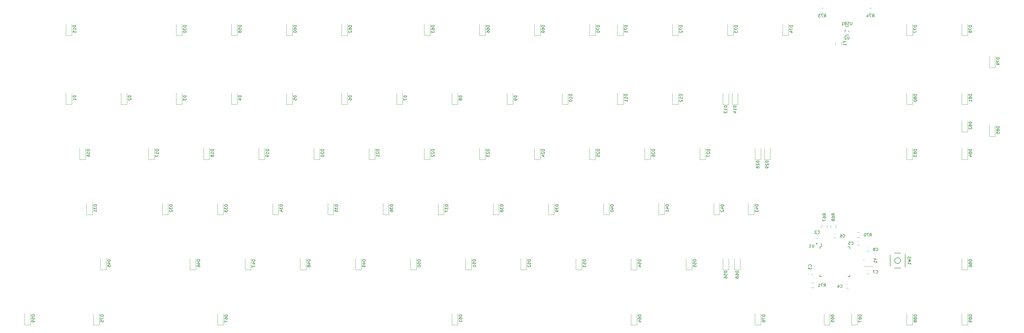
<source format=gbo>
G04 #@! TF.GenerationSoftware,KiCad,Pcbnew,(5.0.0)*
G04 #@! TF.CreationDate,2019-01-11T00:29:23-08:00*
G04 #@! TF.ProjectId,Celestine,43656C657374696E652E6B696361645F,rev?*
G04 #@! TF.SameCoordinates,Original*
G04 #@! TF.FileFunction,Legend,Bot*
G04 #@! TF.FilePolarity,Positive*
%FSLAX46Y46*%
G04 Gerber Fmt 4.6, Leading zero omitted, Abs format (unit mm)*
G04 Created by KiCad (PCBNEW (5.0.0)) date 01/11/19 00:29:23*
%MOMM*%
%LPD*%
G01*
G04 APERTURE LIST*
%ADD10C,0.150000*%
%ADD11C,0.120000*%
%ADD12C,0.300000*%
%ADD13C,0.010000*%
%ADD14R,1.200000X1.150000*%
%ADD15R,1.150000X1.200000*%
%ADD16R,1.600000X1.300000*%
%ADD17R,2.430000X1.540000*%
%ADD18C,3.580000*%
%ADD19R,1.700000X1.100000*%
%ADD20R,1.100000X1.700000*%
%ADD21R,1.500000X2.200000*%
%ADD22R,1.100000X1.000000*%
%ADD23R,1.100000X1.400000*%
%ADD24O,1.400000X2.000000*%
%ADD25O,1.400000X2.500000*%
%ADD26C,1.050000*%
%ADD27R,0.700000X1.850000*%
%ADD28R,1.000000X1.850000*%
%ADD29R,1.600000X1.800000*%
%ADD30R,1.900000X0.950000*%
%ADD31R,0.950000X1.900000*%
%ADD32C,1.800000*%
G04 APERTURE END LIST*
D10*
X299899605Y-82931000D02*
G75*
G03X299899605Y-82931000I-179605J0D01*
G01*
D11*
G04 #@! TO.C,C2*
X299497000Y-81054500D02*
X300197000Y-81054500D01*
X300197000Y-79854500D02*
X299497000Y-79854500D01*
G04 #@! TO.C,C3*
X298034000Y-93822000D02*
X298034000Y-93122000D01*
X296834000Y-93122000D02*
X296834000Y-93822000D01*
G04 #@! TO.C,C4*
X310611000Y-97063000D02*
X309911000Y-97063000D01*
X309911000Y-98263000D02*
X310611000Y-98263000D01*
G04 #@! TO.C,C5*
X313721000Y-83404000D02*
X314421000Y-83404000D01*
X314421000Y-82204000D02*
X313721000Y-82204000D01*
G04 #@! TO.C,C6*
X305593000Y-80864000D02*
X306293000Y-80864000D01*
X306293000Y-79664000D02*
X305593000Y-79664000D01*
G04 #@! TO.C,C7*
X317213500Y-93310000D02*
X317913500Y-93310000D01*
X317913500Y-92110000D02*
X317213500Y-92110000D01*
G04 #@! TO.C,C8*
X317913500Y-84299500D02*
X317213500Y-84299500D01*
X317213500Y-85499500D02*
X317913500Y-85499500D01*
G04 #@! TO.C,D1*
X42275000Y-34793750D02*
X40275000Y-34793750D01*
X40275000Y-34793750D02*
X40275000Y-30893750D01*
X42275000Y-34793750D02*
X42275000Y-30893750D01*
G04 #@! TO.C,D2*
X61325000Y-34793750D02*
X61325000Y-30893750D01*
X59325000Y-34793750D02*
X59325000Y-30893750D01*
X61325000Y-34793750D02*
X59325000Y-34793750D01*
G04 #@! TO.C,D3*
X80375000Y-34793750D02*
X80375000Y-30893750D01*
X78375000Y-34793750D02*
X78375000Y-30893750D01*
X80375000Y-34793750D02*
X78375000Y-34793750D01*
G04 #@! TO.C,D4*
X99425000Y-34793750D02*
X97425000Y-34793750D01*
X97425000Y-34793750D02*
X97425000Y-30893750D01*
X99425000Y-34793750D02*
X99425000Y-30893750D01*
G04 #@! TO.C,D5*
X118475000Y-34793750D02*
X116475000Y-34793750D01*
X116475000Y-34793750D02*
X116475000Y-30893750D01*
X118475000Y-34793750D02*
X118475000Y-30893750D01*
G04 #@! TO.C,D6*
X137525000Y-34793750D02*
X135525000Y-34793750D01*
X135525000Y-34793750D02*
X135525000Y-30893750D01*
X137525000Y-34793750D02*
X137525000Y-30893750D01*
G04 #@! TO.C,D7*
X156575000Y-34793750D02*
X154575000Y-34793750D01*
X154575000Y-34793750D02*
X154575000Y-30893750D01*
X156575000Y-34793750D02*
X156575000Y-30893750D01*
G04 #@! TO.C,D8*
X175625000Y-34793750D02*
X175625000Y-30893750D01*
X173625000Y-34793750D02*
X173625000Y-30893750D01*
X175625000Y-34793750D02*
X173625000Y-34793750D01*
G04 #@! TO.C,D9*
X194675000Y-34793750D02*
X194675000Y-30893750D01*
X192675000Y-34793750D02*
X192675000Y-30893750D01*
X194675000Y-34793750D02*
X192675000Y-34793750D01*
G04 #@! TO.C,D10*
X213725000Y-34793750D02*
X211725000Y-34793750D01*
X211725000Y-34793750D02*
X211725000Y-30893750D01*
X213725000Y-34793750D02*
X213725000Y-30893750D01*
G04 #@! TO.C,D11*
X232775000Y-34793750D02*
X232775000Y-30893750D01*
X230775000Y-34793750D02*
X230775000Y-30893750D01*
X232775000Y-34793750D02*
X230775000Y-34793750D01*
G04 #@! TO.C,D12*
X251825000Y-34793750D02*
X249825000Y-34793750D01*
X249825000Y-34793750D02*
X249825000Y-30893750D01*
X251825000Y-34793750D02*
X251825000Y-30893750D01*
G04 #@! TO.C,D13*
X269287500Y-34793750D02*
X267287500Y-34793750D01*
X267287500Y-34793750D02*
X267287500Y-30893750D01*
X269287500Y-34793750D02*
X269287500Y-30893750D01*
G04 #@! TO.C,D14*
X272462500Y-34793750D02*
X270462500Y-34793750D01*
X270462500Y-34793750D02*
X270462500Y-30893750D01*
X272462500Y-34793750D02*
X272462500Y-30893750D01*
G04 #@! TO.C,D16*
X47037500Y-53843750D02*
X45037500Y-53843750D01*
X45037500Y-53843750D02*
X45037500Y-49943750D01*
X47037500Y-53843750D02*
X47037500Y-49943750D01*
G04 #@! TO.C,D17*
X70850000Y-53843750D02*
X70850000Y-49943750D01*
X68850000Y-53843750D02*
X68850000Y-49943750D01*
X70850000Y-53843750D02*
X68850000Y-53843750D01*
G04 #@! TO.C,D18*
X89900000Y-53843750D02*
X87900000Y-53843750D01*
X87900000Y-53843750D02*
X87900000Y-49943750D01*
X89900000Y-53843750D02*
X89900000Y-49943750D01*
G04 #@! TO.C,D19*
X108950000Y-53843750D02*
X108950000Y-49943750D01*
X106950000Y-53843750D02*
X106950000Y-49943750D01*
X108950000Y-53843750D02*
X106950000Y-53843750D01*
G04 #@! TO.C,D20*
X128000000Y-53843750D02*
X126000000Y-53843750D01*
X126000000Y-53843750D02*
X126000000Y-49943750D01*
X128000000Y-53843750D02*
X128000000Y-49943750D01*
G04 #@! TO.C,D21*
X147050000Y-53843750D02*
X147050000Y-49943750D01*
X145050000Y-53843750D02*
X145050000Y-49943750D01*
X147050000Y-53843750D02*
X145050000Y-53843750D01*
G04 #@! TO.C,D22*
X166100000Y-53843750D02*
X166100000Y-49943750D01*
X164100000Y-53843750D02*
X164100000Y-49943750D01*
X166100000Y-53843750D02*
X164100000Y-53843750D01*
G04 #@! TO.C,D23*
X185150000Y-53843750D02*
X183150000Y-53843750D01*
X183150000Y-53843750D02*
X183150000Y-49943750D01*
X185150000Y-53843750D02*
X185150000Y-49943750D01*
G04 #@! TO.C,D24*
X204200000Y-53843750D02*
X202200000Y-53843750D01*
X202200000Y-53843750D02*
X202200000Y-49943750D01*
X204200000Y-53843750D02*
X204200000Y-49943750D01*
G04 #@! TO.C,D25*
X223250000Y-53843750D02*
X223250000Y-49943750D01*
X221250000Y-53843750D02*
X221250000Y-49943750D01*
X223250000Y-53843750D02*
X221250000Y-53843750D01*
G04 #@! TO.C,D26*
X242300000Y-53843750D02*
X240300000Y-53843750D01*
X240300000Y-53843750D02*
X240300000Y-49943750D01*
X242300000Y-53843750D02*
X242300000Y-49943750D01*
G04 #@! TO.C,D27*
X261350000Y-53843750D02*
X259350000Y-53843750D01*
X259350000Y-53843750D02*
X259350000Y-49943750D01*
X261350000Y-53843750D02*
X261350000Y-49943750D01*
G04 #@! TO.C,D28*
X280400000Y-53843750D02*
X280400000Y-49943750D01*
X278400000Y-53843750D02*
X278400000Y-49943750D01*
X280400000Y-53843750D02*
X278400000Y-53843750D01*
G04 #@! TO.C,D29*
X283575000Y-53843750D02*
X281575000Y-53843750D01*
X281575000Y-53843750D02*
X281575000Y-49943750D01*
X283575000Y-53843750D02*
X283575000Y-49943750D01*
G04 #@! TO.C,D31*
X49418750Y-72893750D02*
X49418750Y-68993750D01*
X47418750Y-72893750D02*
X47418750Y-68993750D01*
X49418750Y-72893750D02*
X47418750Y-72893750D01*
G04 #@! TO.C,D32*
X75612500Y-72893750D02*
X75612500Y-68993750D01*
X73612500Y-72893750D02*
X73612500Y-68993750D01*
X75612500Y-72893750D02*
X73612500Y-72893750D01*
G04 #@! TO.C,D33*
X94662500Y-72893750D02*
X94662500Y-68993750D01*
X92662500Y-72893750D02*
X92662500Y-68993750D01*
X94662500Y-72893750D02*
X92662500Y-72893750D01*
G04 #@! TO.C,D34*
X113712500Y-72893750D02*
X111712500Y-72893750D01*
X111712500Y-72893750D02*
X111712500Y-68993750D01*
X113712500Y-72893750D02*
X113712500Y-68993750D01*
G04 #@! TO.C,D35*
X132762500Y-72893750D02*
X132762500Y-68993750D01*
X130762500Y-72893750D02*
X130762500Y-68993750D01*
X132762500Y-72893750D02*
X130762500Y-72893750D01*
G04 #@! TO.C,D36*
X151812500Y-72893750D02*
X151812500Y-68993750D01*
X149812500Y-72893750D02*
X149812500Y-68993750D01*
X151812500Y-72893750D02*
X149812500Y-72893750D01*
G04 #@! TO.C,D37*
X170862500Y-72893750D02*
X168862500Y-72893750D01*
X168862500Y-72893750D02*
X168862500Y-68993750D01*
X170862500Y-72893750D02*
X170862500Y-68993750D01*
G04 #@! TO.C,D38*
X189912500Y-72893750D02*
X187912500Y-72893750D01*
X187912500Y-72893750D02*
X187912500Y-68993750D01*
X189912500Y-72893750D02*
X189912500Y-68993750D01*
G04 #@! TO.C,D39*
X208962500Y-72893750D02*
X208962500Y-68993750D01*
X206962500Y-72893750D02*
X206962500Y-68993750D01*
X208962500Y-72893750D02*
X206962500Y-72893750D01*
G04 #@! TO.C,D40*
X228012500Y-72893750D02*
X228012500Y-68993750D01*
X226012500Y-72893750D02*
X226012500Y-68993750D01*
X228012500Y-72893750D02*
X226012500Y-72893750D01*
G04 #@! TO.C,D41*
X247062500Y-72893750D02*
X245062500Y-72893750D01*
X245062500Y-72893750D02*
X245062500Y-68993750D01*
X247062500Y-72893750D02*
X247062500Y-68993750D01*
G04 #@! TO.C,D42*
X266112500Y-72893750D02*
X266112500Y-68993750D01*
X264112500Y-72893750D02*
X264112500Y-68993750D01*
X266112500Y-72893750D02*
X264112500Y-72893750D01*
G04 #@! TO.C,D43*
X278018750Y-72893750D02*
X278018750Y-68993750D01*
X276018750Y-72893750D02*
X276018750Y-68993750D01*
X278018750Y-72893750D02*
X276018750Y-72893750D01*
G04 #@! TO.C,D45*
X54181250Y-91943750D02*
X54181250Y-88043750D01*
X52181250Y-91943750D02*
X52181250Y-88043750D01*
X54181250Y-91943750D02*
X52181250Y-91943750D01*
G04 #@! TO.C,D46*
X85137500Y-91943750D02*
X83137500Y-91943750D01*
X83137500Y-91943750D02*
X83137500Y-88043750D01*
X85137500Y-91943750D02*
X85137500Y-88043750D01*
G04 #@! TO.C,D47*
X104187500Y-91943750D02*
X102187500Y-91943750D01*
X102187500Y-91943750D02*
X102187500Y-88043750D01*
X104187500Y-91943750D02*
X104187500Y-88043750D01*
G04 #@! TO.C,D48*
X123237500Y-91943750D02*
X123237500Y-88043750D01*
X121237500Y-91943750D02*
X121237500Y-88043750D01*
X123237500Y-91943750D02*
X121237500Y-91943750D01*
G04 #@! TO.C,D49*
X142287500Y-91943750D02*
X142287500Y-88043750D01*
X140287500Y-91943750D02*
X140287500Y-88043750D01*
X142287500Y-91943750D02*
X140287500Y-91943750D01*
G04 #@! TO.C,D50*
X161337500Y-91943750D02*
X159337500Y-91943750D01*
X159337500Y-91943750D02*
X159337500Y-88043750D01*
X161337500Y-91943750D02*
X161337500Y-88043750D01*
G04 #@! TO.C,D51*
X180387500Y-91943750D02*
X180387500Y-88043750D01*
X178387500Y-91943750D02*
X178387500Y-88043750D01*
X180387500Y-91943750D02*
X178387500Y-91943750D01*
G04 #@! TO.C,D52*
X199437500Y-91943750D02*
X197437500Y-91943750D01*
X197437500Y-91943750D02*
X197437500Y-88043750D01*
X199437500Y-91943750D02*
X199437500Y-88043750D01*
G04 #@! TO.C,D53*
X218487500Y-91943750D02*
X216487500Y-91943750D01*
X216487500Y-91943750D02*
X216487500Y-88043750D01*
X218487500Y-91943750D02*
X218487500Y-88043750D01*
G04 #@! TO.C,D54*
X237537500Y-91943750D02*
X237537500Y-88043750D01*
X235537500Y-91943750D02*
X235537500Y-88043750D01*
X237537500Y-91943750D02*
X235537500Y-91943750D01*
G04 #@! TO.C,D55*
X256587500Y-91943750D02*
X256587500Y-88043750D01*
X254587500Y-91943750D02*
X254587500Y-88043750D01*
X256587500Y-91943750D02*
X254587500Y-91943750D01*
G04 #@! TO.C,D56*
X269287500Y-91943750D02*
X267287500Y-91943750D01*
X267287500Y-91943750D02*
X267287500Y-88043750D01*
X269287500Y-91943750D02*
X269287500Y-88043750D01*
G04 #@! TO.C,D59*
X27987500Y-110993750D02*
X27987500Y-107093750D01*
X25987500Y-110993750D02*
X25987500Y-107093750D01*
X27987500Y-110993750D02*
X25987500Y-110993750D01*
G04 #@! TO.C,D61*
X175625000Y-110993750D02*
X173625000Y-110993750D01*
X173625000Y-110993750D02*
X173625000Y-107093750D01*
X175625000Y-110993750D02*
X175625000Y-107093750D01*
G04 #@! TO.C,D64*
X237537500Y-110993750D02*
X237537500Y-107093750D01*
X235537500Y-110993750D02*
X235537500Y-107093750D01*
X237537500Y-110993750D02*
X235537500Y-110993750D01*
G04 #@! TO.C,D65*
X304212500Y-110993750D02*
X302212500Y-110993750D01*
X302212500Y-110993750D02*
X302212500Y-107093750D01*
X304212500Y-110993750D02*
X304212500Y-107093750D01*
G04 #@! TO.C,D67*
X94662500Y-110993750D02*
X94662500Y-107093750D01*
X92662500Y-110993750D02*
X92662500Y-107093750D01*
X94662500Y-110993750D02*
X92662500Y-110993750D01*
G04 #@! TO.C,D68*
X273256250Y-91943750D02*
X273256250Y-88043750D01*
X271256250Y-91943750D02*
X271256250Y-88043750D01*
X273256250Y-91943750D02*
X271256250Y-91943750D01*
G04 #@! TO.C,F1*
X308283000Y-14779500D02*
X308283000Y-12779500D01*
X306143000Y-12779500D02*
X306143000Y-14779500D01*
G04 #@! TO.C,R67*
X301507000Y-76362000D02*
X301507000Y-77562000D01*
X303267000Y-77562000D02*
X303267000Y-76362000D01*
G04 #@! TO.C,R68*
X306315000Y-77562000D02*
X306315000Y-76362000D01*
X304555000Y-76362000D02*
X304555000Y-77562000D01*
G04 #@! TO.C,R70*
X314798000Y-79003000D02*
X313598000Y-79003000D01*
X313598000Y-80763000D02*
X314798000Y-80763000D01*
G04 #@! TO.C,R71*
X297723000Y-98162000D02*
X298923000Y-98162000D01*
X298923000Y-96402000D02*
X297723000Y-96402000D01*
G04 #@! TO.C,R73*
X302225000Y-1501250D02*
X301025000Y-1501250D01*
X301025000Y-3261250D02*
X302225000Y-3261250D01*
G04 #@! TO.C,R74*
X318893750Y-1501250D02*
X317693750Y-1501250D01*
X317693750Y-3261250D02*
X318893750Y-3261250D01*
D10*
G04 #@! TO.C,SW1*
X328660000Y-88773000D02*
G75*
G03X328660000Y-88773000I-1000000J0D01*
G01*
X330260000Y-86173000D02*
X325060000Y-86173000D01*
X330260000Y-91373000D02*
X330260000Y-86173000D01*
X325060000Y-91373000D02*
X330260000Y-91373000D01*
X325060000Y-86173000D02*
X325060000Y-91373000D01*
G04 #@! TO.C,U2*
X310784000Y-10816250D02*
X309484000Y-10816250D01*
X310784000Y-7916250D02*
X310784000Y-10816250D01*
X309484000Y-7916250D02*
X310784000Y-7916250D01*
X309484000Y-7916250D02*
X309484000Y-10816250D01*
D11*
G04 #@! TO.C,Y1*
X315913500Y-90773000D02*
X315913500Y-86773000D01*
X319213500Y-90773000D02*
X315913500Y-90773000D01*
G04 #@! TO.C,D15*
X42275000Y-10981250D02*
X42275000Y-7081250D01*
X40275000Y-10981250D02*
X40275000Y-7081250D01*
X42275000Y-10981250D02*
X40275000Y-10981250D01*
G04 #@! TO.C,D30*
X80375000Y-10981250D02*
X78375000Y-10981250D01*
X78375000Y-10981250D02*
X78375000Y-7081250D01*
X80375000Y-10981250D02*
X80375000Y-7081250D01*
G04 #@! TO.C,D58*
X99425000Y-10981250D02*
X99425000Y-7081250D01*
X97425000Y-10981250D02*
X97425000Y-7081250D01*
X99425000Y-10981250D02*
X97425000Y-10981250D01*
G04 #@! TO.C,D60*
X118475000Y-10981250D02*
X116475000Y-10981250D01*
X116475000Y-10981250D02*
X116475000Y-7081250D01*
X118475000Y-10981250D02*
X118475000Y-7081250D01*
G04 #@! TO.C,D62*
X137525000Y-10981250D02*
X137525000Y-7081250D01*
X135525000Y-10981250D02*
X135525000Y-7081250D01*
X137525000Y-10981250D02*
X135525000Y-10981250D01*
G04 #@! TO.C,D63*
X166100000Y-10981250D02*
X166100000Y-7081250D01*
X164100000Y-10981250D02*
X164100000Y-7081250D01*
X166100000Y-10981250D02*
X164100000Y-10981250D01*
G04 #@! TO.C,D66*
X185150000Y-10981250D02*
X183150000Y-10981250D01*
X183150000Y-10981250D02*
X183150000Y-7081250D01*
X185150000Y-10981250D02*
X185150000Y-7081250D01*
G04 #@! TO.C,D69*
X204200000Y-10981250D02*
X204200000Y-7081250D01*
X202200000Y-10981250D02*
X202200000Y-7081250D01*
X204200000Y-10981250D02*
X202200000Y-10981250D01*
G04 #@! TO.C,D70*
X223250000Y-10981250D02*
X221250000Y-10981250D01*
X221250000Y-10981250D02*
X221250000Y-7081250D01*
X223250000Y-10981250D02*
X223250000Y-7081250D01*
G04 #@! TO.C,D71*
X232775000Y-10981250D02*
X232775000Y-7081250D01*
X230775000Y-10981250D02*
X230775000Y-7081250D01*
X232775000Y-10981250D02*
X230775000Y-10981250D01*
G04 #@! TO.C,D72*
X251825000Y-10981250D02*
X249825000Y-10981250D01*
X249825000Y-10981250D02*
X249825000Y-7081250D01*
X251825000Y-10981250D02*
X251825000Y-7081250D01*
G04 #@! TO.C,D73*
X270875000Y-10981250D02*
X270875000Y-7081250D01*
X268875000Y-10981250D02*
X268875000Y-7081250D01*
X270875000Y-10981250D02*
X268875000Y-10981250D01*
G04 #@! TO.C,D74*
X289925000Y-10981250D02*
X289925000Y-7081250D01*
X287925000Y-10981250D02*
X287925000Y-7081250D01*
X289925000Y-10981250D02*
X287925000Y-10981250D01*
G04 #@! TO.C,D75*
X51800000Y-110993750D02*
X49800000Y-110993750D01*
X49800000Y-110993750D02*
X49800000Y-107093750D01*
X51800000Y-110993750D02*
X51800000Y-107093750D01*
G04 #@! TO.C,D76*
X280400000Y-110993750D02*
X280400000Y-107093750D01*
X278400000Y-110993750D02*
X278400000Y-107093750D01*
X280400000Y-110993750D02*
X278400000Y-110993750D01*
G04 #@! TO.C,D77*
X332787500Y-10981250D02*
X330787500Y-10981250D01*
X330787500Y-10981250D02*
X330787500Y-7081250D01*
X332787500Y-10981250D02*
X332787500Y-7081250D01*
G04 #@! TO.C,D78*
X351837500Y-10981250D02*
X351837500Y-7081250D01*
X349837500Y-10981250D02*
X349837500Y-7081250D01*
X351837500Y-10981250D02*
X349837500Y-10981250D01*
G04 #@! TO.C,D79*
X361362500Y-22093750D02*
X359362500Y-22093750D01*
X359362500Y-22093750D02*
X359362500Y-18193750D01*
X361362500Y-22093750D02*
X361362500Y-18193750D01*
G04 #@! TO.C,D80*
X332787500Y-34793750D02*
X330787500Y-34793750D01*
X330787500Y-34793750D02*
X330787500Y-30893750D01*
X332787500Y-34793750D02*
X332787500Y-30893750D01*
G04 #@! TO.C,D81*
X351837500Y-34793750D02*
X351837500Y-30893750D01*
X349837500Y-34793750D02*
X349837500Y-30893750D01*
X351837500Y-34793750D02*
X349837500Y-34793750D01*
G04 #@! TO.C,D82*
X351837500Y-44318750D02*
X349837500Y-44318750D01*
X349837500Y-44318750D02*
X349837500Y-40418750D01*
X351837500Y-44318750D02*
X351837500Y-40418750D01*
G04 #@! TO.C,D83*
X332787500Y-53843750D02*
X332787500Y-49943750D01*
X330787500Y-53843750D02*
X330787500Y-49943750D01*
X332787500Y-53843750D02*
X330787500Y-53843750D01*
G04 #@! TO.C,D84*
X351837500Y-53843750D02*
X351837500Y-49943750D01*
X349837500Y-53843750D02*
X349837500Y-49943750D01*
X351837500Y-53843750D02*
X349837500Y-53843750D01*
G04 #@! TO.C,D85*
X361362500Y-45906250D02*
X361362500Y-42006250D01*
X359362500Y-45906250D02*
X359362500Y-42006250D01*
X361362500Y-45906250D02*
X359362500Y-45906250D01*
G04 #@! TO.C,D86*
X351837500Y-91943750D02*
X351837500Y-88043750D01*
X349837500Y-91943750D02*
X349837500Y-88043750D01*
X351837500Y-91943750D02*
X349837500Y-91943750D01*
G04 #@! TO.C,D87*
X313737500Y-110993750D02*
X311737500Y-110993750D01*
X311737500Y-110993750D02*
X311737500Y-107093750D01*
X313737500Y-110993750D02*
X313737500Y-107093750D01*
G04 #@! TO.C,D88*
X332787500Y-110993750D02*
X332787500Y-107093750D01*
X330787500Y-110993750D02*
X330787500Y-107093750D01*
X332787500Y-110993750D02*
X330787500Y-110993750D01*
G04 #@! TO.C,D89*
X351837500Y-110993750D02*
X349837500Y-110993750D01*
X349837500Y-110993750D02*
X349837500Y-107093750D01*
X351837500Y-110993750D02*
X351837500Y-107093750D01*
D10*
G04 #@! TO.C,U1*
X301343000Y-83979000D02*
X301343000Y-82704000D01*
X300768000Y-94329000D02*
X300768000Y-93654000D01*
X311118000Y-94329000D02*
X311118000Y-93654000D01*
X311118000Y-83979000D02*
X311118000Y-84654000D01*
X300768000Y-83979000D02*
X300768000Y-84654000D01*
X311118000Y-83979000D02*
X310443000Y-83979000D01*
X311118000Y-94329000D02*
X310443000Y-94329000D01*
X300768000Y-94329000D02*
X301443000Y-94329000D01*
X300768000Y-83979000D02*
X301343000Y-83979000D01*
G04 #@! TO.C,C2*
X300013666Y-79351142D02*
X300061285Y-79398761D01*
X300204142Y-79446380D01*
X300299380Y-79446380D01*
X300442238Y-79398761D01*
X300537476Y-79303523D01*
X300585095Y-79208285D01*
X300632714Y-79017809D01*
X300632714Y-78874952D01*
X300585095Y-78684476D01*
X300537476Y-78589238D01*
X300442238Y-78494000D01*
X300299380Y-78446380D01*
X300204142Y-78446380D01*
X300061285Y-78494000D01*
X300013666Y-78541619D01*
X299632714Y-78541619D02*
X299585095Y-78494000D01*
X299489857Y-78446380D01*
X299251761Y-78446380D01*
X299156523Y-78494000D01*
X299108904Y-78541619D01*
X299061285Y-78636857D01*
X299061285Y-78732095D01*
X299108904Y-78874952D01*
X299680333Y-79446380D01*
X299061285Y-79446380D01*
G04 #@! TO.C,C3*
X297791142Y-90765333D02*
X297838761Y-90717714D01*
X297886380Y-90574857D01*
X297886380Y-90479619D01*
X297838761Y-90336761D01*
X297743523Y-90241523D01*
X297648285Y-90193904D01*
X297457809Y-90146285D01*
X297314952Y-90146285D01*
X297124476Y-90193904D01*
X297029238Y-90241523D01*
X296934000Y-90336761D01*
X296886380Y-90479619D01*
X296886380Y-90574857D01*
X296934000Y-90717714D01*
X296981619Y-90765333D01*
X296886380Y-91098666D02*
X296886380Y-91717714D01*
X297267333Y-91384380D01*
X297267333Y-91527238D01*
X297314952Y-91622476D01*
X297362571Y-91670095D01*
X297457809Y-91717714D01*
X297695904Y-91717714D01*
X297791142Y-91670095D01*
X297838761Y-91622476D01*
X297886380Y-91527238D01*
X297886380Y-91241523D01*
X297838761Y-91146285D01*
X297791142Y-91098666D01*
G04 #@! TO.C,C4*
X307887666Y-98020142D02*
X307935285Y-98067761D01*
X308078142Y-98115380D01*
X308173380Y-98115380D01*
X308316238Y-98067761D01*
X308411476Y-97972523D01*
X308459095Y-97877285D01*
X308506714Y-97686809D01*
X308506714Y-97543952D01*
X308459095Y-97353476D01*
X308411476Y-97258238D01*
X308316238Y-97163000D01*
X308173380Y-97115380D01*
X308078142Y-97115380D01*
X307935285Y-97163000D01*
X307887666Y-97210619D01*
X307030523Y-97448714D02*
X307030523Y-98115380D01*
X307268619Y-97067761D02*
X307506714Y-97782047D01*
X306887666Y-97782047D01*
G04 #@! TO.C,C5*
X311697666Y-83161142D02*
X311745285Y-83208761D01*
X311888142Y-83256380D01*
X311983380Y-83256380D01*
X312126238Y-83208761D01*
X312221476Y-83113523D01*
X312269095Y-83018285D01*
X312316714Y-82827809D01*
X312316714Y-82684952D01*
X312269095Y-82494476D01*
X312221476Y-82399238D01*
X312126238Y-82304000D01*
X311983380Y-82256380D01*
X311888142Y-82256380D01*
X311745285Y-82304000D01*
X311697666Y-82351619D01*
X310792904Y-82256380D02*
X311269095Y-82256380D01*
X311316714Y-82732571D01*
X311269095Y-82684952D01*
X311173857Y-82637333D01*
X310935761Y-82637333D01*
X310840523Y-82684952D01*
X310792904Y-82732571D01*
X310745285Y-82827809D01*
X310745285Y-83065904D01*
X310792904Y-83161142D01*
X310840523Y-83208761D01*
X310935761Y-83256380D01*
X311173857Y-83256380D01*
X311269095Y-83208761D01*
X311316714Y-83161142D01*
G04 #@! TO.C,C6*
X308776666Y-80621142D02*
X308824285Y-80668761D01*
X308967142Y-80716380D01*
X309062380Y-80716380D01*
X309205238Y-80668761D01*
X309300476Y-80573523D01*
X309348095Y-80478285D01*
X309395714Y-80287809D01*
X309395714Y-80144952D01*
X309348095Y-79954476D01*
X309300476Y-79859238D01*
X309205238Y-79764000D01*
X309062380Y-79716380D01*
X308967142Y-79716380D01*
X308824285Y-79764000D01*
X308776666Y-79811619D01*
X307919523Y-79716380D02*
X308110000Y-79716380D01*
X308205238Y-79764000D01*
X308252857Y-79811619D01*
X308348095Y-79954476D01*
X308395714Y-80144952D01*
X308395714Y-80525904D01*
X308348095Y-80621142D01*
X308300476Y-80668761D01*
X308205238Y-80716380D01*
X308014761Y-80716380D01*
X307919523Y-80668761D01*
X307871904Y-80621142D01*
X307824285Y-80525904D01*
X307824285Y-80287809D01*
X307871904Y-80192571D01*
X307919523Y-80144952D01*
X308014761Y-80097333D01*
X308205238Y-80097333D01*
X308300476Y-80144952D01*
X308348095Y-80192571D01*
X308395714Y-80287809D01*
G04 #@! TO.C,C7*
X320206666Y-93067142D02*
X320254285Y-93114761D01*
X320397142Y-93162380D01*
X320492380Y-93162380D01*
X320635238Y-93114761D01*
X320730476Y-93019523D01*
X320778095Y-92924285D01*
X320825714Y-92733809D01*
X320825714Y-92590952D01*
X320778095Y-92400476D01*
X320730476Y-92305238D01*
X320635238Y-92210000D01*
X320492380Y-92162380D01*
X320397142Y-92162380D01*
X320254285Y-92210000D01*
X320206666Y-92257619D01*
X319873333Y-92162380D02*
X319206666Y-92162380D01*
X319635238Y-93162380D01*
G04 #@! TO.C,C8*
X320206666Y-85320142D02*
X320254285Y-85367761D01*
X320397142Y-85415380D01*
X320492380Y-85415380D01*
X320635238Y-85367761D01*
X320730476Y-85272523D01*
X320778095Y-85177285D01*
X320825714Y-84986809D01*
X320825714Y-84843952D01*
X320778095Y-84653476D01*
X320730476Y-84558238D01*
X320635238Y-84463000D01*
X320492380Y-84415380D01*
X320397142Y-84415380D01*
X320254285Y-84463000D01*
X320206666Y-84510619D01*
X319635238Y-84843952D02*
X319730476Y-84796333D01*
X319778095Y-84748714D01*
X319825714Y-84653476D01*
X319825714Y-84605857D01*
X319778095Y-84510619D01*
X319730476Y-84463000D01*
X319635238Y-84415380D01*
X319444761Y-84415380D01*
X319349523Y-84463000D01*
X319301904Y-84510619D01*
X319254285Y-84605857D01*
X319254285Y-84653476D01*
X319301904Y-84748714D01*
X319349523Y-84796333D01*
X319444761Y-84843952D01*
X319635238Y-84843952D01*
X319730476Y-84891571D01*
X319778095Y-84939190D01*
X319825714Y-85034428D01*
X319825714Y-85224904D01*
X319778095Y-85320142D01*
X319730476Y-85367761D01*
X319635238Y-85415380D01*
X319444761Y-85415380D01*
X319349523Y-85367761D01*
X319301904Y-85320142D01*
X319254285Y-85224904D01*
X319254285Y-85034428D01*
X319301904Y-84939190D01*
X319349523Y-84891571D01*
X319444761Y-84843952D01*
G04 #@! TO.C,D1*
X43727380Y-31805654D02*
X42727380Y-31805654D01*
X42727380Y-32043750D01*
X42775000Y-32186607D01*
X42870238Y-32281845D01*
X42965476Y-32329464D01*
X43155952Y-32377083D01*
X43298809Y-32377083D01*
X43489285Y-32329464D01*
X43584523Y-32281845D01*
X43679761Y-32186607D01*
X43727380Y-32043750D01*
X43727380Y-31805654D01*
X43727380Y-33329464D02*
X43727380Y-32758035D01*
X43727380Y-33043750D02*
X42727380Y-33043750D01*
X42870238Y-32948511D01*
X42965476Y-32853273D01*
X43013095Y-32758035D01*
G04 #@! TO.C,D2*
X62777380Y-31805654D02*
X61777380Y-31805654D01*
X61777380Y-32043750D01*
X61825000Y-32186607D01*
X61920238Y-32281845D01*
X62015476Y-32329464D01*
X62205952Y-32377083D01*
X62348809Y-32377083D01*
X62539285Y-32329464D01*
X62634523Y-32281845D01*
X62729761Y-32186607D01*
X62777380Y-32043750D01*
X62777380Y-31805654D01*
X61872619Y-32758035D02*
X61825000Y-32805654D01*
X61777380Y-32900892D01*
X61777380Y-33138988D01*
X61825000Y-33234226D01*
X61872619Y-33281845D01*
X61967857Y-33329464D01*
X62063095Y-33329464D01*
X62205952Y-33281845D01*
X62777380Y-32710416D01*
X62777380Y-33329464D01*
G04 #@! TO.C,D3*
X81827380Y-31805654D02*
X80827380Y-31805654D01*
X80827380Y-32043750D01*
X80875000Y-32186607D01*
X80970238Y-32281845D01*
X81065476Y-32329464D01*
X81255952Y-32377083D01*
X81398809Y-32377083D01*
X81589285Y-32329464D01*
X81684523Y-32281845D01*
X81779761Y-32186607D01*
X81827380Y-32043750D01*
X81827380Y-31805654D01*
X80827380Y-32710416D02*
X80827380Y-33329464D01*
X81208333Y-32996130D01*
X81208333Y-33138988D01*
X81255952Y-33234226D01*
X81303571Y-33281845D01*
X81398809Y-33329464D01*
X81636904Y-33329464D01*
X81732142Y-33281845D01*
X81779761Y-33234226D01*
X81827380Y-33138988D01*
X81827380Y-32853273D01*
X81779761Y-32758035D01*
X81732142Y-32710416D01*
G04 #@! TO.C,D4*
X100877380Y-31805654D02*
X99877380Y-31805654D01*
X99877380Y-32043750D01*
X99925000Y-32186607D01*
X100020238Y-32281845D01*
X100115476Y-32329464D01*
X100305952Y-32377083D01*
X100448809Y-32377083D01*
X100639285Y-32329464D01*
X100734523Y-32281845D01*
X100829761Y-32186607D01*
X100877380Y-32043750D01*
X100877380Y-31805654D01*
X100210714Y-33234226D02*
X100877380Y-33234226D01*
X99829761Y-32996130D02*
X100544047Y-32758035D01*
X100544047Y-33377083D01*
G04 #@! TO.C,D5*
X119927380Y-31805654D02*
X118927380Y-31805654D01*
X118927380Y-32043750D01*
X118975000Y-32186607D01*
X119070238Y-32281845D01*
X119165476Y-32329464D01*
X119355952Y-32377083D01*
X119498809Y-32377083D01*
X119689285Y-32329464D01*
X119784523Y-32281845D01*
X119879761Y-32186607D01*
X119927380Y-32043750D01*
X119927380Y-31805654D01*
X118927380Y-33281845D02*
X118927380Y-32805654D01*
X119403571Y-32758035D01*
X119355952Y-32805654D01*
X119308333Y-32900892D01*
X119308333Y-33138988D01*
X119355952Y-33234226D01*
X119403571Y-33281845D01*
X119498809Y-33329464D01*
X119736904Y-33329464D01*
X119832142Y-33281845D01*
X119879761Y-33234226D01*
X119927380Y-33138988D01*
X119927380Y-32900892D01*
X119879761Y-32805654D01*
X119832142Y-32758035D01*
G04 #@! TO.C,D6*
X138977380Y-31805654D02*
X137977380Y-31805654D01*
X137977380Y-32043750D01*
X138025000Y-32186607D01*
X138120238Y-32281845D01*
X138215476Y-32329464D01*
X138405952Y-32377083D01*
X138548809Y-32377083D01*
X138739285Y-32329464D01*
X138834523Y-32281845D01*
X138929761Y-32186607D01*
X138977380Y-32043750D01*
X138977380Y-31805654D01*
X137977380Y-33234226D02*
X137977380Y-33043750D01*
X138025000Y-32948511D01*
X138072619Y-32900892D01*
X138215476Y-32805654D01*
X138405952Y-32758035D01*
X138786904Y-32758035D01*
X138882142Y-32805654D01*
X138929761Y-32853273D01*
X138977380Y-32948511D01*
X138977380Y-33138988D01*
X138929761Y-33234226D01*
X138882142Y-33281845D01*
X138786904Y-33329464D01*
X138548809Y-33329464D01*
X138453571Y-33281845D01*
X138405952Y-33234226D01*
X138358333Y-33138988D01*
X138358333Y-32948511D01*
X138405952Y-32853273D01*
X138453571Y-32805654D01*
X138548809Y-32758035D01*
G04 #@! TO.C,D7*
X158027380Y-31805654D02*
X157027380Y-31805654D01*
X157027380Y-32043750D01*
X157075000Y-32186607D01*
X157170238Y-32281845D01*
X157265476Y-32329464D01*
X157455952Y-32377083D01*
X157598809Y-32377083D01*
X157789285Y-32329464D01*
X157884523Y-32281845D01*
X157979761Y-32186607D01*
X158027380Y-32043750D01*
X158027380Y-31805654D01*
X157027380Y-32710416D02*
X157027380Y-33377083D01*
X158027380Y-32948511D01*
G04 #@! TO.C,D8*
X177077380Y-31805654D02*
X176077380Y-31805654D01*
X176077380Y-32043750D01*
X176125000Y-32186607D01*
X176220238Y-32281845D01*
X176315476Y-32329464D01*
X176505952Y-32377083D01*
X176648809Y-32377083D01*
X176839285Y-32329464D01*
X176934523Y-32281845D01*
X177029761Y-32186607D01*
X177077380Y-32043750D01*
X177077380Y-31805654D01*
X176505952Y-32948511D02*
X176458333Y-32853273D01*
X176410714Y-32805654D01*
X176315476Y-32758035D01*
X176267857Y-32758035D01*
X176172619Y-32805654D01*
X176125000Y-32853273D01*
X176077380Y-32948511D01*
X176077380Y-33138988D01*
X176125000Y-33234226D01*
X176172619Y-33281845D01*
X176267857Y-33329464D01*
X176315476Y-33329464D01*
X176410714Y-33281845D01*
X176458333Y-33234226D01*
X176505952Y-33138988D01*
X176505952Y-32948511D01*
X176553571Y-32853273D01*
X176601190Y-32805654D01*
X176696428Y-32758035D01*
X176886904Y-32758035D01*
X176982142Y-32805654D01*
X177029761Y-32853273D01*
X177077380Y-32948511D01*
X177077380Y-33138988D01*
X177029761Y-33234226D01*
X176982142Y-33281845D01*
X176886904Y-33329464D01*
X176696428Y-33329464D01*
X176601190Y-33281845D01*
X176553571Y-33234226D01*
X176505952Y-33138988D01*
G04 #@! TO.C,D9*
X196127380Y-31805654D02*
X195127380Y-31805654D01*
X195127380Y-32043750D01*
X195175000Y-32186607D01*
X195270238Y-32281845D01*
X195365476Y-32329464D01*
X195555952Y-32377083D01*
X195698809Y-32377083D01*
X195889285Y-32329464D01*
X195984523Y-32281845D01*
X196079761Y-32186607D01*
X196127380Y-32043750D01*
X196127380Y-31805654D01*
X196127380Y-32853273D02*
X196127380Y-33043750D01*
X196079761Y-33138988D01*
X196032142Y-33186607D01*
X195889285Y-33281845D01*
X195698809Y-33329464D01*
X195317857Y-33329464D01*
X195222619Y-33281845D01*
X195175000Y-33234226D01*
X195127380Y-33138988D01*
X195127380Y-32948511D01*
X195175000Y-32853273D01*
X195222619Y-32805654D01*
X195317857Y-32758035D01*
X195555952Y-32758035D01*
X195651190Y-32805654D01*
X195698809Y-32853273D01*
X195746428Y-32948511D01*
X195746428Y-33138988D01*
X195698809Y-33234226D01*
X195651190Y-33281845D01*
X195555952Y-33329464D01*
G04 #@! TO.C,D10*
X215177380Y-31329464D02*
X214177380Y-31329464D01*
X214177380Y-31567559D01*
X214225000Y-31710416D01*
X214320238Y-31805654D01*
X214415476Y-31853273D01*
X214605952Y-31900892D01*
X214748809Y-31900892D01*
X214939285Y-31853273D01*
X215034523Y-31805654D01*
X215129761Y-31710416D01*
X215177380Y-31567559D01*
X215177380Y-31329464D01*
X215177380Y-32853273D02*
X215177380Y-32281845D01*
X215177380Y-32567559D02*
X214177380Y-32567559D01*
X214320238Y-32472321D01*
X214415476Y-32377083D01*
X214463095Y-32281845D01*
X214177380Y-33472321D02*
X214177380Y-33567559D01*
X214225000Y-33662797D01*
X214272619Y-33710416D01*
X214367857Y-33758035D01*
X214558333Y-33805654D01*
X214796428Y-33805654D01*
X214986904Y-33758035D01*
X215082142Y-33710416D01*
X215129761Y-33662797D01*
X215177380Y-33567559D01*
X215177380Y-33472321D01*
X215129761Y-33377083D01*
X215082142Y-33329464D01*
X214986904Y-33281845D01*
X214796428Y-33234226D01*
X214558333Y-33234226D01*
X214367857Y-33281845D01*
X214272619Y-33329464D01*
X214225000Y-33377083D01*
X214177380Y-33472321D01*
G04 #@! TO.C,D11*
X234227380Y-31329464D02*
X233227380Y-31329464D01*
X233227380Y-31567559D01*
X233275000Y-31710416D01*
X233370238Y-31805654D01*
X233465476Y-31853273D01*
X233655952Y-31900892D01*
X233798809Y-31900892D01*
X233989285Y-31853273D01*
X234084523Y-31805654D01*
X234179761Y-31710416D01*
X234227380Y-31567559D01*
X234227380Y-31329464D01*
X234227380Y-32853273D02*
X234227380Y-32281845D01*
X234227380Y-32567559D02*
X233227380Y-32567559D01*
X233370238Y-32472321D01*
X233465476Y-32377083D01*
X233513095Y-32281845D01*
X234227380Y-33805654D02*
X234227380Y-33234226D01*
X234227380Y-33519940D02*
X233227380Y-33519940D01*
X233370238Y-33424702D01*
X233465476Y-33329464D01*
X233513095Y-33234226D01*
G04 #@! TO.C,D12*
X253277380Y-31329464D02*
X252277380Y-31329464D01*
X252277380Y-31567559D01*
X252325000Y-31710416D01*
X252420238Y-31805654D01*
X252515476Y-31853273D01*
X252705952Y-31900892D01*
X252848809Y-31900892D01*
X253039285Y-31853273D01*
X253134523Y-31805654D01*
X253229761Y-31710416D01*
X253277380Y-31567559D01*
X253277380Y-31329464D01*
X253277380Y-32853273D02*
X253277380Y-32281845D01*
X253277380Y-32567559D02*
X252277380Y-32567559D01*
X252420238Y-32472321D01*
X252515476Y-32377083D01*
X252563095Y-32281845D01*
X252372619Y-33234226D02*
X252325000Y-33281845D01*
X252277380Y-33377083D01*
X252277380Y-33615178D01*
X252325000Y-33710416D01*
X252372619Y-33758035D01*
X252467857Y-33805654D01*
X252563095Y-33805654D01*
X252705952Y-33758035D01*
X253277380Y-33186607D01*
X253277380Y-33805654D01*
G04 #@! TO.C,D13*
X268707880Y-35266464D02*
X267707880Y-35266464D01*
X267707880Y-35504559D01*
X267755500Y-35647416D01*
X267850738Y-35742654D01*
X267945976Y-35790273D01*
X268136452Y-35837892D01*
X268279309Y-35837892D01*
X268469785Y-35790273D01*
X268565023Y-35742654D01*
X268660261Y-35647416D01*
X268707880Y-35504559D01*
X268707880Y-35266464D01*
X268707880Y-36790273D02*
X268707880Y-36218845D01*
X268707880Y-36504559D02*
X267707880Y-36504559D01*
X267850738Y-36409321D01*
X267945976Y-36314083D01*
X267993595Y-36218845D01*
X267707880Y-37123607D02*
X267707880Y-37742654D01*
X268088833Y-37409321D01*
X268088833Y-37552178D01*
X268136452Y-37647416D01*
X268184071Y-37695035D01*
X268279309Y-37742654D01*
X268517404Y-37742654D01*
X268612642Y-37695035D01*
X268660261Y-37647416D01*
X268707880Y-37552178D01*
X268707880Y-37266464D01*
X268660261Y-37171226D01*
X268612642Y-37123607D01*
G04 #@! TO.C,D14*
X271882880Y-35266464D02*
X270882880Y-35266464D01*
X270882880Y-35504559D01*
X270930500Y-35647416D01*
X271025738Y-35742654D01*
X271120976Y-35790273D01*
X271311452Y-35837892D01*
X271454309Y-35837892D01*
X271644785Y-35790273D01*
X271740023Y-35742654D01*
X271835261Y-35647416D01*
X271882880Y-35504559D01*
X271882880Y-35266464D01*
X271882880Y-36790273D02*
X271882880Y-36218845D01*
X271882880Y-36504559D02*
X270882880Y-36504559D01*
X271025738Y-36409321D01*
X271120976Y-36314083D01*
X271168595Y-36218845D01*
X271216214Y-37647416D02*
X271882880Y-37647416D01*
X270835261Y-37409321D02*
X271549547Y-37171226D01*
X271549547Y-37790273D01*
G04 #@! TO.C,D16*
X48489880Y-50379464D02*
X47489880Y-50379464D01*
X47489880Y-50617559D01*
X47537500Y-50760416D01*
X47632738Y-50855654D01*
X47727976Y-50903273D01*
X47918452Y-50950892D01*
X48061309Y-50950892D01*
X48251785Y-50903273D01*
X48347023Y-50855654D01*
X48442261Y-50760416D01*
X48489880Y-50617559D01*
X48489880Y-50379464D01*
X48489880Y-51903273D02*
X48489880Y-51331845D01*
X48489880Y-51617559D02*
X47489880Y-51617559D01*
X47632738Y-51522321D01*
X47727976Y-51427083D01*
X47775595Y-51331845D01*
X47489880Y-52760416D02*
X47489880Y-52569940D01*
X47537500Y-52474702D01*
X47585119Y-52427083D01*
X47727976Y-52331845D01*
X47918452Y-52284226D01*
X48299404Y-52284226D01*
X48394642Y-52331845D01*
X48442261Y-52379464D01*
X48489880Y-52474702D01*
X48489880Y-52665178D01*
X48442261Y-52760416D01*
X48394642Y-52808035D01*
X48299404Y-52855654D01*
X48061309Y-52855654D01*
X47966071Y-52808035D01*
X47918452Y-52760416D01*
X47870833Y-52665178D01*
X47870833Y-52474702D01*
X47918452Y-52379464D01*
X47966071Y-52331845D01*
X48061309Y-52284226D01*
G04 #@! TO.C,D17*
X72302380Y-50379464D02*
X71302380Y-50379464D01*
X71302380Y-50617559D01*
X71350000Y-50760416D01*
X71445238Y-50855654D01*
X71540476Y-50903273D01*
X71730952Y-50950892D01*
X71873809Y-50950892D01*
X72064285Y-50903273D01*
X72159523Y-50855654D01*
X72254761Y-50760416D01*
X72302380Y-50617559D01*
X72302380Y-50379464D01*
X72302380Y-51903273D02*
X72302380Y-51331845D01*
X72302380Y-51617559D02*
X71302380Y-51617559D01*
X71445238Y-51522321D01*
X71540476Y-51427083D01*
X71588095Y-51331845D01*
X71302380Y-52236607D02*
X71302380Y-52903273D01*
X72302380Y-52474702D01*
G04 #@! TO.C,D18*
X91352380Y-50379464D02*
X90352380Y-50379464D01*
X90352380Y-50617559D01*
X90400000Y-50760416D01*
X90495238Y-50855654D01*
X90590476Y-50903273D01*
X90780952Y-50950892D01*
X90923809Y-50950892D01*
X91114285Y-50903273D01*
X91209523Y-50855654D01*
X91304761Y-50760416D01*
X91352380Y-50617559D01*
X91352380Y-50379464D01*
X91352380Y-51903273D02*
X91352380Y-51331845D01*
X91352380Y-51617559D02*
X90352380Y-51617559D01*
X90495238Y-51522321D01*
X90590476Y-51427083D01*
X90638095Y-51331845D01*
X90780952Y-52474702D02*
X90733333Y-52379464D01*
X90685714Y-52331845D01*
X90590476Y-52284226D01*
X90542857Y-52284226D01*
X90447619Y-52331845D01*
X90400000Y-52379464D01*
X90352380Y-52474702D01*
X90352380Y-52665178D01*
X90400000Y-52760416D01*
X90447619Y-52808035D01*
X90542857Y-52855654D01*
X90590476Y-52855654D01*
X90685714Y-52808035D01*
X90733333Y-52760416D01*
X90780952Y-52665178D01*
X90780952Y-52474702D01*
X90828571Y-52379464D01*
X90876190Y-52331845D01*
X90971428Y-52284226D01*
X91161904Y-52284226D01*
X91257142Y-52331845D01*
X91304761Y-52379464D01*
X91352380Y-52474702D01*
X91352380Y-52665178D01*
X91304761Y-52760416D01*
X91257142Y-52808035D01*
X91161904Y-52855654D01*
X90971428Y-52855654D01*
X90876190Y-52808035D01*
X90828571Y-52760416D01*
X90780952Y-52665178D01*
G04 #@! TO.C,D19*
X110402380Y-50379464D02*
X109402380Y-50379464D01*
X109402380Y-50617559D01*
X109450000Y-50760416D01*
X109545238Y-50855654D01*
X109640476Y-50903273D01*
X109830952Y-50950892D01*
X109973809Y-50950892D01*
X110164285Y-50903273D01*
X110259523Y-50855654D01*
X110354761Y-50760416D01*
X110402380Y-50617559D01*
X110402380Y-50379464D01*
X110402380Y-51903273D02*
X110402380Y-51331845D01*
X110402380Y-51617559D02*
X109402380Y-51617559D01*
X109545238Y-51522321D01*
X109640476Y-51427083D01*
X109688095Y-51331845D01*
X110402380Y-52379464D02*
X110402380Y-52569940D01*
X110354761Y-52665178D01*
X110307142Y-52712797D01*
X110164285Y-52808035D01*
X109973809Y-52855654D01*
X109592857Y-52855654D01*
X109497619Y-52808035D01*
X109450000Y-52760416D01*
X109402380Y-52665178D01*
X109402380Y-52474702D01*
X109450000Y-52379464D01*
X109497619Y-52331845D01*
X109592857Y-52284226D01*
X109830952Y-52284226D01*
X109926190Y-52331845D01*
X109973809Y-52379464D01*
X110021428Y-52474702D01*
X110021428Y-52665178D01*
X109973809Y-52760416D01*
X109926190Y-52808035D01*
X109830952Y-52855654D01*
G04 #@! TO.C,D20*
X129452380Y-50379464D02*
X128452380Y-50379464D01*
X128452380Y-50617559D01*
X128500000Y-50760416D01*
X128595238Y-50855654D01*
X128690476Y-50903273D01*
X128880952Y-50950892D01*
X129023809Y-50950892D01*
X129214285Y-50903273D01*
X129309523Y-50855654D01*
X129404761Y-50760416D01*
X129452380Y-50617559D01*
X129452380Y-50379464D01*
X128547619Y-51331845D02*
X128500000Y-51379464D01*
X128452380Y-51474702D01*
X128452380Y-51712797D01*
X128500000Y-51808035D01*
X128547619Y-51855654D01*
X128642857Y-51903273D01*
X128738095Y-51903273D01*
X128880952Y-51855654D01*
X129452380Y-51284226D01*
X129452380Y-51903273D01*
X128452380Y-52522321D02*
X128452380Y-52617559D01*
X128500000Y-52712797D01*
X128547619Y-52760416D01*
X128642857Y-52808035D01*
X128833333Y-52855654D01*
X129071428Y-52855654D01*
X129261904Y-52808035D01*
X129357142Y-52760416D01*
X129404761Y-52712797D01*
X129452380Y-52617559D01*
X129452380Y-52522321D01*
X129404761Y-52427083D01*
X129357142Y-52379464D01*
X129261904Y-52331845D01*
X129071428Y-52284226D01*
X128833333Y-52284226D01*
X128642857Y-52331845D01*
X128547619Y-52379464D01*
X128500000Y-52427083D01*
X128452380Y-52522321D01*
G04 #@! TO.C,D21*
X148502380Y-50379464D02*
X147502380Y-50379464D01*
X147502380Y-50617559D01*
X147550000Y-50760416D01*
X147645238Y-50855654D01*
X147740476Y-50903273D01*
X147930952Y-50950892D01*
X148073809Y-50950892D01*
X148264285Y-50903273D01*
X148359523Y-50855654D01*
X148454761Y-50760416D01*
X148502380Y-50617559D01*
X148502380Y-50379464D01*
X147597619Y-51331845D02*
X147550000Y-51379464D01*
X147502380Y-51474702D01*
X147502380Y-51712797D01*
X147550000Y-51808035D01*
X147597619Y-51855654D01*
X147692857Y-51903273D01*
X147788095Y-51903273D01*
X147930952Y-51855654D01*
X148502380Y-51284226D01*
X148502380Y-51903273D01*
X148502380Y-52855654D02*
X148502380Y-52284226D01*
X148502380Y-52569940D02*
X147502380Y-52569940D01*
X147645238Y-52474702D01*
X147740476Y-52379464D01*
X147788095Y-52284226D01*
G04 #@! TO.C,D22*
X167552380Y-50379464D02*
X166552380Y-50379464D01*
X166552380Y-50617559D01*
X166600000Y-50760416D01*
X166695238Y-50855654D01*
X166790476Y-50903273D01*
X166980952Y-50950892D01*
X167123809Y-50950892D01*
X167314285Y-50903273D01*
X167409523Y-50855654D01*
X167504761Y-50760416D01*
X167552380Y-50617559D01*
X167552380Y-50379464D01*
X166647619Y-51331845D02*
X166600000Y-51379464D01*
X166552380Y-51474702D01*
X166552380Y-51712797D01*
X166600000Y-51808035D01*
X166647619Y-51855654D01*
X166742857Y-51903273D01*
X166838095Y-51903273D01*
X166980952Y-51855654D01*
X167552380Y-51284226D01*
X167552380Y-51903273D01*
X166647619Y-52284226D02*
X166600000Y-52331845D01*
X166552380Y-52427083D01*
X166552380Y-52665178D01*
X166600000Y-52760416D01*
X166647619Y-52808035D01*
X166742857Y-52855654D01*
X166838095Y-52855654D01*
X166980952Y-52808035D01*
X167552380Y-52236607D01*
X167552380Y-52855654D01*
G04 #@! TO.C,D23*
X186602380Y-50379464D02*
X185602380Y-50379464D01*
X185602380Y-50617559D01*
X185650000Y-50760416D01*
X185745238Y-50855654D01*
X185840476Y-50903273D01*
X186030952Y-50950892D01*
X186173809Y-50950892D01*
X186364285Y-50903273D01*
X186459523Y-50855654D01*
X186554761Y-50760416D01*
X186602380Y-50617559D01*
X186602380Y-50379464D01*
X185697619Y-51331845D02*
X185650000Y-51379464D01*
X185602380Y-51474702D01*
X185602380Y-51712797D01*
X185650000Y-51808035D01*
X185697619Y-51855654D01*
X185792857Y-51903273D01*
X185888095Y-51903273D01*
X186030952Y-51855654D01*
X186602380Y-51284226D01*
X186602380Y-51903273D01*
X185602380Y-52236607D02*
X185602380Y-52855654D01*
X185983333Y-52522321D01*
X185983333Y-52665178D01*
X186030952Y-52760416D01*
X186078571Y-52808035D01*
X186173809Y-52855654D01*
X186411904Y-52855654D01*
X186507142Y-52808035D01*
X186554761Y-52760416D01*
X186602380Y-52665178D01*
X186602380Y-52379464D01*
X186554761Y-52284226D01*
X186507142Y-52236607D01*
G04 #@! TO.C,D24*
X205652380Y-50379464D02*
X204652380Y-50379464D01*
X204652380Y-50617559D01*
X204700000Y-50760416D01*
X204795238Y-50855654D01*
X204890476Y-50903273D01*
X205080952Y-50950892D01*
X205223809Y-50950892D01*
X205414285Y-50903273D01*
X205509523Y-50855654D01*
X205604761Y-50760416D01*
X205652380Y-50617559D01*
X205652380Y-50379464D01*
X204747619Y-51331845D02*
X204700000Y-51379464D01*
X204652380Y-51474702D01*
X204652380Y-51712797D01*
X204700000Y-51808035D01*
X204747619Y-51855654D01*
X204842857Y-51903273D01*
X204938095Y-51903273D01*
X205080952Y-51855654D01*
X205652380Y-51284226D01*
X205652380Y-51903273D01*
X204985714Y-52760416D02*
X205652380Y-52760416D01*
X204604761Y-52522321D02*
X205319047Y-52284226D01*
X205319047Y-52903273D01*
G04 #@! TO.C,D25*
X224702380Y-50379464D02*
X223702380Y-50379464D01*
X223702380Y-50617559D01*
X223750000Y-50760416D01*
X223845238Y-50855654D01*
X223940476Y-50903273D01*
X224130952Y-50950892D01*
X224273809Y-50950892D01*
X224464285Y-50903273D01*
X224559523Y-50855654D01*
X224654761Y-50760416D01*
X224702380Y-50617559D01*
X224702380Y-50379464D01*
X223797619Y-51331845D02*
X223750000Y-51379464D01*
X223702380Y-51474702D01*
X223702380Y-51712797D01*
X223750000Y-51808035D01*
X223797619Y-51855654D01*
X223892857Y-51903273D01*
X223988095Y-51903273D01*
X224130952Y-51855654D01*
X224702380Y-51284226D01*
X224702380Y-51903273D01*
X223702380Y-52808035D02*
X223702380Y-52331845D01*
X224178571Y-52284226D01*
X224130952Y-52331845D01*
X224083333Y-52427083D01*
X224083333Y-52665178D01*
X224130952Y-52760416D01*
X224178571Y-52808035D01*
X224273809Y-52855654D01*
X224511904Y-52855654D01*
X224607142Y-52808035D01*
X224654761Y-52760416D01*
X224702380Y-52665178D01*
X224702380Y-52427083D01*
X224654761Y-52331845D01*
X224607142Y-52284226D01*
G04 #@! TO.C,D26*
X243752380Y-50379464D02*
X242752380Y-50379464D01*
X242752380Y-50617559D01*
X242800000Y-50760416D01*
X242895238Y-50855654D01*
X242990476Y-50903273D01*
X243180952Y-50950892D01*
X243323809Y-50950892D01*
X243514285Y-50903273D01*
X243609523Y-50855654D01*
X243704761Y-50760416D01*
X243752380Y-50617559D01*
X243752380Y-50379464D01*
X242847619Y-51331845D02*
X242800000Y-51379464D01*
X242752380Y-51474702D01*
X242752380Y-51712797D01*
X242800000Y-51808035D01*
X242847619Y-51855654D01*
X242942857Y-51903273D01*
X243038095Y-51903273D01*
X243180952Y-51855654D01*
X243752380Y-51284226D01*
X243752380Y-51903273D01*
X242752380Y-52760416D02*
X242752380Y-52569940D01*
X242800000Y-52474702D01*
X242847619Y-52427083D01*
X242990476Y-52331845D01*
X243180952Y-52284226D01*
X243561904Y-52284226D01*
X243657142Y-52331845D01*
X243704761Y-52379464D01*
X243752380Y-52474702D01*
X243752380Y-52665178D01*
X243704761Y-52760416D01*
X243657142Y-52808035D01*
X243561904Y-52855654D01*
X243323809Y-52855654D01*
X243228571Y-52808035D01*
X243180952Y-52760416D01*
X243133333Y-52665178D01*
X243133333Y-52474702D01*
X243180952Y-52379464D01*
X243228571Y-52331845D01*
X243323809Y-52284226D01*
G04 #@! TO.C,D27*
X262802380Y-50379464D02*
X261802380Y-50379464D01*
X261802380Y-50617559D01*
X261850000Y-50760416D01*
X261945238Y-50855654D01*
X262040476Y-50903273D01*
X262230952Y-50950892D01*
X262373809Y-50950892D01*
X262564285Y-50903273D01*
X262659523Y-50855654D01*
X262754761Y-50760416D01*
X262802380Y-50617559D01*
X262802380Y-50379464D01*
X261897619Y-51331845D02*
X261850000Y-51379464D01*
X261802380Y-51474702D01*
X261802380Y-51712797D01*
X261850000Y-51808035D01*
X261897619Y-51855654D01*
X261992857Y-51903273D01*
X262088095Y-51903273D01*
X262230952Y-51855654D01*
X262802380Y-51284226D01*
X262802380Y-51903273D01*
X261802380Y-52236607D02*
X261802380Y-52903273D01*
X262802380Y-52474702D01*
G04 #@! TO.C,D28*
X279820380Y-54316464D02*
X278820380Y-54316464D01*
X278820380Y-54554559D01*
X278868000Y-54697416D01*
X278963238Y-54792654D01*
X279058476Y-54840273D01*
X279248952Y-54887892D01*
X279391809Y-54887892D01*
X279582285Y-54840273D01*
X279677523Y-54792654D01*
X279772761Y-54697416D01*
X279820380Y-54554559D01*
X279820380Y-54316464D01*
X278915619Y-55268845D02*
X278868000Y-55316464D01*
X278820380Y-55411702D01*
X278820380Y-55649797D01*
X278868000Y-55745035D01*
X278915619Y-55792654D01*
X279010857Y-55840273D01*
X279106095Y-55840273D01*
X279248952Y-55792654D01*
X279820380Y-55221226D01*
X279820380Y-55840273D01*
X279248952Y-56411702D02*
X279201333Y-56316464D01*
X279153714Y-56268845D01*
X279058476Y-56221226D01*
X279010857Y-56221226D01*
X278915619Y-56268845D01*
X278868000Y-56316464D01*
X278820380Y-56411702D01*
X278820380Y-56602178D01*
X278868000Y-56697416D01*
X278915619Y-56745035D01*
X279010857Y-56792654D01*
X279058476Y-56792654D01*
X279153714Y-56745035D01*
X279201333Y-56697416D01*
X279248952Y-56602178D01*
X279248952Y-56411702D01*
X279296571Y-56316464D01*
X279344190Y-56268845D01*
X279439428Y-56221226D01*
X279629904Y-56221226D01*
X279725142Y-56268845D01*
X279772761Y-56316464D01*
X279820380Y-56411702D01*
X279820380Y-56602178D01*
X279772761Y-56697416D01*
X279725142Y-56745035D01*
X279629904Y-56792654D01*
X279439428Y-56792654D01*
X279344190Y-56745035D01*
X279296571Y-56697416D01*
X279248952Y-56602178D01*
G04 #@! TO.C,D29*
X282995380Y-54316464D02*
X281995380Y-54316464D01*
X281995380Y-54554559D01*
X282043000Y-54697416D01*
X282138238Y-54792654D01*
X282233476Y-54840273D01*
X282423952Y-54887892D01*
X282566809Y-54887892D01*
X282757285Y-54840273D01*
X282852523Y-54792654D01*
X282947761Y-54697416D01*
X282995380Y-54554559D01*
X282995380Y-54316464D01*
X282090619Y-55268845D02*
X282043000Y-55316464D01*
X281995380Y-55411702D01*
X281995380Y-55649797D01*
X282043000Y-55745035D01*
X282090619Y-55792654D01*
X282185857Y-55840273D01*
X282281095Y-55840273D01*
X282423952Y-55792654D01*
X282995380Y-55221226D01*
X282995380Y-55840273D01*
X282995380Y-56316464D02*
X282995380Y-56506940D01*
X282947761Y-56602178D01*
X282900142Y-56649797D01*
X282757285Y-56745035D01*
X282566809Y-56792654D01*
X282185857Y-56792654D01*
X282090619Y-56745035D01*
X282043000Y-56697416D01*
X281995380Y-56602178D01*
X281995380Y-56411702D01*
X282043000Y-56316464D01*
X282090619Y-56268845D01*
X282185857Y-56221226D01*
X282423952Y-56221226D01*
X282519190Y-56268845D01*
X282566809Y-56316464D01*
X282614428Y-56411702D01*
X282614428Y-56602178D01*
X282566809Y-56697416D01*
X282519190Y-56745035D01*
X282423952Y-56792654D01*
G04 #@! TO.C,D31*
X50871130Y-69429464D02*
X49871130Y-69429464D01*
X49871130Y-69667559D01*
X49918750Y-69810416D01*
X50013988Y-69905654D01*
X50109226Y-69953273D01*
X50299702Y-70000892D01*
X50442559Y-70000892D01*
X50633035Y-69953273D01*
X50728273Y-69905654D01*
X50823511Y-69810416D01*
X50871130Y-69667559D01*
X50871130Y-69429464D01*
X49871130Y-70334226D02*
X49871130Y-70953273D01*
X50252083Y-70619940D01*
X50252083Y-70762797D01*
X50299702Y-70858035D01*
X50347321Y-70905654D01*
X50442559Y-70953273D01*
X50680654Y-70953273D01*
X50775892Y-70905654D01*
X50823511Y-70858035D01*
X50871130Y-70762797D01*
X50871130Y-70477083D01*
X50823511Y-70381845D01*
X50775892Y-70334226D01*
X50871130Y-71905654D02*
X50871130Y-71334226D01*
X50871130Y-71619940D02*
X49871130Y-71619940D01*
X50013988Y-71524702D01*
X50109226Y-71429464D01*
X50156845Y-71334226D01*
G04 #@! TO.C,D32*
X77064880Y-69429464D02*
X76064880Y-69429464D01*
X76064880Y-69667559D01*
X76112500Y-69810416D01*
X76207738Y-69905654D01*
X76302976Y-69953273D01*
X76493452Y-70000892D01*
X76636309Y-70000892D01*
X76826785Y-69953273D01*
X76922023Y-69905654D01*
X77017261Y-69810416D01*
X77064880Y-69667559D01*
X77064880Y-69429464D01*
X76064880Y-70334226D02*
X76064880Y-70953273D01*
X76445833Y-70619940D01*
X76445833Y-70762797D01*
X76493452Y-70858035D01*
X76541071Y-70905654D01*
X76636309Y-70953273D01*
X76874404Y-70953273D01*
X76969642Y-70905654D01*
X77017261Y-70858035D01*
X77064880Y-70762797D01*
X77064880Y-70477083D01*
X77017261Y-70381845D01*
X76969642Y-70334226D01*
X76160119Y-71334226D02*
X76112500Y-71381845D01*
X76064880Y-71477083D01*
X76064880Y-71715178D01*
X76112500Y-71810416D01*
X76160119Y-71858035D01*
X76255357Y-71905654D01*
X76350595Y-71905654D01*
X76493452Y-71858035D01*
X77064880Y-71286607D01*
X77064880Y-71905654D01*
G04 #@! TO.C,D33*
X96114880Y-69429464D02*
X95114880Y-69429464D01*
X95114880Y-69667559D01*
X95162500Y-69810416D01*
X95257738Y-69905654D01*
X95352976Y-69953273D01*
X95543452Y-70000892D01*
X95686309Y-70000892D01*
X95876785Y-69953273D01*
X95972023Y-69905654D01*
X96067261Y-69810416D01*
X96114880Y-69667559D01*
X96114880Y-69429464D01*
X95114880Y-70334226D02*
X95114880Y-70953273D01*
X95495833Y-70619940D01*
X95495833Y-70762797D01*
X95543452Y-70858035D01*
X95591071Y-70905654D01*
X95686309Y-70953273D01*
X95924404Y-70953273D01*
X96019642Y-70905654D01*
X96067261Y-70858035D01*
X96114880Y-70762797D01*
X96114880Y-70477083D01*
X96067261Y-70381845D01*
X96019642Y-70334226D01*
X95114880Y-71286607D02*
X95114880Y-71905654D01*
X95495833Y-71572321D01*
X95495833Y-71715178D01*
X95543452Y-71810416D01*
X95591071Y-71858035D01*
X95686309Y-71905654D01*
X95924404Y-71905654D01*
X96019642Y-71858035D01*
X96067261Y-71810416D01*
X96114880Y-71715178D01*
X96114880Y-71429464D01*
X96067261Y-71334226D01*
X96019642Y-71286607D01*
G04 #@! TO.C,D34*
X115164880Y-69429464D02*
X114164880Y-69429464D01*
X114164880Y-69667559D01*
X114212500Y-69810416D01*
X114307738Y-69905654D01*
X114402976Y-69953273D01*
X114593452Y-70000892D01*
X114736309Y-70000892D01*
X114926785Y-69953273D01*
X115022023Y-69905654D01*
X115117261Y-69810416D01*
X115164880Y-69667559D01*
X115164880Y-69429464D01*
X114164880Y-70334226D02*
X114164880Y-70953273D01*
X114545833Y-70619940D01*
X114545833Y-70762797D01*
X114593452Y-70858035D01*
X114641071Y-70905654D01*
X114736309Y-70953273D01*
X114974404Y-70953273D01*
X115069642Y-70905654D01*
X115117261Y-70858035D01*
X115164880Y-70762797D01*
X115164880Y-70477083D01*
X115117261Y-70381845D01*
X115069642Y-70334226D01*
X114498214Y-71810416D02*
X115164880Y-71810416D01*
X114117261Y-71572321D02*
X114831547Y-71334226D01*
X114831547Y-71953273D01*
G04 #@! TO.C,D35*
X134214880Y-69429464D02*
X133214880Y-69429464D01*
X133214880Y-69667559D01*
X133262500Y-69810416D01*
X133357738Y-69905654D01*
X133452976Y-69953273D01*
X133643452Y-70000892D01*
X133786309Y-70000892D01*
X133976785Y-69953273D01*
X134072023Y-69905654D01*
X134167261Y-69810416D01*
X134214880Y-69667559D01*
X134214880Y-69429464D01*
X133214880Y-70334226D02*
X133214880Y-70953273D01*
X133595833Y-70619940D01*
X133595833Y-70762797D01*
X133643452Y-70858035D01*
X133691071Y-70905654D01*
X133786309Y-70953273D01*
X134024404Y-70953273D01*
X134119642Y-70905654D01*
X134167261Y-70858035D01*
X134214880Y-70762797D01*
X134214880Y-70477083D01*
X134167261Y-70381845D01*
X134119642Y-70334226D01*
X133214880Y-71858035D02*
X133214880Y-71381845D01*
X133691071Y-71334226D01*
X133643452Y-71381845D01*
X133595833Y-71477083D01*
X133595833Y-71715178D01*
X133643452Y-71810416D01*
X133691071Y-71858035D01*
X133786309Y-71905654D01*
X134024404Y-71905654D01*
X134119642Y-71858035D01*
X134167261Y-71810416D01*
X134214880Y-71715178D01*
X134214880Y-71477083D01*
X134167261Y-71381845D01*
X134119642Y-71334226D01*
G04 #@! TO.C,D36*
X153264880Y-69429464D02*
X152264880Y-69429464D01*
X152264880Y-69667559D01*
X152312500Y-69810416D01*
X152407738Y-69905654D01*
X152502976Y-69953273D01*
X152693452Y-70000892D01*
X152836309Y-70000892D01*
X153026785Y-69953273D01*
X153122023Y-69905654D01*
X153217261Y-69810416D01*
X153264880Y-69667559D01*
X153264880Y-69429464D01*
X152264880Y-70334226D02*
X152264880Y-70953273D01*
X152645833Y-70619940D01*
X152645833Y-70762797D01*
X152693452Y-70858035D01*
X152741071Y-70905654D01*
X152836309Y-70953273D01*
X153074404Y-70953273D01*
X153169642Y-70905654D01*
X153217261Y-70858035D01*
X153264880Y-70762797D01*
X153264880Y-70477083D01*
X153217261Y-70381845D01*
X153169642Y-70334226D01*
X152264880Y-71810416D02*
X152264880Y-71619940D01*
X152312500Y-71524702D01*
X152360119Y-71477083D01*
X152502976Y-71381845D01*
X152693452Y-71334226D01*
X153074404Y-71334226D01*
X153169642Y-71381845D01*
X153217261Y-71429464D01*
X153264880Y-71524702D01*
X153264880Y-71715178D01*
X153217261Y-71810416D01*
X153169642Y-71858035D01*
X153074404Y-71905654D01*
X152836309Y-71905654D01*
X152741071Y-71858035D01*
X152693452Y-71810416D01*
X152645833Y-71715178D01*
X152645833Y-71524702D01*
X152693452Y-71429464D01*
X152741071Y-71381845D01*
X152836309Y-71334226D01*
G04 #@! TO.C,D37*
X172314880Y-69429464D02*
X171314880Y-69429464D01*
X171314880Y-69667559D01*
X171362500Y-69810416D01*
X171457738Y-69905654D01*
X171552976Y-69953273D01*
X171743452Y-70000892D01*
X171886309Y-70000892D01*
X172076785Y-69953273D01*
X172172023Y-69905654D01*
X172267261Y-69810416D01*
X172314880Y-69667559D01*
X172314880Y-69429464D01*
X171314880Y-70334226D02*
X171314880Y-70953273D01*
X171695833Y-70619940D01*
X171695833Y-70762797D01*
X171743452Y-70858035D01*
X171791071Y-70905654D01*
X171886309Y-70953273D01*
X172124404Y-70953273D01*
X172219642Y-70905654D01*
X172267261Y-70858035D01*
X172314880Y-70762797D01*
X172314880Y-70477083D01*
X172267261Y-70381845D01*
X172219642Y-70334226D01*
X171314880Y-71286607D02*
X171314880Y-71953273D01*
X172314880Y-71524702D01*
G04 #@! TO.C,D38*
X191364880Y-69429464D02*
X190364880Y-69429464D01*
X190364880Y-69667559D01*
X190412500Y-69810416D01*
X190507738Y-69905654D01*
X190602976Y-69953273D01*
X190793452Y-70000892D01*
X190936309Y-70000892D01*
X191126785Y-69953273D01*
X191222023Y-69905654D01*
X191317261Y-69810416D01*
X191364880Y-69667559D01*
X191364880Y-69429464D01*
X190364880Y-70334226D02*
X190364880Y-70953273D01*
X190745833Y-70619940D01*
X190745833Y-70762797D01*
X190793452Y-70858035D01*
X190841071Y-70905654D01*
X190936309Y-70953273D01*
X191174404Y-70953273D01*
X191269642Y-70905654D01*
X191317261Y-70858035D01*
X191364880Y-70762797D01*
X191364880Y-70477083D01*
X191317261Y-70381845D01*
X191269642Y-70334226D01*
X190793452Y-71524702D02*
X190745833Y-71429464D01*
X190698214Y-71381845D01*
X190602976Y-71334226D01*
X190555357Y-71334226D01*
X190460119Y-71381845D01*
X190412500Y-71429464D01*
X190364880Y-71524702D01*
X190364880Y-71715178D01*
X190412500Y-71810416D01*
X190460119Y-71858035D01*
X190555357Y-71905654D01*
X190602976Y-71905654D01*
X190698214Y-71858035D01*
X190745833Y-71810416D01*
X190793452Y-71715178D01*
X190793452Y-71524702D01*
X190841071Y-71429464D01*
X190888690Y-71381845D01*
X190983928Y-71334226D01*
X191174404Y-71334226D01*
X191269642Y-71381845D01*
X191317261Y-71429464D01*
X191364880Y-71524702D01*
X191364880Y-71715178D01*
X191317261Y-71810416D01*
X191269642Y-71858035D01*
X191174404Y-71905654D01*
X190983928Y-71905654D01*
X190888690Y-71858035D01*
X190841071Y-71810416D01*
X190793452Y-71715178D01*
G04 #@! TO.C,D39*
X210414880Y-69429464D02*
X209414880Y-69429464D01*
X209414880Y-69667559D01*
X209462500Y-69810416D01*
X209557738Y-69905654D01*
X209652976Y-69953273D01*
X209843452Y-70000892D01*
X209986309Y-70000892D01*
X210176785Y-69953273D01*
X210272023Y-69905654D01*
X210367261Y-69810416D01*
X210414880Y-69667559D01*
X210414880Y-69429464D01*
X209414880Y-70334226D02*
X209414880Y-70953273D01*
X209795833Y-70619940D01*
X209795833Y-70762797D01*
X209843452Y-70858035D01*
X209891071Y-70905654D01*
X209986309Y-70953273D01*
X210224404Y-70953273D01*
X210319642Y-70905654D01*
X210367261Y-70858035D01*
X210414880Y-70762797D01*
X210414880Y-70477083D01*
X210367261Y-70381845D01*
X210319642Y-70334226D01*
X210414880Y-71429464D02*
X210414880Y-71619940D01*
X210367261Y-71715178D01*
X210319642Y-71762797D01*
X210176785Y-71858035D01*
X209986309Y-71905654D01*
X209605357Y-71905654D01*
X209510119Y-71858035D01*
X209462500Y-71810416D01*
X209414880Y-71715178D01*
X209414880Y-71524702D01*
X209462500Y-71429464D01*
X209510119Y-71381845D01*
X209605357Y-71334226D01*
X209843452Y-71334226D01*
X209938690Y-71381845D01*
X209986309Y-71429464D01*
X210033928Y-71524702D01*
X210033928Y-71715178D01*
X209986309Y-71810416D01*
X209938690Y-71858035D01*
X209843452Y-71905654D01*
G04 #@! TO.C,D40*
X229464880Y-69429464D02*
X228464880Y-69429464D01*
X228464880Y-69667559D01*
X228512500Y-69810416D01*
X228607738Y-69905654D01*
X228702976Y-69953273D01*
X228893452Y-70000892D01*
X229036309Y-70000892D01*
X229226785Y-69953273D01*
X229322023Y-69905654D01*
X229417261Y-69810416D01*
X229464880Y-69667559D01*
X229464880Y-69429464D01*
X228798214Y-70858035D02*
X229464880Y-70858035D01*
X228417261Y-70619940D02*
X229131547Y-70381845D01*
X229131547Y-71000892D01*
X228464880Y-71572321D02*
X228464880Y-71667559D01*
X228512500Y-71762797D01*
X228560119Y-71810416D01*
X228655357Y-71858035D01*
X228845833Y-71905654D01*
X229083928Y-71905654D01*
X229274404Y-71858035D01*
X229369642Y-71810416D01*
X229417261Y-71762797D01*
X229464880Y-71667559D01*
X229464880Y-71572321D01*
X229417261Y-71477083D01*
X229369642Y-71429464D01*
X229274404Y-71381845D01*
X229083928Y-71334226D01*
X228845833Y-71334226D01*
X228655357Y-71381845D01*
X228560119Y-71429464D01*
X228512500Y-71477083D01*
X228464880Y-71572321D01*
G04 #@! TO.C,D41*
X248514880Y-69429464D02*
X247514880Y-69429464D01*
X247514880Y-69667559D01*
X247562500Y-69810416D01*
X247657738Y-69905654D01*
X247752976Y-69953273D01*
X247943452Y-70000892D01*
X248086309Y-70000892D01*
X248276785Y-69953273D01*
X248372023Y-69905654D01*
X248467261Y-69810416D01*
X248514880Y-69667559D01*
X248514880Y-69429464D01*
X247848214Y-70858035D02*
X248514880Y-70858035D01*
X247467261Y-70619940D02*
X248181547Y-70381845D01*
X248181547Y-71000892D01*
X248514880Y-71905654D02*
X248514880Y-71334226D01*
X248514880Y-71619940D02*
X247514880Y-71619940D01*
X247657738Y-71524702D01*
X247752976Y-71429464D01*
X247800595Y-71334226D01*
G04 #@! TO.C,D42*
X267564880Y-69429464D02*
X266564880Y-69429464D01*
X266564880Y-69667559D01*
X266612500Y-69810416D01*
X266707738Y-69905654D01*
X266802976Y-69953273D01*
X266993452Y-70000892D01*
X267136309Y-70000892D01*
X267326785Y-69953273D01*
X267422023Y-69905654D01*
X267517261Y-69810416D01*
X267564880Y-69667559D01*
X267564880Y-69429464D01*
X266898214Y-70858035D02*
X267564880Y-70858035D01*
X266517261Y-70619940D02*
X267231547Y-70381845D01*
X267231547Y-71000892D01*
X266660119Y-71334226D02*
X266612500Y-71381845D01*
X266564880Y-71477083D01*
X266564880Y-71715178D01*
X266612500Y-71810416D01*
X266660119Y-71858035D01*
X266755357Y-71905654D01*
X266850595Y-71905654D01*
X266993452Y-71858035D01*
X267564880Y-71286607D01*
X267564880Y-71905654D01*
G04 #@! TO.C,D43*
X279471130Y-69429464D02*
X278471130Y-69429464D01*
X278471130Y-69667559D01*
X278518750Y-69810416D01*
X278613988Y-69905654D01*
X278709226Y-69953273D01*
X278899702Y-70000892D01*
X279042559Y-70000892D01*
X279233035Y-69953273D01*
X279328273Y-69905654D01*
X279423511Y-69810416D01*
X279471130Y-69667559D01*
X279471130Y-69429464D01*
X278804464Y-70858035D02*
X279471130Y-70858035D01*
X278423511Y-70619940D02*
X279137797Y-70381845D01*
X279137797Y-71000892D01*
X278471130Y-71286607D02*
X278471130Y-71905654D01*
X278852083Y-71572321D01*
X278852083Y-71715178D01*
X278899702Y-71810416D01*
X278947321Y-71858035D01*
X279042559Y-71905654D01*
X279280654Y-71905654D01*
X279375892Y-71858035D01*
X279423511Y-71810416D01*
X279471130Y-71715178D01*
X279471130Y-71429464D01*
X279423511Y-71334226D01*
X279375892Y-71286607D01*
G04 #@! TO.C,D45*
X55633630Y-88479464D02*
X54633630Y-88479464D01*
X54633630Y-88717559D01*
X54681250Y-88860416D01*
X54776488Y-88955654D01*
X54871726Y-89003273D01*
X55062202Y-89050892D01*
X55205059Y-89050892D01*
X55395535Y-89003273D01*
X55490773Y-88955654D01*
X55586011Y-88860416D01*
X55633630Y-88717559D01*
X55633630Y-88479464D01*
X54966964Y-89908035D02*
X55633630Y-89908035D01*
X54586011Y-89669940D02*
X55300297Y-89431845D01*
X55300297Y-90050892D01*
X54633630Y-90908035D02*
X54633630Y-90431845D01*
X55109821Y-90384226D01*
X55062202Y-90431845D01*
X55014583Y-90527083D01*
X55014583Y-90765178D01*
X55062202Y-90860416D01*
X55109821Y-90908035D01*
X55205059Y-90955654D01*
X55443154Y-90955654D01*
X55538392Y-90908035D01*
X55586011Y-90860416D01*
X55633630Y-90765178D01*
X55633630Y-90527083D01*
X55586011Y-90431845D01*
X55538392Y-90384226D01*
G04 #@! TO.C,D46*
X86589880Y-88479464D02*
X85589880Y-88479464D01*
X85589880Y-88717559D01*
X85637500Y-88860416D01*
X85732738Y-88955654D01*
X85827976Y-89003273D01*
X86018452Y-89050892D01*
X86161309Y-89050892D01*
X86351785Y-89003273D01*
X86447023Y-88955654D01*
X86542261Y-88860416D01*
X86589880Y-88717559D01*
X86589880Y-88479464D01*
X85923214Y-89908035D02*
X86589880Y-89908035D01*
X85542261Y-89669940D02*
X86256547Y-89431845D01*
X86256547Y-90050892D01*
X85589880Y-90860416D02*
X85589880Y-90669940D01*
X85637500Y-90574702D01*
X85685119Y-90527083D01*
X85827976Y-90431845D01*
X86018452Y-90384226D01*
X86399404Y-90384226D01*
X86494642Y-90431845D01*
X86542261Y-90479464D01*
X86589880Y-90574702D01*
X86589880Y-90765178D01*
X86542261Y-90860416D01*
X86494642Y-90908035D01*
X86399404Y-90955654D01*
X86161309Y-90955654D01*
X86066071Y-90908035D01*
X86018452Y-90860416D01*
X85970833Y-90765178D01*
X85970833Y-90574702D01*
X86018452Y-90479464D01*
X86066071Y-90431845D01*
X86161309Y-90384226D01*
G04 #@! TO.C,D47*
X105639880Y-88479464D02*
X104639880Y-88479464D01*
X104639880Y-88717559D01*
X104687500Y-88860416D01*
X104782738Y-88955654D01*
X104877976Y-89003273D01*
X105068452Y-89050892D01*
X105211309Y-89050892D01*
X105401785Y-89003273D01*
X105497023Y-88955654D01*
X105592261Y-88860416D01*
X105639880Y-88717559D01*
X105639880Y-88479464D01*
X104973214Y-89908035D02*
X105639880Y-89908035D01*
X104592261Y-89669940D02*
X105306547Y-89431845D01*
X105306547Y-90050892D01*
X104639880Y-90336607D02*
X104639880Y-91003273D01*
X105639880Y-90574702D01*
G04 #@! TO.C,D48*
X124689880Y-88479464D02*
X123689880Y-88479464D01*
X123689880Y-88717559D01*
X123737500Y-88860416D01*
X123832738Y-88955654D01*
X123927976Y-89003273D01*
X124118452Y-89050892D01*
X124261309Y-89050892D01*
X124451785Y-89003273D01*
X124547023Y-88955654D01*
X124642261Y-88860416D01*
X124689880Y-88717559D01*
X124689880Y-88479464D01*
X124023214Y-89908035D02*
X124689880Y-89908035D01*
X123642261Y-89669940D02*
X124356547Y-89431845D01*
X124356547Y-90050892D01*
X124118452Y-90574702D02*
X124070833Y-90479464D01*
X124023214Y-90431845D01*
X123927976Y-90384226D01*
X123880357Y-90384226D01*
X123785119Y-90431845D01*
X123737500Y-90479464D01*
X123689880Y-90574702D01*
X123689880Y-90765178D01*
X123737500Y-90860416D01*
X123785119Y-90908035D01*
X123880357Y-90955654D01*
X123927976Y-90955654D01*
X124023214Y-90908035D01*
X124070833Y-90860416D01*
X124118452Y-90765178D01*
X124118452Y-90574702D01*
X124166071Y-90479464D01*
X124213690Y-90431845D01*
X124308928Y-90384226D01*
X124499404Y-90384226D01*
X124594642Y-90431845D01*
X124642261Y-90479464D01*
X124689880Y-90574702D01*
X124689880Y-90765178D01*
X124642261Y-90860416D01*
X124594642Y-90908035D01*
X124499404Y-90955654D01*
X124308928Y-90955654D01*
X124213690Y-90908035D01*
X124166071Y-90860416D01*
X124118452Y-90765178D01*
G04 #@! TO.C,D49*
X143739880Y-88479464D02*
X142739880Y-88479464D01*
X142739880Y-88717559D01*
X142787500Y-88860416D01*
X142882738Y-88955654D01*
X142977976Y-89003273D01*
X143168452Y-89050892D01*
X143311309Y-89050892D01*
X143501785Y-89003273D01*
X143597023Y-88955654D01*
X143692261Y-88860416D01*
X143739880Y-88717559D01*
X143739880Y-88479464D01*
X143073214Y-89908035D02*
X143739880Y-89908035D01*
X142692261Y-89669940D02*
X143406547Y-89431845D01*
X143406547Y-90050892D01*
X143739880Y-90479464D02*
X143739880Y-90669940D01*
X143692261Y-90765178D01*
X143644642Y-90812797D01*
X143501785Y-90908035D01*
X143311309Y-90955654D01*
X142930357Y-90955654D01*
X142835119Y-90908035D01*
X142787500Y-90860416D01*
X142739880Y-90765178D01*
X142739880Y-90574702D01*
X142787500Y-90479464D01*
X142835119Y-90431845D01*
X142930357Y-90384226D01*
X143168452Y-90384226D01*
X143263690Y-90431845D01*
X143311309Y-90479464D01*
X143358928Y-90574702D01*
X143358928Y-90765178D01*
X143311309Y-90860416D01*
X143263690Y-90908035D01*
X143168452Y-90955654D01*
G04 #@! TO.C,D50*
X162789880Y-88479464D02*
X161789880Y-88479464D01*
X161789880Y-88717559D01*
X161837500Y-88860416D01*
X161932738Y-88955654D01*
X162027976Y-89003273D01*
X162218452Y-89050892D01*
X162361309Y-89050892D01*
X162551785Y-89003273D01*
X162647023Y-88955654D01*
X162742261Y-88860416D01*
X162789880Y-88717559D01*
X162789880Y-88479464D01*
X161789880Y-89955654D02*
X161789880Y-89479464D01*
X162266071Y-89431845D01*
X162218452Y-89479464D01*
X162170833Y-89574702D01*
X162170833Y-89812797D01*
X162218452Y-89908035D01*
X162266071Y-89955654D01*
X162361309Y-90003273D01*
X162599404Y-90003273D01*
X162694642Y-89955654D01*
X162742261Y-89908035D01*
X162789880Y-89812797D01*
X162789880Y-89574702D01*
X162742261Y-89479464D01*
X162694642Y-89431845D01*
X161789880Y-90622321D02*
X161789880Y-90717559D01*
X161837500Y-90812797D01*
X161885119Y-90860416D01*
X161980357Y-90908035D01*
X162170833Y-90955654D01*
X162408928Y-90955654D01*
X162599404Y-90908035D01*
X162694642Y-90860416D01*
X162742261Y-90812797D01*
X162789880Y-90717559D01*
X162789880Y-90622321D01*
X162742261Y-90527083D01*
X162694642Y-90479464D01*
X162599404Y-90431845D01*
X162408928Y-90384226D01*
X162170833Y-90384226D01*
X161980357Y-90431845D01*
X161885119Y-90479464D01*
X161837500Y-90527083D01*
X161789880Y-90622321D01*
G04 #@! TO.C,D51*
X181839880Y-88479464D02*
X180839880Y-88479464D01*
X180839880Y-88717559D01*
X180887500Y-88860416D01*
X180982738Y-88955654D01*
X181077976Y-89003273D01*
X181268452Y-89050892D01*
X181411309Y-89050892D01*
X181601785Y-89003273D01*
X181697023Y-88955654D01*
X181792261Y-88860416D01*
X181839880Y-88717559D01*
X181839880Y-88479464D01*
X180839880Y-89955654D02*
X180839880Y-89479464D01*
X181316071Y-89431845D01*
X181268452Y-89479464D01*
X181220833Y-89574702D01*
X181220833Y-89812797D01*
X181268452Y-89908035D01*
X181316071Y-89955654D01*
X181411309Y-90003273D01*
X181649404Y-90003273D01*
X181744642Y-89955654D01*
X181792261Y-89908035D01*
X181839880Y-89812797D01*
X181839880Y-89574702D01*
X181792261Y-89479464D01*
X181744642Y-89431845D01*
X181839880Y-90955654D02*
X181839880Y-90384226D01*
X181839880Y-90669940D02*
X180839880Y-90669940D01*
X180982738Y-90574702D01*
X181077976Y-90479464D01*
X181125595Y-90384226D01*
G04 #@! TO.C,D52*
X200889880Y-88479464D02*
X199889880Y-88479464D01*
X199889880Y-88717559D01*
X199937500Y-88860416D01*
X200032738Y-88955654D01*
X200127976Y-89003273D01*
X200318452Y-89050892D01*
X200461309Y-89050892D01*
X200651785Y-89003273D01*
X200747023Y-88955654D01*
X200842261Y-88860416D01*
X200889880Y-88717559D01*
X200889880Y-88479464D01*
X199889880Y-89955654D02*
X199889880Y-89479464D01*
X200366071Y-89431845D01*
X200318452Y-89479464D01*
X200270833Y-89574702D01*
X200270833Y-89812797D01*
X200318452Y-89908035D01*
X200366071Y-89955654D01*
X200461309Y-90003273D01*
X200699404Y-90003273D01*
X200794642Y-89955654D01*
X200842261Y-89908035D01*
X200889880Y-89812797D01*
X200889880Y-89574702D01*
X200842261Y-89479464D01*
X200794642Y-89431845D01*
X199985119Y-90384226D02*
X199937500Y-90431845D01*
X199889880Y-90527083D01*
X199889880Y-90765178D01*
X199937500Y-90860416D01*
X199985119Y-90908035D01*
X200080357Y-90955654D01*
X200175595Y-90955654D01*
X200318452Y-90908035D01*
X200889880Y-90336607D01*
X200889880Y-90955654D01*
G04 #@! TO.C,D53*
X219939880Y-88479464D02*
X218939880Y-88479464D01*
X218939880Y-88717559D01*
X218987500Y-88860416D01*
X219082738Y-88955654D01*
X219177976Y-89003273D01*
X219368452Y-89050892D01*
X219511309Y-89050892D01*
X219701785Y-89003273D01*
X219797023Y-88955654D01*
X219892261Y-88860416D01*
X219939880Y-88717559D01*
X219939880Y-88479464D01*
X218939880Y-89955654D02*
X218939880Y-89479464D01*
X219416071Y-89431845D01*
X219368452Y-89479464D01*
X219320833Y-89574702D01*
X219320833Y-89812797D01*
X219368452Y-89908035D01*
X219416071Y-89955654D01*
X219511309Y-90003273D01*
X219749404Y-90003273D01*
X219844642Y-89955654D01*
X219892261Y-89908035D01*
X219939880Y-89812797D01*
X219939880Y-89574702D01*
X219892261Y-89479464D01*
X219844642Y-89431845D01*
X218939880Y-90336607D02*
X218939880Y-90955654D01*
X219320833Y-90622321D01*
X219320833Y-90765178D01*
X219368452Y-90860416D01*
X219416071Y-90908035D01*
X219511309Y-90955654D01*
X219749404Y-90955654D01*
X219844642Y-90908035D01*
X219892261Y-90860416D01*
X219939880Y-90765178D01*
X219939880Y-90479464D01*
X219892261Y-90384226D01*
X219844642Y-90336607D01*
G04 #@! TO.C,D54*
X238989880Y-88479464D02*
X237989880Y-88479464D01*
X237989880Y-88717559D01*
X238037500Y-88860416D01*
X238132738Y-88955654D01*
X238227976Y-89003273D01*
X238418452Y-89050892D01*
X238561309Y-89050892D01*
X238751785Y-89003273D01*
X238847023Y-88955654D01*
X238942261Y-88860416D01*
X238989880Y-88717559D01*
X238989880Y-88479464D01*
X237989880Y-89955654D02*
X237989880Y-89479464D01*
X238466071Y-89431845D01*
X238418452Y-89479464D01*
X238370833Y-89574702D01*
X238370833Y-89812797D01*
X238418452Y-89908035D01*
X238466071Y-89955654D01*
X238561309Y-90003273D01*
X238799404Y-90003273D01*
X238894642Y-89955654D01*
X238942261Y-89908035D01*
X238989880Y-89812797D01*
X238989880Y-89574702D01*
X238942261Y-89479464D01*
X238894642Y-89431845D01*
X238323214Y-90860416D02*
X238989880Y-90860416D01*
X237942261Y-90622321D02*
X238656547Y-90384226D01*
X238656547Y-91003273D01*
G04 #@! TO.C,D55*
X258039880Y-88479464D02*
X257039880Y-88479464D01*
X257039880Y-88717559D01*
X257087500Y-88860416D01*
X257182738Y-88955654D01*
X257277976Y-89003273D01*
X257468452Y-89050892D01*
X257611309Y-89050892D01*
X257801785Y-89003273D01*
X257897023Y-88955654D01*
X257992261Y-88860416D01*
X258039880Y-88717559D01*
X258039880Y-88479464D01*
X257039880Y-89955654D02*
X257039880Y-89479464D01*
X257516071Y-89431845D01*
X257468452Y-89479464D01*
X257420833Y-89574702D01*
X257420833Y-89812797D01*
X257468452Y-89908035D01*
X257516071Y-89955654D01*
X257611309Y-90003273D01*
X257849404Y-90003273D01*
X257944642Y-89955654D01*
X257992261Y-89908035D01*
X258039880Y-89812797D01*
X258039880Y-89574702D01*
X257992261Y-89479464D01*
X257944642Y-89431845D01*
X257039880Y-90908035D02*
X257039880Y-90431845D01*
X257516071Y-90384226D01*
X257468452Y-90431845D01*
X257420833Y-90527083D01*
X257420833Y-90765178D01*
X257468452Y-90860416D01*
X257516071Y-90908035D01*
X257611309Y-90955654D01*
X257849404Y-90955654D01*
X257944642Y-90908035D01*
X257992261Y-90860416D01*
X258039880Y-90765178D01*
X258039880Y-90527083D01*
X257992261Y-90431845D01*
X257944642Y-90384226D01*
G04 #@! TO.C,D56*
X268707880Y-92416464D02*
X267707880Y-92416464D01*
X267707880Y-92654559D01*
X267755500Y-92797416D01*
X267850738Y-92892654D01*
X267945976Y-92940273D01*
X268136452Y-92987892D01*
X268279309Y-92987892D01*
X268469785Y-92940273D01*
X268565023Y-92892654D01*
X268660261Y-92797416D01*
X268707880Y-92654559D01*
X268707880Y-92416464D01*
X267707880Y-93892654D02*
X267707880Y-93416464D01*
X268184071Y-93368845D01*
X268136452Y-93416464D01*
X268088833Y-93511702D01*
X268088833Y-93749797D01*
X268136452Y-93845035D01*
X268184071Y-93892654D01*
X268279309Y-93940273D01*
X268517404Y-93940273D01*
X268612642Y-93892654D01*
X268660261Y-93845035D01*
X268707880Y-93749797D01*
X268707880Y-93511702D01*
X268660261Y-93416464D01*
X268612642Y-93368845D01*
X267707880Y-94797416D02*
X267707880Y-94606940D01*
X267755500Y-94511702D01*
X267803119Y-94464083D01*
X267945976Y-94368845D01*
X268136452Y-94321226D01*
X268517404Y-94321226D01*
X268612642Y-94368845D01*
X268660261Y-94416464D01*
X268707880Y-94511702D01*
X268707880Y-94702178D01*
X268660261Y-94797416D01*
X268612642Y-94845035D01*
X268517404Y-94892654D01*
X268279309Y-94892654D01*
X268184071Y-94845035D01*
X268136452Y-94797416D01*
X268088833Y-94702178D01*
X268088833Y-94511702D01*
X268136452Y-94416464D01*
X268184071Y-94368845D01*
X268279309Y-94321226D01*
G04 #@! TO.C,D59*
X29439880Y-107529464D02*
X28439880Y-107529464D01*
X28439880Y-107767559D01*
X28487500Y-107910416D01*
X28582738Y-108005654D01*
X28677976Y-108053273D01*
X28868452Y-108100892D01*
X29011309Y-108100892D01*
X29201785Y-108053273D01*
X29297023Y-108005654D01*
X29392261Y-107910416D01*
X29439880Y-107767559D01*
X29439880Y-107529464D01*
X28439880Y-109005654D02*
X28439880Y-108529464D01*
X28916071Y-108481845D01*
X28868452Y-108529464D01*
X28820833Y-108624702D01*
X28820833Y-108862797D01*
X28868452Y-108958035D01*
X28916071Y-109005654D01*
X29011309Y-109053273D01*
X29249404Y-109053273D01*
X29344642Y-109005654D01*
X29392261Y-108958035D01*
X29439880Y-108862797D01*
X29439880Y-108624702D01*
X29392261Y-108529464D01*
X29344642Y-108481845D01*
X29439880Y-109529464D02*
X29439880Y-109719940D01*
X29392261Y-109815178D01*
X29344642Y-109862797D01*
X29201785Y-109958035D01*
X29011309Y-110005654D01*
X28630357Y-110005654D01*
X28535119Y-109958035D01*
X28487500Y-109910416D01*
X28439880Y-109815178D01*
X28439880Y-109624702D01*
X28487500Y-109529464D01*
X28535119Y-109481845D01*
X28630357Y-109434226D01*
X28868452Y-109434226D01*
X28963690Y-109481845D01*
X29011309Y-109529464D01*
X29058928Y-109624702D01*
X29058928Y-109815178D01*
X29011309Y-109910416D01*
X28963690Y-109958035D01*
X28868452Y-110005654D01*
G04 #@! TO.C,D61*
X177077380Y-107529464D02*
X176077380Y-107529464D01*
X176077380Y-107767559D01*
X176125000Y-107910416D01*
X176220238Y-108005654D01*
X176315476Y-108053273D01*
X176505952Y-108100892D01*
X176648809Y-108100892D01*
X176839285Y-108053273D01*
X176934523Y-108005654D01*
X177029761Y-107910416D01*
X177077380Y-107767559D01*
X177077380Y-107529464D01*
X176077380Y-108958035D02*
X176077380Y-108767559D01*
X176125000Y-108672321D01*
X176172619Y-108624702D01*
X176315476Y-108529464D01*
X176505952Y-108481845D01*
X176886904Y-108481845D01*
X176982142Y-108529464D01*
X177029761Y-108577083D01*
X177077380Y-108672321D01*
X177077380Y-108862797D01*
X177029761Y-108958035D01*
X176982142Y-109005654D01*
X176886904Y-109053273D01*
X176648809Y-109053273D01*
X176553571Y-109005654D01*
X176505952Y-108958035D01*
X176458333Y-108862797D01*
X176458333Y-108672321D01*
X176505952Y-108577083D01*
X176553571Y-108529464D01*
X176648809Y-108481845D01*
X177077380Y-110005654D02*
X177077380Y-109434226D01*
X177077380Y-109719940D02*
X176077380Y-109719940D01*
X176220238Y-109624702D01*
X176315476Y-109529464D01*
X176363095Y-109434226D01*
G04 #@! TO.C,D64*
X238989880Y-107529464D02*
X237989880Y-107529464D01*
X237989880Y-107767559D01*
X238037500Y-107910416D01*
X238132738Y-108005654D01*
X238227976Y-108053273D01*
X238418452Y-108100892D01*
X238561309Y-108100892D01*
X238751785Y-108053273D01*
X238847023Y-108005654D01*
X238942261Y-107910416D01*
X238989880Y-107767559D01*
X238989880Y-107529464D01*
X237989880Y-108958035D02*
X237989880Y-108767559D01*
X238037500Y-108672321D01*
X238085119Y-108624702D01*
X238227976Y-108529464D01*
X238418452Y-108481845D01*
X238799404Y-108481845D01*
X238894642Y-108529464D01*
X238942261Y-108577083D01*
X238989880Y-108672321D01*
X238989880Y-108862797D01*
X238942261Y-108958035D01*
X238894642Y-109005654D01*
X238799404Y-109053273D01*
X238561309Y-109053273D01*
X238466071Y-109005654D01*
X238418452Y-108958035D01*
X238370833Y-108862797D01*
X238370833Y-108672321D01*
X238418452Y-108577083D01*
X238466071Y-108529464D01*
X238561309Y-108481845D01*
X238323214Y-109910416D02*
X238989880Y-109910416D01*
X237942261Y-109672321D02*
X238656547Y-109434226D01*
X238656547Y-110053273D01*
G04 #@! TO.C,D65*
X305664880Y-107529464D02*
X304664880Y-107529464D01*
X304664880Y-107767559D01*
X304712500Y-107910416D01*
X304807738Y-108005654D01*
X304902976Y-108053273D01*
X305093452Y-108100892D01*
X305236309Y-108100892D01*
X305426785Y-108053273D01*
X305522023Y-108005654D01*
X305617261Y-107910416D01*
X305664880Y-107767559D01*
X305664880Y-107529464D01*
X304664880Y-108958035D02*
X304664880Y-108767559D01*
X304712500Y-108672321D01*
X304760119Y-108624702D01*
X304902976Y-108529464D01*
X305093452Y-108481845D01*
X305474404Y-108481845D01*
X305569642Y-108529464D01*
X305617261Y-108577083D01*
X305664880Y-108672321D01*
X305664880Y-108862797D01*
X305617261Y-108958035D01*
X305569642Y-109005654D01*
X305474404Y-109053273D01*
X305236309Y-109053273D01*
X305141071Y-109005654D01*
X305093452Y-108958035D01*
X305045833Y-108862797D01*
X305045833Y-108672321D01*
X305093452Y-108577083D01*
X305141071Y-108529464D01*
X305236309Y-108481845D01*
X304664880Y-109958035D02*
X304664880Y-109481845D01*
X305141071Y-109434226D01*
X305093452Y-109481845D01*
X305045833Y-109577083D01*
X305045833Y-109815178D01*
X305093452Y-109910416D01*
X305141071Y-109958035D01*
X305236309Y-110005654D01*
X305474404Y-110005654D01*
X305569642Y-109958035D01*
X305617261Y-109910416D01*
X305664880Y-109815178D01*
X305664880Y-109577083D01*
X305617261Y-109481845D01*
X305569642Y-109434226D01*
G04 #@! TO.C,D67*
X96114880Y-107529464D02*
X95114880Y-107529464D01*
X95114880Y-107767559D01*
X95162500Y-107910416D01*
X95257738Y-108005654D01*
X95352976Y-108053273D01*
X95543452Y-108100892D01*
X95686309Y-108100892D01*
X95876785Y-108053273D01*
X95972023Y-108005654D01*
X96067261Y-107910416D01*
X96114880Y-107767559D01*
X96114880Y-107529464D01*
X95114880Y-108958035D02*
X95114880Y-108767559D01*
X95162500Y-108672321D01*
X95210119Y-108624702D01*
X95352976Y-108529464D01*
X95543452Y-108481845D01*
X95924404Y-108481845D01*
X96019642Y-108529464D01*
X96067261Y-108577083D01*
X96114880Y-108672321D01*
X96114880Y-108862797D01*
X96067261Y-108958035D01*
X96019642Y-109005654D01*
X95924404Y-109053273D01*
X95686309Y-109053273D01*
X95591071Y-109005654D01*
X95543452Y-108958035D01*
X95495833Y-108862797D01*
X95495833Y-108672321D01*
X95543452Y-108577083D01*
X95591071Y-108529464D01*
X95686309Y-108481845D01*
X95114880Y-109386607D02*
X95114880Y-110053273D01*
X96114880Y-109624702D01*
G04 #@! TO.C,D68*
X272676630Y-92416464D02*
X271676630Y-92416464D01*
X271676630Y-92654559D01*
X271724250Y-92797416D01*
X271819488Y-92892654D01*
X271914726Y-92940273D01*
X272105202Y-92987892D01*
X272248059Y-92987892D01*
X272438535Y-92940273D01*
X272533773Y-92892654D01*
X272629011Y-92797416D01*
X272676630Y-92654559D01*
X272676630Y-92416464D01*
X271676630Y-93845035D02*
X271676630Y-93654559D01*
X271724250Y-93559321D01*
X271771869Y-93511702D01*
X271914726Y-93416464D01*
X272105202Y-93368845D01*
X272486154Y-93368845D01*
X272581392Y-93416464D01*
X272629011Y-93464083D01*
X272676630Y-93559321D01*
X272676630Y-93749797D01*
X272629011Y-93845035D01*
X272581392Y-93892654D01*
X272486154Y-93940273D01*
X272248059Y-93940273D01*
X272152821Y-93892654D01*
X272105202Y-93845035D01*
X272057583Y-93749797D01*
X272057583Y-93559321D01*
X272105202Y-93464083D01*
X272152821Y-93416464D01*
X272248059Y-93368845D01*
X272105202Y-94511702D02*
X272057583Y-94416464D01*
X272009964Y-94368845D01*
X271914726Y-94321226D01*
X271867107Y-94321226D01*
X271771869Y-94368845D01*
X271724250Y-94416464D01*
X271676630Y-94511702D01*
X271676630Y-94702178D01*
X271724250Y-94797416D01*
X271771869Y-94845035D01*
X271867107Y-94892654D01*
X271914726Y-94892654D01*
X272009964Y-94845035D01*
X272057583Y-94797416D01*
X272105202Y-94702178D01*
X272105202Y-94511702D01*
X272152821Y-94416464D01*
X272200440Y-94368845D01*
X272295678Y-94321226D01*
X272486154Y-94321226D01*
X272581392Y-94368845D01*
X272629011Y-94416464D01*
X272676630Y-94511702D01*
X272676630Y-94702178D01*
X272629011Y-94797416D01*
X272581392Y-94845035D01*
X272486154Y-94892654D01*
X272295678Y-94892654D01*
X272200440Y-94845035D01*
X272152821Y-94797416D01*
X272105202Y-94702178D01*
G04 #@! TO.C,F1*
X309300571Y-13382666D02*
X309300571Y-13049333D01*
X309824380Y-13049333D02*
X308824380Y-13049333D01*
X308824380Y-13525523D01*
X309824380Y-14430285D02*
X309824380Y-13858857D01*
X309824380Y-14144571D02*
X308824380Y-14144571D01*
X308967238Y-14049333D01*
X309062476Y-13954095D01*
X309110095Y-13858857D01*
G04 #@! TO.C,R67*
X302838380Y-73144142D02*
X302362190Y-72810809D01*
X302838380Y-72572714D02*
X301838380Y-72572714D01*
X301838380Y-72953666D01*
X301886000Y-73048904D01*
X301933619Y-73096523D01*
X302028857Y-73144142D01*
X302171714Y-73144142D01*
X302266952Y-73096523D01*
X302314571Y-73048904D01*
X302362190Y-72953666D01*
X302362190Y-72572714D01*
X301838380Y-74001285D02*
X301838380Y-73810809D01*
X301886000Y-73715571D01*
X301933619Y-73667952D01*
X302076476Y-73572714D01*
X302266952Y-73525095D01*
X302647904Y-73525095D01*
X302743142Y-73572714D01*
X302790761Y-73620333D01*
X302838380Y-73715571D01*
X302838380Y-73906047D01*
X302790761Y-74001285D01*
X302743142Y-74048904D01*
X302647904Y-74096523D01*
X302409809Y-74096523D01*
X302314571Y-74048904D01*
X302266952Y-74001285D01*
X302219333Y-73906047D01*
X302219333Y-73715571D01*
X302266952Y-73620333D01*
X302314571Y-73572714D01*
X302409809Y-73525095D01*
X301838380Y-74429857D02*
X301838380Y-75096523D01*
X302838380Y-74667952D01*
G04 #@! TO.C,R68*
X305886380Y-73144142D02*
X305410190Y-72810809D01*
X305886380Y-72572714D02*
X304886380Y-72572714D01*
X304886380Y-72953666D01*
X304934000Y-73048904D01*
X304981619Y-73096523D01*
X305076857Y-73144142D01*
X305219714Y-73144142D01*
X305314952Y-73096523D01*
X305362571Y-73048904D01*
X305410190Y-72953666D01*
X305410190Y-72572714D01*
X304886380Y-74001285D02*
X304886380Y-73810809D01*
X304934000Y-73715571D01*
X304981619Y-73667952D01*
X305124476Y-73572714D01*
X305314952Y-73525095D01*
X305695904Y-73525095D01*
X305791142Y-73572714D01*
X305838761Y-73620333D01*
X305886380Y-73715571D01*
X305886380Y-73906047D01*
X305838761Y-74001285D01*
X305791142Y-74048904D01*
X305695904Y-74096523D01*
X305457809Y-74096523D01*
X305362571Y-74048904D01*
X305314952Y-74001285D01*
X305267333Y-73906047D01*
X305267333Y-73715571D01*
X305314952Y-73620333D01*
X305362571Y-73572714D01*
X305457809Y-73525095D01*
X305314952Y-74667952D02*
X305267333Y-74572714D01*
X305219714Y-74525095D01*
X305124476Y-74477476D01*
X305076857Y-74477476D01*
X304981619Y-74525095D01*
X304934000Y-74572714D01*
X304886380Y-74667952D01*
X304886380Y-74858428D01*
X304934000Y-74953666D01*
X304981619Y-75001285D01*
X305076857Y-75048904D01*
X305124476Y-75048904D01*
X305219714Y-75001285D01*
X305267333Y-74953666D01*
X305314952Y-74858428D01*
X305314952Y-74667952D01*
X305362571Y-74572714D01*
X305410190Y-74525095D01*
X305505428Y-74477476D01*
X305695904Y-74477476D01*
X305791142Y-74525095D01*
X305838761Y-74572714D01*
X305886380Y-74667952D01*
X305886380Y-74858428D01*
X305838761Y-74953666D01*
X305791142Y-75001285D01*
X305695904Y-75048904D01*
X305505428Y-75048904D01*
X305410190Y-75001285D01*
X305362571Y-74953666D01*
X305314952Y-74858428D01*
G04 #@! TO.C,R70*
X318015857Y-80336380D02*
X318349190Y-79860190D01*
X318587285Y-80336380D02*
X318587285Y-79336380D01*
X318206333Y-79336380D01*
X318111095Y-79384000D01*
X318063476Y-79431619D01*
X318015857Y-79526857D01*
X318015857Y-79669714D01*
X318063476Y-79764952D01*
X318111095Y-79812571D01*
X318206333Y-79860190D01*
X318587285Y-79860190D01*
X317682523Y-79336380D02*
X317015857Y-79336380D01*
X317444428Y-80336380D01*
X316444428Y-79336380D02*
X316349190Y-79336380D01*
X316253952Y-79384000D01*
X316206333Y-79431619D01*
X316158714Y-79526857D01*
X316111095Y-79717333D01*
X316111095Y-79955428D01*
X316158714Y-80145904D01*
X316206333Y-80241142D01*
X316253952Y-80288761D01*
X316349190Y-80336380D01*
X316444428Y-80336380D01*
X316539666Y-80288761D01*
X316587285Y-80241142D01*
X316634904Y-80145904D01*
X316682523Y-79955428D01*
X316682523Y-79717333D01*
X316634904Y-79526857D01*
X316587285Y-79431619D01*
X316539666Y-79384000D01*
X316444428Y-79336380D01*
G04 #@! TO.C,R71*
X302140857Y-97734380D02*
X302474190Y-97258190D01*
X302712285Y-97734380D02*
X302712285Y-96734380D01*
X302331333Y-96734380D01*
X302236095Y-96782000D01*
X302188476Y-96829619D01*
X302140857Y-96924857D01*
X302140857Y-97067714D01*
X302188476Y-97162952D01*
X302236095Y-97210571D01*
X302331333Y-97258190D01*
X302712285Y-97258190D01*
X301807523Y-96734380D02*
X301140857Y-96734380D01*
X301569428Y-97734380D01*
X300236095Y-97734380D02*
X300807523Y-97734380D01*
X300521809Y-97734380D02*
X300521809Y-96734380D01*
X300617047Y-96877238D01*
X300712285Y-96972476D01*
X300807523Y-97020095D01*
G04 #@! TO.C,R73*
X302267857Y-4643380D02*
X302601190Y-4167190D01*
X302839285Y-4643380D02*
X302839285Y-3643380D01*
X302458333Y-3643380D01*
X302363095Y-3691000D01*
X302315476Y-3738619D01*
X302267857Y-3833857D01*
X302267857Y-3976714D01*
X302315476Y-4071952D01*
X302363095Y-4119571D01*
X302458333Y-4167190D01*
X302839285Y-4167190D01*
X301934523Y-3643380D02*
X301267857Y-3643380D01*
X301696428Y-4643380D01*
X300982142Y-3643380D02*
X300363095Y-3643380D01*
X300696428Y-4024333D01*
X300553571Y-4024333D01*
X300458333Y-4071952D01*
X300410714Y-4119571D01*
X300363095Y-4214809D01*
X300363095Y-4452904D01*
X300410714Y-4548142D01*
X300458333Y-4595761D01*
X300553571Y-4643380D01*
X300839285Y-4643380D01*
X300934523Y-4595761D01*
X300982142Y-4548142D01*
G04 #@! TO.C,R74*
X318936607Y-4643380D02*
X319269940Y-4167190D01*
X319508035Y-4643380D02*
X319508035Y-3643380D01*
X319127083Y-3643380D01*
X319031845Y-3691000D01*
X318984226Y-3738619D01*
X318936607Y-3833857D01*
X318936607Y-3976714D01*
X318984226Y-4071952D01*
X319031845Y-4119571D01*
X319127083Y-4167190D01*
X319508035Y-4167190D01*
X318603273Y-3643380D02*
X317936607Y-3643380D01*
X318365178Y-4643380D01*
X317127083Y-3976714D02*
X317127083Y-4643380D01*
X317365178Y-3595761D02*
X317603273Y-4310047D01*
X316984226Y-4310047D01*
G04 #@! TO.C,SW1*
X332128761Y-87439666D02*
X332176380Y-87582523D01*
X332176380Y-87820619D01*
X332128761Y-87915857D01*
X332081142Y-87963476D01*
X331985904Y-88011095D01*
X331890666Y-88011095D01*
X331795428Y-87963476D01*
X331747809Y-87915857D01*
X331700190Y-87820619D01*
X331652571Y-87630142D01*
X331604952Y-87534904D01*
X331557333Y-87487285D01*
X331462095Y-87439666D01*
X331366857Y-87439666D01*
X331271619Y-87487285D01*
X331224000Y-87534904D01*
X331176380Y-87630142D01*
X331176380Y-87868238D01*
X331224000Y-88011095D01*
X331176380Y-88344428D02*
X332176380Y-88582523D01*
X331462095Y-88773000D01*
X332176380Y-88963476D01*
X331176380Y-89201571D01*
X332176380Y-90106333D02*
X332176380Y-89534904D01*
X332176380Y-89820619D02*
X331176380Y-89820619D01*
X331319238Y-89725380D01*
X331414476Y-89630142D01*
X331462095Y-89534904D01*
G04 #@! TO.C,U2*
X310895904Y-11295130D02*
X310895904Y-12104654D01*
X310848285Y-12199892D01*
X310800666Y-12247511D01*
X310705428Y-12295130D01*
X310514952Y-12295130D01*
X310419714Y-12247511D01*
X310372095Y-12199892D01*
X310324476Y-12104654D01*
X310324476Y-11295130D01*
X309895904Y-11390369D02*
X309848285Y-11342750D01*
X309753047Y-11295130D01*
X309514952Y-11295130D01*
X309419714Y-11342750D01*
X309372095Y-11390369D01*
X309324476Y-11485607D01*
X309324476Y-11580845D01*
X309372095Y-11723702D01*
X309943523Y-12295130D01*
X309324476Y-12295130D01*
G04 #@! TO.C,USB1*
X311872095Y-6342130D02*
X311872095Y-7151654D01*
X311824476Y-7246892D01*
X311776857Y-7294511D01*
X311681619Y-7342130D01*
X311491142Y-7342130D01*
X311395904Y-7294511D01*
X311348285Y-7246892D01*
X311300666Y-7151654D01*
X311300666Y-6342130D01*
X310872095Y-7294511D02*
X310729238Y-7342130D01*
X310491142Y-7342130D01*
X310395904Y-7294511D01*
X310348285Y-7246892D01*
X310300666Y-7151654D01*
X310300666Y-7056416D01*
X310348285Y-6961178D01*
X310395904Y-6913559D01*
X310491142Y-6865940D01*
X310681619Y-6818321D01*
X310776857Y-6770702D01*
X310824476Y-6723083D01*
X310872095Y-6627845D01*
X310872095Y-6532607D01*
X310824476Y-6437369D01*
X310776857Y-6389750D01*
X310681619Y-6342130D01*
X310443523Y-6342130D01*
X310300666Y-6389750D01*
X309538761Y-6818321D02*
X309395904Y-6865940D01*
X309348285Y-6913559D01*
X309300666Y-7008797D01*
X309300666Y-7151654D01*
X309348285Y-7246892D01*
X309395904Y-7294511D01*
X309491142Y-7342130D01*
X309872095Y-7342130D01*
X309872095Y-6342130D01*
X309538761Y-6342130D01*
X309443523Y-6389750D01*
X309395904Y-6437369D01*
X309348285Y-6532607D01*
X309348285Y-6627845D01*
X309395904Y-6723083D01*
X309443523Y-6770702D01*
X309538761Y-6818321D01*
X309872095Y-6818321D01*
X308348285Y-7342130D02*
X308919714Y-7342130D01*
X308634000Y-7342130D02*
X308634000Y-6342130D01*
X308729238Y-6484988D01*
X308824476Y-6580226D01*
X308919714Y-6627845D01*
G04 #@! TO.C,Y1*
X319989690Y-88296809D02*
X320465880Y-88296809D01*
X319465880Y-87963476D02*
X319989690Y-88296809D01*
X319465880Y-88630142D01*
X320465880Y-89487285D02*
X320465880Y-88915857D01*
X320465880Y-89201571D02*
X319465880Y-89201571D01*
X319608738Y-89106333D01*
X319703976Y-89011095D01*
X319751595Y-88915857D01*
G04 #@! TO.C,D15*
X43727380Y-7516964D02*
X42727380Y-7516964D01*
X42727380Y-7755059D01*
X42775000Y-7897916D01*
X42870238Y-7993154D01*
X42965476Y-8040773D01*
X43155952Y-8088392D01*
X43298809Y-8088392D01*
X43489285Y-8040773D01*
X43584523Y-7993154D01*
X43679761Y-7897916D01*
X43727380Y-7755059D01*
X43727380Y-7516964D01*
X43727380Y-9040773D02*
X43727380Y-8469345D01*
X43727380Y-8755059D02*
X42727380Y-8755059D01*
X42870238Y-8659821D01*
X42965476Y-8564583D01*
X43013095Y-8469345D01*
X42727380Y-9945535D02*
X42727380Y-9469345D01*
X43203571Y-9421726D01*
X43155952Y-9469345D01*
X43108333Y-9564583D01*
X43108333Y-9802678D01*
X43155952Y-9897916D01*
X43203571Y-9945535D01*
X43298809Y-9993154D01*
X43536904Y-9993154D01*
X43632142Y-9945535D01*
X43679761Y-9897916D01*
X43727380Y-9802678D01*
X43727380Y-9564583D01*
X43679761Y-9469345D01*
X43632142Y-9421726D01*
G04 #@! TO.C,D30*
X81827380Y-7516964D02*
X80827380Y-7516964D01*
X80827380Y-7755059D01*
X80875000Y-7897916D01*
X80970238Y-7993154D01*
X81065476Y-8040773D01*
X81255952Y-8088392D01*
X81398809Y-8088392D01*
X81589285Y-8040773D01*
X81684523Y-7993154D01*
X81779761Y-7897916D01*
X81827380Y-7755059D01*
X81827380Y-7516964D01*
X80827380Y-8421726D02*
X80827380Y-9040773D01*
X81208333Y-8707440D01*
X81208333Y-8850297D01*
X81255952Y-8945535D01*
X81303571Y-8993154D01*
X81398809Y-9040773D01*
X81636904Y-9040773D01*
X81732142Y-8993154D01*
X81779761Y-8945535D01*
X81827380Y-8850297D01*
X81827380Y-8564583D01*
X81779761Y-8469345D01*
X81732142Y-8421726D01*
X80827380Y-9659821D02*
X80827380Y-9755059D01*
X80875000Y-9850297D01*
X80922619Y-9897916D01*
X81017857Y-9945535D01*
X81208333Y-9993154D01*
X81446428Y-9993154D01*
X81636904Y-9945535D01*
X81732142Y-9897916D01*
X81779761Y-9850297D01*
X81827380Y-9755059D01*
X81827380Y-9659821D01*
X81779761Y-9564583D01*
X81732142Y-9516964D01*
X81636904Y-9469345D01*
X81446428Y-9421726D01*
X81208333Y-9421726D01*
X81017857Y-9469345D01*
X80922619Y-9516964D01*
X80875000Y-9564583D01*
X80827380Y-9659821D01*
G04 #@! TO.C,D58*
X100877380Y-7516964D02*
X99877380Y-7516964D01*
X99877380Y-7755059D01*
X99925000Y-7897916D01*
X100020238Y-7993154D01*
X100115476Y-8040773D01*
X100305952Y-8088392D01*
X100448809Y-8088392D01*
X100639285Y-8040773D01*
X100734523Y-7993154D01*
X100829761Y-7897916D01*
X100877380Y-7755059D01*
X100877380Y-7516964D01*
X99877380Y-8993154D02*
X99877380Y-8516964D01*
X100353571Y-8469345D01*
X100305952Y-8516964D01*
X100258333Y-8612202D01*
X100258333Y-8850297D01*
X100305952Y-8945535D01*
X100353571Y-8993154D01*
X100448809Y-9040773D01*
X100686904Y-9040773D01*
X100782142Y-8993154D01*
X100829761Y-8945535D01*
X100877380Y-8850297D01*
X100877380Y-8612202D01*
X100829761Y-8516964D01*
X100782142Y-8469345D01*
X100305952Y-9612202D02*
X100258333Y-9516964D01*
X100210714Y-9469345D01*
X100115476Y-9421726D01*
X100067857Y-9421726D01*
X99972619Y-9469345D01*
X99925000Y-9516964D01*
X99877380Y-9612202D01*
X99877380Y-9802678D01*
X99925000Y-9897916D01*
X99972619Y-9945535D01*
X100067857Y-9993154D01*
X100115476Y-9993154D01*
X100210714Y-9945535D01*
X100258333Y-9897916D01*
X100305952Y-9802678D01*
X100305952Y-9612202D01*
X100353571Y-9516964D01*
X100401190Y-9469345D01*
X100496428Y-9421726D01*
X100686904Y-9421726D01*
X100782142Y-9469345D01*
X100829761Y-9516964D01*
X100877380Y-9612202D01*
X100877380Y-9802678D01*
X100829761Y-9897916D01*
X100782142Y-9945535D01*
X100686904Y-9993154D01*
X100496428Y-9993154D01*
X100401190Y-9945535D01*
X100353571Y-9897916D01*
X100305952Y-9802678D01*
G04 #@! TO.C,D60*
X119927380Y-7516964D02*
X118927380Y-7516964D01*
X118927380Y-7755059D01*
X118975000Y-7897916D01*
X119070238Y-7993154D01*
X119165476Y-8040773D01*
X119355952Y-8088392D01*
X119498809Y-8088392D01*
X119689285Y-8040773D01*
X119784523Y-7993154D01*
X119879761Y-7897916D01*
X119927380Y-7755059D01*
X119927380Y-7516964D01*
X118927380Y-8945535D02*
X118927380Y-8755059D01*
X118975000Y-8659821D01*
X119022619Y-8612202D01*
X119165476Y-8516964D01*
X119355952Y-8469345D01*
X119736904Y-8469345D01*
X119832142Y-8516964D01*
X119879761Y-8564583D01*
X119927380Y-8659821D01*
X119927380Y-8850297D01*
X119879761Y-8945535D01*
X119832142Y-8993154D01*
X119736904Y-9040773D01*
X119498809Y-9040773D01*
X119403571Y-8993154D01*
X119355952Y-8945535D01*
X119308333Y-8850297D01*
X119308333Y-8659821D01*
X119355952Y-8564583D01*
X119403571Y-8516964D01*
X119498809Y-8469345D01*
X118927380Y-9659821D02*
X118927380Y-9755059D01*
X118975000Y-9850297D01*
X119022619Y-9897916D01*
X119117857Y-9945535D01*
X119308333Y-9993154D01*
X119546428Y-9993154D01*
X119736904Y-9945535D01*
X119832142Y-9897916D01*
X119879761Y-9850297D01*
X119927380Y-9755059D01*
X119927380Y-9659821D01*
X119879761Y-9564583D01*
X119832142Y-9516964D01*
X119736904Y-9469345D01*
X119546428Y-9421726D01*
X119308333Y-9421726D01*
X119117857Y-9469345D01*
X119022619Y-9516964D01*
X118975000Y-9564583D01*
X118927380Y-9659821D01*
G04 #@! TO.C,D62*
X138977380Y-7516964D02*
X137977380Y-7516964D01*
X137977380Y-7755059D01*
X138025000Y-7897916D01*
X138120238Y-7993154D01*
X138215476Y-8040773D01*
X138405952Y-8088392D01*
X138548809Y-8088392D01*
X138739285Y-8040773D01*
X138834523Y-7993154D01*
X138929761Y-7897916D01*
X138977380Y-7755059D01*
X138977380Y-7516964D01*
X137977380Y-8945535D02*
X137977380Y-8755059D01*
X138025000Y-8659821D01*
X138072619Y-8612202D01*
X138215476Y-8516964D01*
X138405952Y-8469345D01*
X138786904Y-8469345D01*
X138882142Y-8516964D01*
X138929761Y-8564583D01*
X138977380Y-8659821D01*
X138977380Y-8850297D01*
X138929761Y-8945535D01*
X138882142Y-8993154D01*
X138786904Y-9040773D01*
X138548809Y-9040773D01*
X138453571Y-8993154D01*
X138405952Y-8945535D01*
X138358333Y-8850297D01*
X138358333Y-8659821D01*
X138405952Y-8564583D01*
X138453571Y-8516964D01*
X138548809Y-8469345D01*
X138072619Y-9421726D02*
X138025000Y-9469345D01*
X137977380Y-9564583D01*
X137977380Y-9802678D01*
X138025000Y-9897916D01*
X138072619Y-9945535D01*
X138167857Y-9993154D01*
X138263095Y-9993154D01*
X138405952Y-9945535D01*
X138977380Y-9374107D01*
X138977380Y-9993154D01*
G04 #@! TO.C,D63*
X167552380Y-7516964D02*
X166552380Y-7516964D01*
X166552380Y-7755059D01*
X166600000Y-7897916D01*
X166695238Y-7993154D01*
X166790476Y-8040773D01*
X166980952Y-8088392D01*
X167123809Y-8088392D01*
X167314285Y-8040773D01*
X167409523Y-7993154D01*
X167504761Y-7897916D01*
X167552380Y-7755059D01*
X167552380Y-7516964D01*
X166552380Y-8945535D02*
X166552380Y-8755059D01*
X166600000Y-8659821D01*
X166647619Y-8612202D01*
X166790476Y-8516964D01*
X166980952Y-8469345D01*
X167361904Y-8469345D01*
X167457142Y-8516964D01*
X167504761Y-8564583D01*
X167552380Y-8659821D01*
X167552380Y-8850297D01*
X167504761Y-8945535D01*
X167457142Y-8993154D01*
X167361904Y-9040773D01*
X167123809Y-9040773D01*
X167028571Y-8993154D01*
X166980952Y-8945535D01*
X166933333Y-8850297D01*
X166933333Y-8659821D01*
X166980952Y-8564583D01*
X167028571Y-8516964D01*
X167123809Y-8469345D01*
X166552380Y-9374107D02*
X166552380Y-9993154D01*
X166933333Y-9659821D01*
X166933333Y-9802678D01*
X166980952Y-9897916D01*
X167028571Y-9945535D01*
X167123809Y-9993154D01*
X167361904Y-9993154D01*
X167457142Y-9945535D01*
X167504761Y-9897916D01*
X167552380Y-9802678D01*
X167552380Y-9516964D01*
X167504761Y-9421726D01*
X167457142Y-9374107D01*
G04 #@! TO.C,D66*
X186602380Y-7516964D02*
X185602380Y-7516964D01*
X185602380Y-7755059D01*
X185650000Y-7897916D01*
X185745238Y-7993154D01*
X185840476Y-8040773D01*
X186030952Y-8088392D01*
X186173809Y-8088392D01*
X186364285Y-8040773D01*
X186459523Y-7993154D01*
X186554761Y-7897916D01*
X186602380Y-7755059D01*
X186602380Y-7516964D01*
X185602380Y-8945535D02*
X185602380Y-8755059D01*
X185650000Y-8659821D01*
X185697619Y-8612202D01*
X185840476Y-8516964D01*
X186030952Y-8469345D01*
X186411904Y-8469345D01*
X186507142Y-8516964D01*
X186554761Y-8564583D01*
X186602380Y-8659821D01*
X186602380Y-8850297D01*
X186554761Y-8945535D01*
X186507142Y-8993154D01*
X186411904Y-9040773D01*
X186173809Y-9040773D01*
X186078571Y-8993154D01*
X186030952Y-8945535D01*
X185983333Y-8850297D01*
X185983333Y-8659821D01*
X186030952Y-8564583D01*
X186078571Y-8516964D01*
X186173809Y-8469345D01*
X185602380Y-9897916D02*
X185602380Y-9707440D01*
X185650000Y-9612202D01*
X185697619Y-9564583D01*
X185840476Y-9469345D01*
X186030952Y-9421726D01*
X186411904Y-9421726D01*
X186507142Y-9469345D01*
X186554761Y-9516964D01*
X186602380Y-9612202D01*
X186602380Y-9802678D01*
X186554761Y-9897916D01*
X186507142Y-9945535D01*
X186411904Y-9993154D01*
X186173809Y-9993154D01*
X186078571Y-9945535D01*
X186030952Y-9897916D01*
X185983333Y-9802678D01*
X185983333Y-9612202D01*
X186030952Y-9516964D01*
X186078571Y-9469345D01*
X186173809Y-9421726D01*
G04 #@! TO.C,D69*
X205652380Y-7516964D02*
X204652380Y-7516964D01*
X204652380Y-7755059D01*
X204700000Y-7897916D01*
X204795238Y-7993154D01*
X204890476Y-8040773D01*
X205080952Y-8088392D01*
X205223809Y-8088392D01*
X205414285Y-8040773D01*
X205509523Y-7993154D01*
X205604761Y-7897916D01*
X205652380Y-7755059D01*
X205652380Y-7516964D01*
X204652380Y-8945535D02*
X204652380Y-8755059D01*
X204700000Y-8659821D01*
X204747619Y-8612202D01*
X204890476Y-8516964D01*
X205080952Y-8469345D01*
X205461904Y-8469345D01*
X205557142Y-8516964D01*
X205604761Y-8564583D01*
X205652380Y-8659821D01*
X205652380Y-8850297D01*
X205604761Y-8945535D01*
X205557142Y-8993154D01*
X205461904Y-9040773D01*
X205223809Y-9040773D01*
X205128571Y-8993154D01*
X205080952Y-8945535D01*
X205033333Y-8850297D01*
X205033333Y-8659821D01*
X205080952Y-8564583D01*
X205128571Y-8516964D01*
X205223809Y-8469345D01*
X205652380Y-9516964D02*
X205652380Y-9707440D01*
X205604761Y-9802678D01*
X205557142Y-9850297D01*
X205414285Y-9945535D01*
X205223809Y-9993154D01*
X204842857Y-9993154D01*
X204747619Y-9945535D01*
X204700000Y-9897916D01*
X204652380Y-9802678D01*
X204652380Y-9612202D01*
X204700000Y-9516964D01*
X204747619Y-9469345D01*
X204842857Y-9421726D01*
X205080952Y-9421726D01*
X205176190Y-9469345D01*
X205223809Y-9516964D01*
X205271428Y-9612202D01*
X205271428Y-9802678D01*
X205223809Y-9897916D01*
X205176190Y-9945535D01*
X205080952Y-9993154D01*
G04 #@! TO.C,D70*
X224702380Y-7516964D02*
X223702380Y-7516964D01*
X223702380Y-7755059D01*
X223750000Y-7897916D01*
X223845238Y-7993154D01*
X223940476Y-8040773D01*
X224130952Y-8088392D01*
X224273809Y-8088392D01*
X224464285Y-8040773D01*
X224559523Y-7993154D01*
X224654761Y-7897916D01*
X224702380Y-7755059D01*
X224702380Y-7516964D01*
X223702380Y-8421726D02*
X223702380Y-9088392D01*
X224702380Y-8659821D01*
X223702380Y-9659821D02*
X223702380Y-9755059D01*
X223750000Y-9850297D01*
X223797619Y-9897916D01*
X223892857Y-9945535D01*
X224083333Y-9993154D01*
X224321428Y-9993154D01*
X224511904Y-9945535D01*
X224607142Y-9897916D01*
X224654761Y-9850297D01*
X224702380Y-9755059D01*
X224702380Y-9659821D01*
X224654761Y-9564583D01*
X224607142Y-9516964D01*
X224511904Y-9469345D01*
X224321428Y-9421726D01*
X224083333Y-9421726D01*
X223892857Y-9469345D01*
X223797619Y-9516964D01*
X223750000Y-9564583D01*
X223702380Y-9659821D01*
G04 #@! TO.C,D71*
X234227380Y-7516964D02*
X233227380Y-7516964D01*
X233227380Y-7755059D01*
X233275000Y-7897916D01*
X233370238Y-7993154D01*
X233465476Y-8040773D01*
X233655952Y-8088392D01*
X233798809Y-8088392D01*
X233989285Y-8040773D01*
X234084523Y-7993154D01*
X234179761Y-7897916D01*
X234227380Y-7755059D01*
X234227380Y-7516964D01*
X233227380Y-8421726D02*
X233227380Y-9088392D01*
X234227380Y-8659821D01*
X234227380Y-9993154D02*
X234227380Y-9421726D01*
X234227380Y-9707440D02*
X233227380Y-9707440D01*
X233370238Y-9612202D01*
X233465476Y-9516964D01*
X233513095Y-9421726D01*
G04 #@! TO.C,D72*
X253277380Y-7516964D02*
X252277380Y-7516964D01*
X252277380Y-7755059D01*
X252325000Y-7897916D01*
X252420238Y-7993154D01*
X252515476Y-8040773D01*
X252705952Y-8088392D01*
X252848809Y-8088392D01*
X253039285Y-8040773D01*
X253134523Y-7993154D01*
X253229761Y-7897916D01*
X253277380Y-7755059D01*
X253277380Y-7516964D01*
X252277380Y-8421726D02*
X252277380Y-9088392D01*
X253277380Y-8659821D01*
X252372619Y-9421726D02*
X252325000Y-9469345D01*
X252277380Y-9564583D01*
X252277380Y-9802678D01*
X252325000Y-9897916D01*
X252372619Y-9945535D01*
X252467857Y-9993154D01*
X252563095Y-9993154D01*
X252705952Y-9945535D01*
X253277380Y-9374107D01*
X253277380Y-9993154D01*
G04 #@! TO.C,D73*
X272327380Y-7516964D02*
X271327380Y-7516964D01*
X271327380Y-7755059D01*
X271375000Y-7897916D01*
X271470238Y-7993154D01*
X271565476Y-8040773D01*
X271755952Y-8088392D01*
X271898809Y-8088392D01*
X272089285Y-8040773D01*
X272184523Y-7993154D01*
X272279761Y-7897916D01*
X272327380Y-7755059D01*
X272327380Y-7516964D01*
X271327380Y-8421726D02*
X271327380Y-9088392D01*
X272327380Y-8659821D01*
X271327380Y-9374107D02*
X271327380Y-9993154D01*
X271708333Y-9659821D01*
X271708333Y-9802678D01*
X271755952Y-9897916D01*
X271803571Y-9945535D01*
X271898809Y-9993154D01*
X272136904Y-9993154D01*
X272232142Y-9945535D01*
X272279761Y-9897916D01*
X272327380Y-9802678D01*
X272327380Y-9516964D01*
X272279761Y-9421726D01*
X272232142Y-9374107D01*
G04 #@! TO.C,D74*
X291377380Y-7516964D02*
X290377380Y-7516964D01*
X290377380Y-7755059D01*
X290425000Y-7897916D01*
X290520238Y-7993154D01*
X290615476Y-8040773D01*
X290805952Y-8088392D01*
X290948809Y-8088392D01*
X291139285Y-8040773D01*
X291234523Y-7993154D01*
X291329761Y-7897916D01*
X291377380Y-7755059D01*
X291377380Y-7516964D01*
X290377380Y-8421726D02*
X290377380Y-9088392D01*
X291377380Y-8659821D01*
X290710714Y-9897916D02*
X291377380Y-9897916D01*
X290329761Y-9659821D02*
X291044047Y-9421726D01*
X291044047Y-10040773D01*
G04 #@! TO.C,D75*
X53252380Y-107529464D02*
X52252380Y-107529464D01*
X52252380Y-107767559D01*
X52300000Y-107910416D01*
X52395238Y-108005654D01*
X52490476Y-108053273D01*
X52680952Y-108100892D01*
X52823809Y-108100892D01*
X53014285Y-108053273D01*
X53109523Y-108005654D01*
X53204761Y-107910416D01*
X53252380Y-107767559D01*
X53252380Y-107529464D01*
X52252380Y-108434226D02*
X52252380Y-109100892D01*
X53252380Y-108672321D01*
X52252380Y-109958035D02*
X52252380Y-109481845D01*
X52728571Y-109434226D01*
X52680952Y-109481845D01*
X52633333Y-109577083D01*
X52633333Y-109815178D01*
X52680952Y-109910416D01*
X52728571Y-109958035D01*
X52823809Y-110005654D01*
X53061904Y-110005654D01*
X53157142Y-109958035D01*
X53204761Y-109910416D01*
X53252380Y-109815178D01*
X53252380Y-109577083D01*
X53204761Y-109481845D01*
X53157142Y-109434226D01*
G04 #@! TO.C,D76*
X281852380Y-107529464D02*
X280852380Y-107529464D01*
X280852380Y-107767559D01*
X280900000Y-107910416D01*
X280995238Y-108005654D01*
X281090476Y-108053273D01*
X281280952Y-108100892D01*
X281423809Y-108100892D01*
X281614285Y-108053273D01*
X281709523Y-108005654D01*
X281804761Y-107910416D01*
X281852380Y-107767559D01*
X281852380Y-107529464D01*
X280852380Y-108434226D02*
X280852380Y-109100892D01*
X281852380Y-108672321D01*
X280852380Y-109910416D02*
X280852380Y-109719940D01*
X280900000Y-109624702D01*
X280947619Y-109577083D01*
X281090476Y-109481845D01*
X281280952Y-109434226D01*
X281661904Y-109434226D01*
X281757142Y-109481845D01*
X281804761Y-109529464D01*
X281852380Y-109624702D01*
X281852380Y-109815178D01*
X281804761Y-109910416D01*
X281757142Y-109958035D01*
X281661904Y-110005654D01*
X281423809Y-110005654D01*
X281328571Y-109958035D01*
X281280952Y-109910416D01*
X281233333Y-109815178D01*
X281233333Y-109624702D01*
X281280952Y-109529464D01*
X281328571Y-109481845D01*
X281423809Y-109434226D01*
G04 #@! TO.C,D77*
X334239880Y-7516964D02*
X333239880Y-7516964D01*
X333239880Y-7755059D01*
X333287500Y-7897916D01*
X333382738Y-7993154D01*
X333477976Y-8040773D01*
X333668452Y-8088392D01*
X333811309Y-8088392D01*
X334001785Y-8040773D01*
X334097023Y-7993154D01*
X334192261Y-7897916D01*
X334239880Y-7755059D01*
X334239880Y-7516964D01*
X333239880Y-8421726D02*
X333239880Y-9088392D01*
X334239880Y-8659821D01*
X333239880Y-9374107D02*
X333239880Y-10040773D01*
X334239880Y-9612202D01*
G04 #@! TO.C,D78*
X353289880Y-7516964D02*
X352289880Y-7516964D01*
X352289880Y-7755059D01*
X352337500Y-7897916D01*
X352432738Y-7993154D01*
X352527976Y-8040773D01*
X352718452Y-8088392D01*
X352861309Y-8088392D01*
X353051785Y-8040773D01*
X353147023Y-7993154D01*
X353242261Y-7897916D01*
X353289880Y-7755059D01*
X353289880Y-7516964D01*
X352289880Y-8421726D02*
X352289880Y-9088392D01*
X353289880Y-8659821D01*
X352718452Y-9612202D02*
X352670833Y-9516964D01*
X352623214Y-9469345D01*
X352527976Y-9421726D01*
X352480357Y-9421726D01*
X352385119Y-9469345D01*
X352337500Y-9516964D01*
X352289880Y-9612202D01*
X352289880Y-9802678D01*
X352337500Y-9897916D01*
X352385119Y-9945535D01*
X352480357Y-9993154D01*
X352527976Y-9993154D01*
X352623214Y-9945535D01*
X352670833Y-9897916D01*
X352718452Y-9802678D01*
X352718452Y-9612202D01*
X352766071Y-9516964D01*
X352813690Y-9469345D01*
X352908928Y-9421726D01*
X353099404Y-9421726D01*
X353194642Y-9469345D01*
X353242261Y-9516964D01*
X353289880Y-9612202D01*
X353289880Y-9802678D01*
X353242261Y-9897916D01*
X353194642Y-9945535D01*
X353099404Y-9993154D01*
X352908928Y-9993154D01*
X352813690Y-9945535D01*
X352766071Y-9897916D01*
X352718452Y-9802678D01*
G04 #@! TO.C,D79*
X362814880Y-18629464D02*
X361814880Y-18629464D01*
X361814880Y-18867559D01*
X361862500Y-19010416D01*
X361957738Y-19105654D01*
X362052976Y-19153273D01*
X362243452Y-19200892D01*
X362386309Y-19200892D01*
X362576785Y-19153273D01*
X362672023Y-19105654D01*
X362767261Y-19010416D01*
X362814880Y-18867559D01*
X362814880Y-18629464D01*
X361814880Y-19534226D02*
X361814880Y-20200892D01*
X362814880Y-19772321D01*
X362814880Y-20629464D02*
X362814880Y-20819940D01*
X362767261Y-20915178D01*
X362719642Y-20962797D01*
X362576785Y-21058035D01*
X362386309Y-21105654D01*
X362005357Y-21105654D01*
X361910119Y-21058035D01*
X361862500Y-21010416D01*
X361814880Y-20915178D01*
X361814880Y-20724702D01*
X361862500Y-20629464D01*
X361910119Y-20581845D01*
X362005357Y-20534226D01*
X362243452Y-20534226D01*
X362338690Y-20581845D01*
X362386309Y-20629464D01*
X362433928Y-20724702D01*
X362433928Y-20915178D01*
X362386309Y-21010416D01*
X362338690Y-21058035D01*
X362243452Y-21105654D01*
G04 #@! TO.C,D80*
X334239880Y-31329464D02*
X333239880Y-31329464D01*
X333239880Y-31567559D01*
X333287500Y-31710416D01*
X333382738Y-31805654D01*
X333477976Y-31853273D01*
X333668452Y-31900892D01*
X333811309Y-31900892D01*
X334001785Y-31853273D01*
X334097023Y-31805654D01*
X334192261Y-31710416D01*
X334239880Y-31567559D01*
X334239880Y-31329464D01*
X333668452Y-32472321D02*
X333620833Y-32377083D01*
X333573214Y-32329464D01*
X333477976Y-32281845D01*
X333430357Y-32281845D01*
X333335119Y-32329464D01*
X333287500Y-32377083D01*
X333239880Y-32472321D01*
X333239880Y-32662797D01*
X333287500Y-32758035D01*
X333335119Y-32805654D01*
X333430357Y-32853273D01*
X333477976Y-32853273D01*
X333573214Y-32805654D01*
X333620833Y-32758035D01*
X333668452Y-32662797D01*
X333668452Y-32472321D01*
X333716071Y-32377083D01*
X333763690Y-32329464D01*
X333858928Y-32281845D01*
X334049404Y-32281845D01*
X334144642Y-32329464D01*
X334192261Y-32377083D01*
X334239880Y-32472321D01*
X334239880Y-32662797D01*
X334192261Y-32758035D01*
X334144642Y-32805654D01*
X334049404Y-32853273D01*
X333858928Y-32853273D01*
X333763690Y-32805654D01*
X333716071Y-32758035D01*
X333668452Y-32662797D01*
X333239880Y-33472321D02*
X333239880Y-33567559D01*
X333287500Y-33662797D01*
X333335119Y-33710416D01*
X333430357Y-33758035D01*
X333620833Y-33805654D01*
X333858928Y-33805654D01*
X334049404Y-33758035D01*
X334144642Y-33710416D01*
X334192261Y-33662797D01*
X334239880Y-33567559D01*
X334239880Y-33472321D01*
X334192261Y-33377083D01*
X334144642Y-33329464D01*
X334049404Y-33281845D01*
X333858928Y-33234226D01*
X333620833Y-33234226D01*
X333430357Y-33281845D01*
X333335119Y-33329464D01*
X333287500Y-33377083D01*
X333239880Y-33472321D01*
G04 #@! TO.C,D81*
X353289880Y-31329464D02*
X352289880Y-31329464D01*
X352289880Y-31567559D01*
X352337500Y-31710416D01*
X352432738Y-31805654D01*
X352527976Y-31853273D01*
X352718452Y-31900892D01*
X352861309Y-31900892D01*
X353051785Y-31853273D01*
X353147023Y-31805654D01*
X353242261Y-31710416D01*
X353289880Y-31567559D01*
X353289880Y-31329464D01*
X352718452Y-32472321D02*
X352670833Y-32377083D01*
X352623214Y-32329464D01*
X352527976Y-32281845D01*
X352480357Y-32281845D01*
X352385119Y-32329464D01*
X352337500Y-32377083D01*
X352289880Y-32472321D01*
X352289880Y-32662797D01*
X352337500Y-32758035D01*
X352385119Y-32805654D01*
X352480357Y-32853273D01*
X352527976Y-32853273D01*
X352623214Y-32805654D01*
X352670833Y-32758035D01*
X352718452Y-32662797D01*
X352718452Y-32472321D01*
X352766071Y-32377083D01*
X352813690Y-32329464D01*
X352908928Y-32281845D01*
X353099404Y-32281845D01*
X353194642Y-32329464D01*
X353242261Y-32377083D01*
X353289880Y-32472321D01*
X353289880Y-32662797D01*
X353242261Y-32758035D01*
X353194642Y-32805654D01*
X353099404Y-32853273D01*
X352908928Y-32853273D01*
X352813690Y-32805654D01*
X352766071Y-32758035D01*
X352718452Y-32662797D01*
X353289880Y-33805654D02*
X353289880Y-33234226D01*
X353289880Y-33519940D02*
X352289880Y-33519940D01*
X352432738Y-33424702D01*
X352527976Y-33329464D01*
X352575595Y-33234226D01*
G04 #@! TO.C,D82*
X353289880Y-40854464D02*
X352289880Y-40854464D01*
X352289880Y-41092559D01*
X352337500Y-41235416D01*
X352432738Y-41330654D01*
X352527976Y-41378273D01*
X352718452Y-41425892D01*
X352861309Y-41425892D01*
X353051785Y-41378273D01*
X353147023Y-41330654D01*
X353242261Y-41235416D01*
X353289880Y-41092559D01*
X353289880Y-40854464D01*
X352718452Y-41997321D02*
X352670833Y-41902083D01*
X352623214Y-41854464D01*
X352527976Y-41806845D01*
X352480357Y-41806845D01*
X352385119Y-41854464D01*
X352337500Y-41902083D01*
X352289880Y-41997321D01*
X352289880Y-42187797D01*
X352337500Y-42283035D01*
X352385119Y-42330654D01*
X352480357Y-42378273D01*
X352527976Y-42378273D01*
X352623214Y-42330654D01*
X352670833Y-42283035D01*
X352718452Y-42187797D01*
X352718452Y-41997321D01*
X352766071Y-41902083D01*
X352813690Y-41854464D01*
X352908928Y-41806845D01*
X353099404Y-41806845D01*
X353194642Y-41854464D01*
X353242261Y-41902083D01*
X353289880Y-41997321D01*
X353289880Y-42187797D01*
X353242261Y-42283035D01*
X353194642Y-42330654D01*
X353099404Y-42378273D01*
X352908928Y-42378273D01*
X352813690Y-42330654D01*
X352766071Y-42283035D01*
X352718452Y-42187797D01*
X352385119Y-42759226D02*
X352337500Y-42806845D01*
X352289880Y-42902083D01*
X352289880Y-43140178D01*
X352337500Y-43235416D01*
X352385119Y-43283035D01*
X352480357Y-43330654D01*
X352575595Y-43330654D01*
X352718452Y-43283035D01*
X353289880Y-42711607D01*
X353289880Y-43330654D01*
G04 #@! TO.C,D83*
X334239880Y-50379464D02*
X333239880Y-50379464D01*
X333239880Y-50617559D01*
X333287500Y-50760416D01*
X333382738Y-50855654D01*
X333477976Y-50903273D01*
X333668452Y-50950892D01*
X333811309Y-50950892D01*
X334001785Y-50903273D01*
X334097023Y-50855654D01*
X334192261Y-50760416D01*
X334239880Y-50617559D01*
X334239880Y-50379464D01*
X333668452Y-51522321D02*
X333620833Y-51427083D01*
X333573214Y-51379464D01*
X333477976Y-51331845D01*
X333430357Y-51331845D01*
X333335119Y-51379464D01*
X333287500Y-51427083D01*
X333239880Y-51522321D01*
X333239880Y-51712797D01*
X333287500Y-51808035D01*
X333335119Y-51855654D01*
X333430357Y-51903273D01*
X333477976Y-51903273D01*
X333573214Y-51855654D01*
X333620833Y-51808035D01*
X333668452Y-51712797D01*
X333668452Y-51522321D01*
X333716071Y-51427083D01*
X333763690Y-51379464D01*
X333858928Y-51331845D01*
X334049404Y-51331845D01*
X334144642Y-51379464D01*
X334192261Y-51427083D01*
X334239880Y-51522321D01*
X334239880Y-51712797D01*
X334192261Y-51808035D01*
X334144642Y-51855654D01*
X334049404Y-51903273D01*
X333858928Y-51903273D01*
X333763690Y-51855654D01*
X333716071Y-51808035D01*
X333668452Y-51712797D01*
X333239880Y-52236607D02*
X333239880Y-52855654D01*
X333620833Y-52522321D01*
X333620833Y-52665178D01*
X333668452Y-52760416D01*
X333716071Y-52808035D01*
X333811309Y-52855654D01*
X334049404Y-52855654D01*
X334144642Y-52808035D01*
X334192261Y-52760416D01*
X334239880Y-52665178D01*
X334239880Y-52379464D01*
X334192261Y-52284226D01*
X334144642Y-52236607D01*
G04 #@! TO.C,D84*
X353289880Y-50379464D02*
X352289880Y-50379464D01*
X352289880Y-50617559D01*
X352337500Y-50760416D01*
X352432738Y-50855654D01*
X352527976Y-50903273D01*
X352718452Y-50950892D01*
X352861309Y-50950892D01*
X353051785Y-50903273D01*
X353147023Y-50855654D01*
X353242261Y-50760416D01*
X353289880Y-50617559D01*
X353289880Y-50379464D01*
X352718452Y-51522321D02*
X352670833Y-51427083D01*
X352623214Y-51379464D01*
X352527976Y-51331845D01*
X352480357Y-51331845D01*
X352385119Y-51379464D01*
X352337500Y-51427083D01*
X352289880Y-51522321D01*
X352289880Y-51712797D01*
X352337500Y-51808035D01*
X352385119Y-51855654D01*
X352480357Y-51903273D01*
X352527976Y-51903273D01*
X352623214Y-51855654D01*
X352670833Y-51808035D01*
X352718452Y-51712797D01*
X352718452Y-51522321D01*
X352766071Y-51427083D01*
X352813690Y-51379464D01*
X352908928Y-51331845D01*
X353099404Y-51331845D01*
X353194642Y-51379464D01*
X353242261Y-51427083D01*
X353289880Y-51522321D01*
X353289880Y-51712797D01*
X353242261Y-51808035D01*
X353194642Y-51855654D01*
X353099404Y-51903273D01*
X352908928Y-51903273D01*
X352813690Y-51855654D01*
X352766071Y-51808035D01*
X352718452Y-51712797D01*
X352623214Y-52760416D02*
X353289880Y-52760416D01*
X352242261Y-52522321D02*
X352956547Y-52284226D01*
X352956547Y-52903273D01*
G04 #@! TO.C,D85*
X362814880Y-42441964D02*
X361814880Y-42441964D01*
X361814880Y-42680059D01*
X361862500Y-42822916D01*
X361957738Y-42918154D01*
X362052976Y-42965773D01*
X362243452Y-43013392D01*
X362386309Y-43013392D01*
X362576785Y-42965773D01*
X362672023Y-42918154D01*
X362767261Y-42822916D01*
X362814880Y-42680059D01*
X362814880Y-42441964D01*
X362243452Y-43584821D02*
X362195833Y-43489583D01*
X362148214Y-43441964D01*
X362052976Y-43394345D01*
X362005357Y-43394345D01*
X361910119Y-43441964D01*
X361862500Y-43489583D01*
X361814880Y-43584821D01*
X361814880Y-43775297D01*
X361862500Y-43870535D01*
X361910119Y-43918154D01*
X362005357Y-43965773D01*
X362052976Y-43965773D01*
X362148214Y-43918154D01*
X362195833Y-43870535D01*
X362243452Y-43775297D01*
X362243452Y-43584821D01*
X362291071Y-43489583D01*
X362338690Y-43441964D01*
X362433928Y-43394345D01*
X362624404Y-43394345D01*
X362719642Y-43441964D01*
X362767261Y-43489583D01*
X362814880Y-43584821D01*
X362814880Y-43775297D01*
X362767261Y-43870535D01*
X362719642Y-43918154D01*
X362624404Y-43965773D01*
X362433928Y-43965773D01*
X362338690Y-43918154D01*
X362291071Y-43870535D01*
X362243452Y-43775297D01*
X361814880Y-44870535D02*
X361814880Y-44394345D01*
X362291071Y-44346726D01*
X362243452Y-44394345D01*
X362195833Y-44489583D01*
X362195833Y-44727678D01*
X362243452Y-44822916D01*
X362291071Y-44870535D01*
X362386309Y-44918154D01*
X362624404Y-44918154D01*
X362719642Y-44870535D01*
X362767261Y-44822916D01*
X362814880Y-44727678D01*
X362814880Y-44489583D01*
X362767261Y-44394345D01*
X362719642Y-44346726D01*
G04 #@! TO.C,D86*
X353289880Y-88479464D02*
X352289880Y-88479464D01*
X352289880Y-88717559D01*
X352337500Y-88860416D01*
X352432738Y-88955654D01*
X352527976Y-89003273D01*
X352718452Y-89050892D01*
X352861309Y-89050892D01*
X353051785Y-89003273D01*
X353147023Y-88955654D01*
X353242261Y-88860416D01*
X353289880Y-88717559D01*
X353289880Y-88479464D01*
X352718452Y-89622321D02*
X352670833Y-89527083D01*
X352623214Y-89479464D01*
X352527976Y-89431845D01*
X352480357Y-89431845D01*
X352385119Y-89479464D01*
X352337500Y-89527083D01*
X352289880Y-89622321D01*
X352289880Y-89812797D01*
X352337500Y-89908035D01*
X352385119Y-89955654D01*
X352480357Y-90003273D01*
X352527976Y-90003273D01*
X352623214Y-89955654D01*
X352670833Y-89908035D01*
X352718452Y-89812797D01*
X352718452Y-89622321D01*
X352766071Y-89527083D01*
X352813690Y-89479464D01*
X352908928Y-89431845D01*
X353099404Y-89431845D01*
X353194642Y-89479464D01*
X353242261Y-89527083D01*
X353289880Y-89622321D01*
X353289880Y-89812797D01*
X353242261Y-89908035D01*
X353194642Y-89955654D01*
X353099404Y-90003273D01*
X352908928Y-90003273D01*
X352813690Y-89955654D01*
X352766071Y-89908035D01*
X352718452Y-89812797D01*
X352289880Y-90860416D02*
X352289880Y-90669940D01*
X352337500Y-90574702D01*
X352385119Y-90527083D01*
X352527976Y-90431845D01*
X352718452Y-90384226D01*
X353099404Y-90384226D01*
X353194642Y-90431845D01*
X353242261Y-90479464D01*
X353289880Y-90574702D01*
X353289880Y-90765178D01*
X353242261Y-90860416D01*
X353194642Y-90908035D01*
X353099404Y-90955654D01*
X352861309Y-90955654D01*
X352766071Y-90908035D01*
X352718452Y-90860416D01*
X352670833Y-90765178D01*
X352670833Y-90574702D01*
X352718452Y-90479464D01*
X352766071Y-90431845D01*
X352861309Y-90384226D01*
G04 #@! TO.C,D87*
X315189880Y-107529464D02*
X314189880Y-107529464D01*
X314189880Y-107767559D01*
X314237500Y-107910416D01*
X314332738Y-108005654D01*
X314427976Y-108053273D01*
X314618452Y-108100892D01*
X314761309Y-108100892D01*
X314951785Y-108053273D01*
X315047023Y-108005654D01*
X315142261Y-107910416D01*
X315189880Y-107767559D01*
X315189880Y-107529464D01*
X314618452Y-108672321D02*
X314570833Y-108577083D01*
X314523214Y-108529464D01*
X314427976Y-108481845D01*
X314380357Y-108481845D01*
X314285119Y-108529464D01*
X314237500Y-108577083D01*
X314189880Y-108672321D01*
X314189880Y-108862797D01*
X314237500Y-108958035D01*
X314285119Y-109005654D01*
X314380357Y-109053273D01*
X314427976Y-109053273D01*
X314523214Y-109005654D01*
X314570833Y-108958035D01*
X314618452Y-108862797D01*
X314618452Y-108672321D01*
X314666071Y-108577083D01*
X314713690Y-108529464D01*
X314808928Y-108481845D01*
X314999404Y-108481845D01*
X315094642Y-108529464D01*
X315142261Y-108577083D01*
X315189880Y-108672321D01*
X315189880Y-108862797D01*
X315142261Y-108958035D01*
X315094642Y-109005654D01*
X314999404Y-109053273D01*
X314808928Y-109053273D01*
X314713690Y-109005654D01*
X314666071Y-108958035D01*
X314618452Y-108862797D01*
X314189880Y-109386607D02*
X314189880Y-110053273D01*
X315189880Y-109624702D01*
G04 #@! TO.C,D88*
X334239880Y-107529464D02*
X333239880Y-107529464D01*
X333239880Y-107767559D01*
X333287500Y-107910416D01*
X333382738Y-108005654D01*
X333477976Y-108053273D01*
X333668452Y-108100892D01*
X333811309Y-108100892D01*
X334001785Y-108053273D01*
X334097023Y-108005654D01*
X334192261Y-107910416D01*
X334239880Y-107767559D01*
X334239880Y-107529464D01*
X333668452Y-108672321D02*
X333620833Y-108577083D01*
X333573214Y-108529464D01*
X333477976Y-108481845D01*
X333430357Y-108481845D01*
X333335119Y-108529464D01*
X333287500Y-108577083D01*
X333239880Y-108672321D01*
X333239880Y-108862797D01*
X333287500Y-108958035D01*
X333335119Y-109005654D01*
X333430357Y-109053273D01*
X333477976Y-109053273D01*
X333573214Y-109005654D01*
X333620833Y-108958035D01*
X333668452Y-108862797D01*
X333668452Y-108672321D01*
X333716071Y-108577083D01*
X333763690Y-108529464D01*
X333858928Y-108481845D01*
X334049404Y-108481845D01*
X334144642Y-108529464D01*
X334192261Y-108577083D01*
X334239880Y-108672321D01*
X334239880Y-108862797D01*
X334192261Y-108958035D01*
X334144642Y-109005654D01*
X334049404Y-109053273D01*
X333858928Y-109053273D01*
X333763690Y-109005654D01*
X333716071Y-108958035D01*
X333668452Y-108862797D01*
X333668452Y-109624702D02*
X333620833Y-109529464D01*
X333573214Y-109481845D01*
X333477976Y-109434226D01*
X333430357Y-109434226D01*
X333335119Y-109481845D01*
X333287500Y-109529464D01*
X333239880Y-109624702D01*
X333239880Y-109815178D01*
X333287500Y-109910416D01*
X333335119Y-109958035D01*
X333430357Y-110005654D01*
X333477976Y-110005654D01*
X333573214Y-109958035D01*
X333620833Y-109910416D01*
X333668452Y-109815178D01*
X333668452Y-109624702D01*
X333716071Y-109529464D01*
X333763690Y-109481845D01*
X333858928Y-109434226D01*
X334049404Y-109434226D01*
X334144642Y-109481845D01*
X334192261Y-109529464D01*
X334239880Y-109624702D01*
X334239880Y-109815178D01*
X334192261Y-109910416D01*
X334144642Y-109958035D01*
X334049404Y-110005654D01*
X333858928Y-110005654D01*
X333763690Y-109958035D01*
X333716071Y-109910416D01*
X333668452Y-109815178D01*
G04 #@! TO.C,D89*
X353289880Y-107529464D02*
X352289880Y-107529464D01*
X352289880Y-107767559D01*
X352337500Y-107910416D01*
X352432738Y-108005654D01*
X352527976Y-108053273D01*
X352718452Y-108100892D01*
X352861309Y-108100892D01*
X353051785Y-108053273D01*
X353147023Y-108005654D01*
X353242261Y-107910416D01*
X353289880Y-107767559D01*
X353289880Y-107529464D01*
X352718452Y-108672321D02*
X352670833Y-108577083D01*
X352623214Y-108529464D01*
X352527976Y-108481845D01*
X352480357Y-108481845D01*
X352385119Y-108529464D01*
X352337500Y-108577083D01*
X352289880Y-108672321D01*
X352289880Y-108862797D01*
X352337500Y-108958035D01*
X352385119Y-109005654D01*
X352480357Y-109053273D01*
X352527976Y-109053273D01*
X352623214Y-109005654D01*
X352670833Y-108958035D01*
X352718452Y-108862797D01*
X352718452Y-108672321D01*
X352766071Y-108577083D01*
X352813690Y-108529464D01*
X352908928Y-108481845D01*
X353099404Y-108481845D01*
X353194642Y-108529464D01*
X353242261Y-108577083D01*
X353289880Y-108672321D01*
X353289880Y-108862797D01*
X353242261Y-108958035D01*
X353194642Y-109005654D01*
X353099404Y-109053273D01*
X352908928Y-109053273D01*
X352813690Y-109005654D01*
X352766071Y-108958035D01*
X352718452Y-108862797D01*
X353289880Y-109529464D02*
X353289880Y-109719940D01*
X353242261Y-109815178D01*
X353194642Y-109862797D01*
X353051785Y-109958035D01*
X352861309Y-110005654D01*
X352480357Y-110005654D01*
X352385119Y-109958035D01*
X352337500Y-109910416D01*
X352289880Y-109815178D01*
X352289880Y-109624702D01*
X352337500Y-109529464D01*
X352385119Y-109481845D01*
X352480357Y-109434226D01*
X352718452Y-109434226D01*
X352813690Y-109481845D01*
X352861309Y-109529464D01*
X352908928Y-109624702D01*
X352908928Y-109815178D01*
X352861309Y-109910416D01*
X352813690Y-109958035D01*
X352718452Y-110005654D01*
G04 #@! TO.C,U1*
X298703904Y-83145380D02*
X298703904Y-83954904D01*
X298656285Y-84050142D01*
X298608666Y-84097761D01*
X298513428Y-84145380D01*
X298322952Y-84145380D01*
X298227714Y-84097761D01*
X298180095Y-84050142D01*
X298132476Y-83954904D01*
X298132476Y-83145380D01*
X297132476Y-84145380D02*
X297703904Y-84145380D01*
X297418190Y-84145380D02*
X297418190Y-83145380D01*
X297513428Y-83288238D01*
X297608666Y-83383476D01*
X297703904Y-83431095D01*
G04 #@! TD*
%LPC*%
D12*
X69670535Y-62384821D02*
X69384821Y-63384821D01*
X69099107Y-62670535D01*
X68813392Y-63384821D01*
X68527678Y-62384821D01*
X68099107Y-62384821D02*
X67813392Y-63384821D01*
X67527678Y-62670535D01*
X67241964Y-63384821D01*
X66956250Y-62384821D01*
X66527678Y-62384821D02*
X66241964Y-63384821D01*
X65956250Y-62670535D01*
X65670535Y-63384821D01*
X65384821Y-62384821D01*
X64813392Y-63241964D02*
X64741964Y-63313392D01*
X64813392Y-63384821D01*
X64884821Y-63313392D01*
X64813392Y-63241964D01*
X64813392Y-63384821D01*
X63456250Y-63384821D02*
X63456250Y-62599107D01*
X63527678Y-62456250D01*
X63670535Y-62384821D01*
X63956250Y-62384821D01*
X64099107Y-62456250D01*
X63456250Y-63313392D02*
X63599107Y-63384821D01*
X63956250Y-63384821D01*
X64099107Y-63313392D01*
X64170535Y-63170535D01*
X64170535Y-63027678D01*
X64099107Y-62884821D01*
X63956250Y-62813392D01*
X63599107Y-62813392D01*
X63456250Y-62741964D01*
X62741964Y-63384821D02*
X62741964Y-62384821D01*
X62741964Y-61884821D02*
X62813392Y-61956250D01*
X62741964Y-62027678D01*
X62670535Y-61956250D01*
X62741964Y-61884821D01*
X62741964Y-62027678D01*
X61741964Y-61884821D02*
X61599107Y-61884821D01*
X61456250Y-61956250D01*
X61384821Y-62027678D01*
X61313392Y-62170535D01*
X61241964Y-62456250D01*
X61241964Y-62813392D01*
X61313392Y-63099107D01*
X61384821Y-63241964D01*
X61456250Y-63313392D01*
X61599107Y-63384821D01*
X61741964Y-63384821D01*
X61884821Y-63313392D01*
X61956250Y-63241964D01*
X62027678Y-63099107D01*
X62099107Y-62813392D01*
X62099107Y-62456250D01*
X62027678Y-62170535D01*
X61956250Y-62027678D01*
X61884821Y-61956250D01*
X61741964Y-61884821D01*
X60741964Y-61884821D02*
X59813392Y-61884821D01*
X60313392Y-62456250D01*
X60099107Y-62456250D01*
X59956250Y-62527678D01*
X59884821Y-62599107D01*
X59813392Y-62741964D01*
X59813392Y-63099107D01*
X59884821Y-63241964D01*
X59956250Y-63313392D01*
X60099107Y-63384821D01*
X60527678Y-63384821D01*
X60670535Y-63313392D01*
X60741964Y-63241964D01*
X59170535Y-63241964D02*
X59099107Y-63313392D01*
X59170535Y-63384821D01*
X59241964Y-63313392D01*
X59170535Y-63241964D01*
X59170535Y-63384821D01*
X58456250Y-63384821D02*
X58456250Y-62384821D01*
X58456250Y-62527678D02*
X58384821Y-62456250D01*
X58241964Y-62384821D01*
X58027678Y-62384821D01*
X57884821Y-62456250D01*
X57813392Y-62599107D01*
X57813392Y-63384821D01*
X57813392Y-62599107D02*
X57741964Y-62456250D01*
X57599107Y-62384821D01*
X57384821Y-62384821D01*
X57241964Y-62456250D01*
X57170535Y-62599107D01*
X57170535Y-63384821D01*
X55884821Y-63313392D02*
X56027678Y-63384821D01*
X56313392Y-63384821D01*
X56456250Y-63313392D01*
X56527678Y-63170535D01*
X56527678Y-62599107D01*
X56456250Y-62456250D01*
X56313392Y-62384821D01*
X56027678Y-62384821D01*
X55884821Y-62456250D01*
X55813392Y-62599107D01*
X55813392Y-62741964D01*
X56527678Y-62884821D01*
X263394642Y-63241964D02*
X263466071Y-63313392D01*
X263680357Y-63384821D01*
X263823214Y-63384821D01*
X264037500Y-63313392D01*
X264180357Y-63170535D01*
X264251785Y-63027678D01*
X264323214Y-62741964D01*
X264323214Y-62527678D01*
X264251785Y-62241964D01*
X264180357Y-62099107D01*
X264037500Y-61956250D01*
X263823214Y-61884821D01*
X263680357Y-61884821D01*
X263466071Y-61956250D01*
X263394642Y-62027678D01*
X262180357Y-63313392D02*
X262323214Y-63384821D01*
X262608928Y-63384821D01*
X262751785Y-63313392D01*
X262823214Y-63170535D01*
X262823214Y-62599107D01*
X262751785Y-62456250D01*
X262608928Y-62384821D01*
X262323214Y-62384821D01*
X262180357Y-62456250D01*
X262108928Y-62599107D01*
X262108928Y-62741964D01*
X262823214Y-62884821D01*
X261251785Y-63384821D02*
X261394642Y-63313392D01*
X261466071Y-63170535D01*
X261466071Y-61884821D01*
X260108928Y-63313392D02*
X260251785Y-63384821D01*
X260537500Y-63384821D01*
X260680357Y-63313392D01*
X260751785Y-63170535D01*
X260751785Y-62599107D01*
X260680357Y-62456250D01*
X260537500Y-62384821D01*
X260251785Y-62384821D01*
X260108928Y-62456250D01*
X260037500Y-62599107D01*
X260037500Y-62741964D01*
X260751785Y-62884821D01*
X259466071Y-63313392D02*
X259323214Y-63384821D01*
X259037500Y-63384821D01*
X258894642Y-63313392D01*
X258823214Y-63170535D01*
X258823214Y-63099107D01*
X258894642Y-62956250D01*
X259037500Y-62884821D01*
X259251785Y-62884821D01*
X259394642Y-62813392D01*
X259466071Y-62670535D01*
X259466071Y-62599107D01*
X259394642Y-62456250D01*
X259251785Y-62384821D01*
X259037500Y-62384821D01*
X258894642Y-62456250D01*
X258394642Y-62384821D02*
X257823214Y-62384821D01*
X258180357Y-61884821D02*
X258180357Y-63170535D01*
X258108928Y-63313392D01*
X257966071Y-63384821D01*
X257823214Y-63384821D01*
X257323214Y-63384821D02*
X257323214Y-62384821D01*
X257323214Y-61884821D02*
X257394642Y-61956250D01*
X257323214Y-62027678D01*
X257251785Y-61956250D01*
X257323214Y-61884821D01*
X257323214Y-62027678D01*
X256608928Y-62384821D02*
X256608928Y-63384821D01*
X256608928Y-62527678D02*
X256537500Y-62456250D01*
X256394642Y-62384821D01*
X256180357Y-62384821D01*
X256037500Y-62456250D01*
X255966071Y-62599107D01*
X255966071Y-63384821D01*
X254680357Y-63313392D02*
X254823214Y-63384821D01*
X255108928Y-63384821D01*
X255251785Y-63313392D01*
X255323214Y-63170535D01*
X255323214Y-62599107D01*
X255251785Y-62456250D01*
X255108928Y-62384821D01*
X254823214Y-62384821D01*
X254680357Y-62456250D01*
X254608928Y-62599107D01*
X254608928Y-62741964D01*
X255323214Y-62884821D01*
X253037500Y-61884821D02*
X252180357Y-61884821D01*
X252608928Y-63384821D02*
X252608928Y-61884821D01*
X251680357Y-63384821D02*
X251680357Y-61884821D01*
X250823214Y-63384821D02*
X251466071Y-62527678D01*
X250823214Y-61884821D02*
X251680357Y-62741964D01*
X249466071Y-63384821D02*
X250180357Y-63384821D01*
X250180357Y-61884821D01*
X247823214Y-63384821D02*
X247823214Y-61884821D01*
X247251785Y-61884821D01*
X247108928Y-61956250D01*
X247037499Y-62027678D01*
X246966071Y-62170535D01*
X246966071Y-62384821D01*
X247037499Y-62527678D01*
X247108928Y-62599107D01*
X247251785Y-62670535D01*
X247823214Y-62670535D01*
X245466071Y-63241964D02*
X245537499Y-63313392D01*
X245751785Y-63384821D01*
X245894642Y-63384821D01*
X246108928Y-63313392D01*
X246251785Y-63170535D01*
X246323214Y-63027678D01*
X246394642Y-62741964D01*
X246394642Y-62527678D01*
X246323214Y-62241964D01*
X246251785Y-62099107D01*
X246108928Y-61956250D01*
X245894642Y-61884821D01*
X245751785Y-61884821D01*
X245537499Y-61956250D01*
X245466071Y-62027678D01*
X244323214Y-62599107D02*
X244108928Y-62670535D01*
X244037499Y-62741964D01*
X243966071Y-62884821D01*
X243966071Y-63099107D01*
X244037499Y-63241964D01*
X244108928Y-63313392D01*
X244251785Y-63384821D01*
X244823214Y-63384821D01*
X244823214Y-61884821D01*
X244323214Y-61884821D01*
X244180357Y-61956250D01*
X244108928Y-62027678D01*
X244037499Y-62170535D01*
X244037499Y-62313392D01*
X244108928Y-62456250D01*
X244180357Y-62527678D01*
X244323214Y-62599107D01*
X244823214Y-62599107D01*
X241323214Y-63384821D02*
X241823214Y-62670535D01*
X242180357Y-63384821D02*
X242180357Y-61884821D01*
X241608928Y-61884821D01*
X241466071Y-61956250D01*
X241394642Y-62027678D01*
X241323214Y-62170535D01*
X241323214Y-62384821D01*
X241394642Y-62527678D01*
X241466071Y-62599107D01*
X241608928Y-62670535D01*
X242180357Y-62670535D01*
X240108928Y-63313392D02*
X240251785Y-63384821D01*
X240537499Y-63384821D01*
X240680357Y-63313392D01*
X240751785Y-63170535D01*
X240751785Y-62599107D01*
X240680357Y-62456250D01*
X240537499Y-62384821D01*
X240251785Y-62384821D01*
X240108928Y-62456250D01*
X240037499Y-62599107D01*
X240037499Y-62741964D01*
X240751785Y-62884821D01*
X239537499Y-62384821D02*
X239180357Y-63384821D01*
X238823214Y-62384821D01*
X238251785Y-63384821D02*
X238251785Y-62384821D01*
X238251785Y-61884821D02*
X238323214Y-61956250D01*
X238251785Y-62027678D01*
X238180357Y-61956250D01*
X238251785Y-61884821D01*
X238251785Y-62027678D01*
X237608928Y-63313392D02*
X237466071Y-63384821D01*
X237180357Y-63384821D01*
X237037499Y-63313392D01*
X236966071Y-63170535D01*
X236966071Y-63099107D01*
X237037499Y-62956250D01*
X237180357Y-62884821D01*
X237394642Y-62884821D01*
X237537499Y-62813392D01*
X237608928Y-62670535D01*
X237608928Y-62599107D01*
X237537499Y-62456250D01*
X237394642Y-62384821D01*
X237180357Y-62384821D01*
X237037499Y-62456250D01*
X236323214Y-63384821D02*
X236323214Y-62384821D01*
X236323214Y-61884821D02*
X236394642Y-61956250D01*
X236323214Y-62027678D01*
X236251785Y-61956250D01*
X236323214Y-61884821D01*
X236323214Y-62027678D01*
X235394642Y-63384821D02*
X235537499Y-63313392D01*
X235608928Y-63241964D01*
X235680357Y-63099107D01*
X235680357Y-62670535D01*
X235608928Y-62527678D01*
X235537499Y-62456250D01*
X235394642Y-62384821D01*
X235180357Y-62384821D01*
X235037499Y-62456250D01*
X234966071Y-62527678D01*
X234894642Y-62670535D01*
X234894642Y-63099107D01*
X234966071Y-63241964D01*
X235037499Y-63313392D01*
X235180357Y-63384821D01*
X235394642Y-63384821D01*
X234251785Y-62384821D02*
X234251785Y-63384821D01*
X234251785Y-62527678D02*
X234180357Y-62456250D01*
X234037499Y-62384821D01*
X233823214Y-62384821D01*
X233680357Y-62456250D01*
X233608928Y-62599107D01*
X233608928Y-63384821D01*
X230966071Y-63384821D02*
X231823214Y-63384821D01*
X231394642Y-63384821D02*
X231394642Y-61884821D01*
X231537499Y-62099107D01*
X231680357Y-62241964D01*
X231823214Y-62313392D01*
X230323214Y-63241964D02*
X230251785Y-63313392D01*
X230323214Y-63384821D01*
X230394642Y-63313392D01*
X230323214Y-63241964D01*
X230323214Y-63384821D01*
X229323214Y-61884821D02*
X229180357Y-61884821D01*
X229037499Y-61956250D01*
X228966071Y-62027678D01*
X228894642Y-62170535D01*
X228823214Y-62456250D01*
X228823214Y-62813392D01*
X228894642Y-63099107D01*
X228966071Y-63241964D01*
X229037499Y-63313392D01*
X229180357Y-63384821D01*
X229323214Y-63384821D01*
X229466071Y-63313392D01*
X229537499Y-63241964D01*
X229608928Y-63099107D01*
X229680357Y-62813392D01*
X229680357Y-62456250D01*
X229608928Y-62170535D01*
X229537499Y-62027678D01*
X229466071Y-61956250D01*
X229323214Y-61884821D01*
X227108928Y-62027678D02*
X227037499Y-61956250D01*
X226894642Y-61884821D01*
X226537499Y-61884821D01*
X226394642Y-61956250D01*
X226323214Y-62027678D01*
X226251785Y-62170535D01*
X226251785Y-62313392D01*
X226323214Y-62527678D01*
X227180357Y-63384821D01*
X226251785Y-63384821D01*
X225323214Y-61884821D02*
X225180357Y-61884821D01*
X225037499Y-61956250D01*
X224966071Y-62027678D01*
X224894642Y-62170535D01*
X224823214Y-62456250D01*
X224823214Y-62813392D01*
X224894642Y-63099107D01*
X224966071Y-63241964D01*
X225037499Y-63313392D01*
X225180357Y-63384821D01*
X225323214Y-63384821D01*
X225466071Y-63313392D01*
X225537499Y-63241964D01*
X225608928Y-63099107D01*
X225680357Y-62813392D01*
X225680357Y-62456250D01*
X225608928Y-62170535D01*
X225537499Y-62027678D01*
X225466071Y-61956250D01*
X225323214Y-61884821D01*
X223394642Y-63384821D02*
X224251785Y-63384821D01*
X223823214Y-63384821D02*
X223823214Y-61884821D01*
X223966071Y-62099107D01*
X224108928Y-62241964D01*
X224251785Y-62313392D01*
X222680357Y-63384821D02*
X222394642Y-63384821D01*
X222251785Y-63313392D01*
X222180357Y-63241964D01*
X222037499Y-63027678D01*
X221966071Y-62741964D01*
X221966071Y-62170535D01*
X222037499Y-62027678D01*
X222108928Y-61956250D01*
X222251785Y-61884821D01*
X222537499Y-61884821D01*
X222680357Y-61956250D01*
X222751785Y-62027678D01*
X222823214Y-62170535D01*
X222823214Y-62527678D01*
X222751785Y-62670535D01*
X222680357Y-62741964D01*
X222537499Y-62813392D01*
X222251785Y-62813392D01*
X222108928Y-62741964D01*
X222037499Y-62670535D01*
X221966071Y-62527678D01*
X220537499Y-63384821D02*
X221394642Y-63384821D01*
X220966071Y-63384821D02*
X220966071Y-61884821D01*
X221108928Y-62099107D01*
X221251785Y-62241964D01*
X221394642Y-62313392D01*
X219108928Y-63384821D02*
X219966071Y-63384821D01*
X219537499Y-63384821D02*
X219537499Y-61884821D01*
X219680357Y-62099107D01*
X219823214Y-62241964D01*
X219966071Y-62313392D01*
X217680357Y-63384821D02*
X218537499Y-63384821D01*
X218108928Y-63384821D02*
X218108928Y-61884821D01*
X218251785Y-62099107D01*
X218394642Y-62241964D01*
X218537499Y-62313392D01*
X216751785Y-61884821D02*
X216608928Y-61884821D01*
X216466071Y-61956250D01*
X216394642Y-62027678D01*
X216323214Y-62170535D01*
X216251785Y-62456250D01*
X216251785Y-62813392D01*
X216323214Y-63099107D01*
X216394642Y-63241964D01*
X216466071Y-63313392D01*
X216608928Y-63384821D01*
X216751785Y-63384821D01*
X216894642Y-63313392D01*
X216966071Y-63241964D01*
X217037499Y-63099107D01*
X217108928Y-62813392D01*
X217108928Y-62456250D01*
X217037499Y-62170535D01*
X216966071Y-62027678D01*
X216894642Y-61956250D01*
X216751785Y-61884821D01*
X214108928Y-63884821D02*
X214108928Y-61741964D01*
X211037499Y-63241964D02*
X211108928Y-63313392D01*
X211323214Y-63384821D01*
X211466071Y-63384821D01*
X211680357Y-63313392D01*
X211823214Y-63170535D01*
X211894642Y-63027678D01*
X211966071Y-62741964D01*
X211966071Y-62527678D01*
X211894642Y-62241964D01*
X211823214Y-62099107D01*
X211680357Y-61956250D01*
X211466071Y-61884821D01*
X211323214Y-61884821D01*
X211108928Y-61956250D01*
X211037499Y-62027678D01*
X210394642Y-63384821D02*
X210394642Y-62384821D01*
X210394642Y-62670535D02*
X210323214Y-62527678D01*
X210251785Y-62456250D01*
X210108928Y-62384821D01*
X209966071Y-62384821D01*
X208894642Y-63313392D02*
X209037499Y-63384821D01*
X209323214Y-63384821D01*
X209466071Y-63313392D01*
X209537499Y-63170535D01*
X209537499Y-62599107D01*
X209466071Y-62456250D01*
X209323214Y-62384821D01*
X209037499Y-62384821D01*
X208894642Y-62456250D01*
X208823214Y-62599107D01*
X208823214Y-62741964D01*
X209537499Y-62884821D01*
X207537499Y-63384821D02*
X207537499Y-61884821D01*
X207537499Y-63313392D02*
X207680357Y-63384821D01*
X207966071Y-63384821D01*
X208108928Y-63313392D01*
X208180357Y-63241964D01*
X208251785Y-63099107D01*
X208251785Y-62670535D01*
X208180357Y-62527678D01*
X208108928Y-62456250D01*
X207966071Y-62384821D01*
X207680357Y-62384821D01*
X207537499Y-62456250D01*
X206823214Y-63384821D02*
X206823214Y-62384821D01*
X206823214Y-61884821D02*
X206894642Y-61956250D01*
X206823214Y-62027678D01*
X206751785Y-61956250D01*
X206823214Y-61884821D01*
X206823214Y-62027678D01*
X206323214Y-62384821D02*
X205751785Y-62384821D01*
X206108928Y-61884821D02*
X206108928Y-63170535D01*
X206037499Y-63313392D01*
X205894642Y-63384821D01*
X205751785Y-63384821D01*
X205323214Y-63313392D02*
X205180357Y-63384821D01*
X204894642Y-63384821D01*
X204751785Y-63313392D01*
X204680357Y-63170535D01*
X204680357Y-63099107D01*
X204751785Y-62956250D01*
X204894642Y-62884821D01*
X205108928Y-62884821D01*
X205251785Y-62813392D01*
X205323214Y-62670535D01*
X205323214Y-62599107D01*
X205251785Y-62456250D01*
X205108928Y-62384821D01*
X204894642Y-62384821D01*
X204751785Y-62456250D01*
X203108928Y-62384821D02*
X202537499Y-62384821D01*
X202894642Y-61884821D02*
X202894642Y-63170535D01*
X202823214Y-63313392D01*
X202680357Y-63384821D01*
X202537499Y-63384821D01*
X201823214Y-63384821D02*
X201966071Y-63313392D01*
X202037499Y-63241964D01*
X202108928Y-63099107D01*
X202108928Y-62670535D01*
X202037499Y-62527678D01*
X201966071Y-62456250D01*
X201823214Y-62384821D01*
X201608928Y-62384821D01*
X201466071Y-62456250D01*
X201394642Y-62527678D01*
X201323214Y-62670535D01*
X201323214Y-63099107D01*
X201394642Y-63241964D01*
X201466071Y-63313392D01*
X201608928Y-63384821D01*
X201823214Y-63384821D01*
X199537499Y-63384821D02*
X199537499Y-62384821D01*
X199537499Y-62527678D02*
X199466071Y-62456250D01*
X199323214Y-62384821D01*
X199108928Y-62384821D01*
X198966071Y-62456250D01*
X198894642Y-62599107D01*
X198894642Y-63384821D01*
X198894642Y-62599107D02*
X198823214Y-62456250D01*
X198680357Y-62384821D01*
X198466071Y-62384821D01*
X198323214Y-62456250D01*
X198251785Y-62599107D01*
X198251785Y-63384821D01*
X196894642Y-63313392D02*
X197037499Y-63384821D01*
X197323214Y-63384821D01*
X197466071Y-63313392D01*
X197537499Y-63241964D01*
X197608928Y-63099107D01*
X197608928Y-62670535D01*
X197537499Y-62527678D01*
X197466071Y-62456250D01*
X197323214Y-62384821D01*
X197037499Y-62384821D01*
X196894642Y-62456250D01*
X196251785Y-63384821D02*
X196251785Y-62384821D01*
X196251785Y-62527678D02*
X196180357Y-62456250D01*
X196037499Y-62384821D01*
X195823214Y-62384821D01*
X195680357Y-62456250D01*
X195608928Y-62599107D01*
X195608928Y-63384821D01*
X195608928Y-62599107D02*
X195537499Y-62456250D01*
X195394642Y-62384821D01*
X195180357Y-62384821D01*
X195037499Y-62456250D01*
X194966071Y-62599107D01*
X194966071Y-63384821D01*
X193608928Y-63384821D02*
X193608928Y-62599107D01*
X193680357Y-62456250D01*
X193823214Y-62384821D01*
X194108928Y-62384821D01*
X194251785Y-62456250D01*
X193608928Y-63313392D02*
X193751785Y-63384821D01*
X194108928Y-63384821D01*
X194251785Y-63313392D01*
X194323214Y-63170535D01*
X194323214Y-63027678D01*
X194251785Y-62884821D01*
X194108928Y-62813392D01*
X193751785Y-62813392D01*
X193608928Y-62741964D01*
X193037499Y-63384821D02*
X192251785Y-62384821D01*
X193037499Y-62384821D02*
X192251785Y-63384821D01*
X191680357Y-63384821D02*
X191680357Y-62384821D01*
X191680357Y-62527678D02*
X191608928Y-62456250D01*
X191466071Y-62384821D01*
X191251785Y-62384821D01*
X191108928Y-62456250D01*
X191037499Y-62599107D01*
X191037499Y-63384821D01*
X191037499Y-62599107D02*
X190966071Y-62456250D01*
X190823214Y-62384821D01*
X190608928Y-62384821D01*
X190466071Y-62456250D01*
X190394642Y-62599107D01*
X190394642Y-63384821D01*
X189037499Y-63313392D02*
X189180357Y-63384821D01*
X189466071Y-63384821D01*
X189608928Y-63313392D01*
X189680357Y-63241964D01*
X189751785Y-63099107D01*
X189751785Y-62670535D01*
X189680357Y-62527678D01*
X189608928Y-62456250D01*
X189466071Y-62384821D01*
X189180357Y-62384821D01*
X189037499Y-62456250D01*
X188394642Y-63384821D02*
X188394642Y-62384821D01*
X188394642Y-62527678D02*
X188323214Y-62456250D01*
X188180357Y-62384821D01*
X187966071Y-62384821D01*
X187823214Y-62456250D01*
X187751785Y-62599107D01*
X187751785Y-63384821D01*
X187751785Y-62599107D02*
X187680357Y-62456250D01*
X187537499Y-62384821D01*
X187323214Y-62384821D01*
X187180357Y-62456250D01*
X187108928Y-62599107D01*
X187108928Y-63384821D01*
X185751785Y-63313392D02*
X185894642Y-63384821D01*
X186180357Y-63384821D01*
X186323214Y-63313392D01*
X186394642Y-63241964D01*
X186466071Y-63099107D01*
X186466071Y-62670535D01*
X186394642Y-62527678D01*
X186323214Y-62456250D01*
X186180357Y-62384821D01*
X185894642Y-62384821D01*
X185751785Y-62456250D01*
X185037499Y-63313392D02*
X185037499Y-63384821D01*
X185108928Y-63527678D01*
X185180357Y-63599107D01*
X183251785Y-62599107D02*
X182751785Y-62599107D01*
X182537499Y-63384821D02*
X183251785Y-63384821D01*
X183251785Y-61884821D01*
X182537499Y-61884821D01*
X181894642Y-62384821D02*
X181894642Y-63384821D01*
X181894642Y-62527678D02*
X181823214Y-62456250D01*
X181680357Y-62384821D01*
X181466071Y-62384821D01*
X181323214Y-62456250D01*
X181251785Y-62599107D01*
X181251785Y-63384821D01*
X179894642Y-62384821D02*
X179894642Y-63599107D01*
X179966071Y-63741964D01*
X180037499Y-63813392D01*
X180180357Y-63884821D01*
X180394642Y-63884821D01*
X180537499Y-63813392D01*
X179894642Y-63313392D02*
X180037499Y-63384821D01*
X180323214Y-63384821D01*
X180466071Y-63313392D01*
X180537499Y-63241964D01*
X180608928Y-63099107D01*
X180608928Y-62670535D01*
X180537499Y-62527678D01*
X180466071Y-62456250D01*
X180323214Y-62384821D01*
X180037499Y-62384821D01*
X179894642Y-62456250D01*
X179180357Y-63384821D02*
X179180357Y-62384821D01*
X179180357Y-61884821D02*
X179251785Y-61956250D01*
X179180357Y-62027678D01*
X179108928Y-61956250D01*
X179180357Y-61884821D01*
X179180357Y-62027678D01*
X177823214Y-63313392D02*
X177966071Y-63384821D01*
X178251785Y-63384821D01*
X178394642Y-63313392D01*
X178466071Y-63241964D01*
X178537499Y-63099107D01*
X178537499Y-62670535D01*
X178466071Y-62527678D01*
X178394642Y-62456250D01*
X178251785Y-62384821D01*
X177966071Y-62384821D01*
X177823214Y-62456250D01*
X176966071Y-63384821D02*
X177108928Y-63313392D01*
X177180357Y-63241964D01*
X177251785Y-63099107D01*
X177251785Y-62670535D01*
X177180357Y-62527678D01*
X177108928Y-62456250D01*
X176966071Y-62384821D01*
X176751785Y-62384821D01*
X176608928Y-62456250D01*
X176537499Y-62527678D01*
X176466071Y-62670535D01*
X176466071Y-63099107D01*
X176537499Y-63241964D01*
X176608928Y-63313392D01*
X176751785Y-63384821D01*
X176966071Y-63384821D01*
X175180357Y-63384821D02*
X175180357Y-61884821D01*
X175180357Y-63313392D02*
X175323214Y-63384821D01*
X175608928Y-63384821D01*
X175751785Y-63313392D01*
X175823214Y-63241964D01*
X175894642Y-63099107D01*
X175894642Y-62670535D01*
X175823214Y-62527678D01*
X175751785Y-62456250D01*
X175608928Y-62384821D01*
X175323214Y-62384821D01*
X175180357Y-62456250D01*
X173894642Y-63313392D02*
X174037499Y-63384821D01*
X174323214Y-63384821D01*
X174466071Y-63313392D01*
X174537499Y-63170535D01*
X174537499Y-62599107D01*
X174466071Y-62456250D01*
X174323214Y-62384821D01*
X174037499Y-62384821D01*
X173894642Y-62456250D01*
X173823214Y-62599107D01*
X173823214Y-62741964D01*
X174537499Y-62884821D01*
X173180357Y-63384821D02*
X173180357Y-62384821D01*
X173180357Y-62670535D02*
X173108928Y-62527678D01*
X173037499Y-62456250D01*
X172894642Y-62384821D01*
X172751785Y-62384821D01*
X171323214Y-62384821D02*
X170751785Y-62384821D01*
X171108928Y-63384821D02*
X171108928Y-62099107D01*
X171037499Y-61956250D01*
X170894642Y-61884821D01*
X170751785Y-61884821D01*
X170037499Y-63384821D02*
X170180357Y-63313392D01*
X170251785Y-63241964D01*
X170323214Y-63099107D01*
X170323214Y-62670535D01*
X170251785Y-62527678D01*
X170180357Y-62456250D01*
X170037499Y-62384821D01*
X169823214Y-62384821D01*
X169680357Y-62456250D01*
X169608928Y-62527678D01*
X169537499Y-62670535D01*
X169537499Y-63099107D01*
X169608928Y-63241964D01*
X169680357Y-63313392D01*
X169823214Y-63384821D01*
X170037499Y-63384821D01*
X168894642Y-63384821D02*
X168894642Y-62384821D01*
X168894642Y-62670535D02*
X168823214Y-62527678D01*
X168751785Y-62456250D01*
X168608928Y-62384821D01*
X168466071Y-62384821D01*
X166823214Y-63384821D02*
X166823214Y-62384821D01*
X166823214Y-62670535D02*
X166751785Y-62527678D01*
X166680357Y-62456250D01*
X166537499Y-62384821D01*
X166394642Y-62384821D01*
X165323214Y-63313392D02*
X165466071Y-63384821D01*
X165751785Y-63384821D01*
X165894642Y-63313392D01*
X165966071Y-63170535D01*
X165966071Y-62599107D01*
X165894642Y-62456250D01*
X165751785Y-62384821D01*
X165466071Y-62384821D01*
X165323214Y-62456250D01*
X165251785Y-62599107D01*
X165251785Y-62741964D01*
X165966071Y-62884821D01*
X164751785Y-62384821D02*
X164394642Y-63384821D01*
X164037499Y-62384821D01*
X162894642Y-63313392D02*
X163037499Y-63384821D01*
X163323214Y-63384821D01*
X163466071Y-63313392D01*
X163537499Y-63170535D01*
X163537499Y-62599107D01*
X163466071Y-62456250D01*
X163323214Y-62384821D01*
X163037499Y-62384821D01*
X162894642Y-62456250D01*
X162823214Y-62599107D01*
X162823214Y-62741964D01*
X163537499Y-62884821D01*
X162180357Y-63384821D02*
X162180357Y-62384821D01*
X162180357Y-62670535D02*
X162108928Y-62527678D01*
X162037499Y-62456250D01*
X161894642Y-62384821D01*
X161751785Y-62384821D01*
X161323214Y-63313392D02*
X161180357Y-63384821D01*
X160894642Y-63384821D01*
X160751785Y-63313392D01*
X160680357Y-63170535D01*
X160680357Y-63099107D01*
X160751785Y-62956250D01*
X160894642Y-62884821D01*
X161108928Y-62884821D01*
X161251785Y-62813392D01*
X161323214Y-62670535D01*
X161323214Y-62599107D01*
X161251785Y-62456250D01*
X161108928Y-62384821D01*
X160894642Y-62384821D01*
X160751785Y-62456250D01*
X159466071Y-63313392D02*
X159608928Y-63384821D01*
X159894642Y-63384821D01*
X160037499Y-63313392D01*
X160108928Y-63170535D01*
X160108928Y-62599107D01*
X160037499Y-62456250D01*
X159894642Y-62384821D01*
X159608928Y-62384821D01*
X159466071Y-62456250D01*
X159394642Y-62599107D01*
X159394642Y-62741964D01*
X160108928Y-62884821D01*
X157037499Y-63313392D02*
X157180357Y-63384821D01*
X157466071Y-63384821D01*
X157608928Y-63313392D01*
X157680357Y-63170535D01*
X157680357Y-62599107D01*
X157608928Y-62456250D01*
X157466071Y-62384821D01*
X157180357Y-62384821D01*
X157037499Y-62456250D01*
X156966071Y-62599107D01*
X156966071Y-62741964D01*
X157680357Y-62884821D01*
X156323214Y-62384821D02*
X156323214Y-63384821D01*
X156323214Y-62527678D02*
X156251785Y-62456250D01*
X156108928Y-62384821D01*
X155894642Y-62384821D01*
X155751785Y-62456250D01*
X155680357Y-62599107D01*
X155680357Y-63384821D01*
X154323214Y-62384821D02*
X154323214Y-63599107D01*
X154394642Y-63741964D01*
X154466071Y-63813392D01*
X154608928Y-63884821D01*
X154823214Y-63884821D01*
X154966071Y-63813392D01*
X154323214Y-63313392D02*
X154466071Y-63384821D01*
X154751785Y-63384821D01*
X154894642Y-63313392D01*
X154966071Y-63241964D01*
X155037499Y-63099107D01*
X155037499Y-62670535D01*
X154966071Y-62527678D01*
X154894642Y-62456250D01*
X154751785Y-62384821D01*
X154466071Y-62384821D01*
X154323214Y-62456250D01*
X153608928Y-63384821D02*
X153608928Y-62384821D01*
X153608928Y-61884821D02*
X153680357Y-61956250D01*
X153608928Y-62027678D01*
X153537499Y-61956250D01*
X153608928Y-61884821D01*
X153608928Y-62027678D01*
X152894642Y-62384821D02*
X152894642Y-63384821D01*
X152894642Y-62527678D02*
X152823214Y-62456250D01*
X152680357Y-62384821D01*
X152466071Y-62384821D01*
X152323214Y-62456250D01*
X152251785Y-62599107D01*
X152251785Y-63384821D01*
X150966071Y-63313392D02*
X151108928Y-63384821D01*
X151394642Y-63384821D01*
X151537499Y-63313392D01*
X151608928Y-63170535D01*
X151608928Y-62599107D01*
X151537499Y-62456250D01*
X151394642Y-62384821D01*
X151108928Y-62384821D01*
X150966071Y-62456250D01*
X150894642Y-62599107D01*
X150894642Y-62741964D01*
X151608928Y-62884821D01*
X149680357Y-63313392D02*
X149823214Y-63384821D01*
X150108928Y-63384821D01*
X150251785Y-63313392D01*
X150323214Y-63170535D01*
X150323214Y-62599107D01*
X150251785Y-62456250D01*
X150108928Y-62384821D01*
X149823214Y-62384821D01*
X149680357Y-62456250D01*
X149608928Y-62599107D01*
X149608928Y-62741964D01*
X150323214Y-62884821D01*
X148966071Y-63384821D02*
X148966071Y-62384821D01*
X148966071Y-62670535D02*
X148894642Y-62527678D01*
X148823214Y-62456250D01*
X148680357Y-62384821D01*
X148537499Y-62384821D01*
X148037499Y-63384821D02*
X148037499Y-62384821D01*
X148037499Y-61884821D02*
X148108928Y-61956250D01*
X148037499Y-62027678D01*
X147966071Y-61956250D01*
X148037499Y-61884821D01*
X148037499Y-62027678D01*
X147323214Y-62384821D02*
X147323214Y-63384821D01*
X147323214Y-62527678D02*
X147251785Y-62456250D01*
X147108928Y-62384821D01*
X146894642Y-62384821D01*
X146751785Y-62456250D01*
X146680357Y-62599107D01*
X146680357Y-63384821D01*
X145323214Y-62384821D02*
X145323214Y-63599107D01*
X145394642Y-63741964D01*
X145466071Y-63813392D01*
X145608928Y-63884821D01*
X145823214Y-63884821D01*
X145966071Y-63813392D01*
X145323214Y-63313392D02*
X145466071Y-63384821D01*
X145751785Y-63384821D01*
X145894642Y-63313392D01*
X145966071Y-63241964D01*
X146037499Y-63099107D01*
X146037499Y-62670535D01*
X145966071Y-62527678D01*
X145894642Y-62456250D01*
X145751785Y-62384821D01*
X145466071Y-62384821D01*
X145323214Y-62456250D01*
D13*
G04 #@! TO.C,G\002A\002A\002A*
G36*
X73628250Y-61626750D02*
X74033062Y-61626750D01*
X74033062Y-61221938D01*
X73628250Y-61221938D01*
X73628250Y-61626750D01*
X73628250Y-61626750D01*
G37*
X73628250Y-61626750D02*
X74033062Y-61626750D01*
X74033062Y-61221938D01*
X73628250Y-61221938D01*
X73628250Y-61626750D01*
G36*
X73223437Y-62412563D02*
X73628250Y-62412563D01*
X73628250Y-62031563D01*
X73223437Y-62031563D01*
X73223437Y-62412563D01*
X73223437Y-62412563D01*
G37*
X73223437Y-62412563D02*
X73628250Y-62412563D01*
X73628250Y-62031563D01*
X73223437Y-62031563D01*
X73223437Y-62412563D01*
G36*
X74033062Y-62412563D02*
X74414062Y-62412563D01*
X74414062Y-62031563D01*
X74033062Y-62031563D01*
X74033062Y-62412563D01*
X74033062Y-62412563D01*
G37*
X74033062Y-62412563D02*
X74414062Y-62412563D01*
X74414062Y-62031563D01*
X74033062Y-62031563D01*
X74033062Y-62412563D01*
G36*
X72842437Y-63222188D02*
X73223437Y-63222188D01*
X73223437Y-62817375D01*
X72842437Y-62817375D01*
X72842437Y-63222188D01*
X72842437Y-63222188D01*
G37*
X72842437Y-63222188D02*
X73223437Y-63222188D01*
X73223437Y-62817375D01*
X72842437Y-62817375D01*
X72842437Y-63222188D01*
G36*
X73628250Y-63222188D02*
X74033062Y-63222188D01*
X74033062Y-62817375D01*
X73628250Y-62817375D01*
X73628250Y-63222188D01*
X73628250Y-63222188D01*
G37*
X73628250Y-63222188D02*
X74033062Y-63222188D01*
X74033062Y-62817375D01*
X73628250Y-62817375D01*
X73628250Y-63222188D01*
G36*
X74414062Y-63222188D02*
X74818875Y-63222188D01*
X74818875Y-62817375D01*
X74414062Y-62817375D01*
X74414062Y-63222188D01*
X74414062Y-63222188D01*
G37*
X74414062Y-63222188D02*
X74818875Y-63222188D01*
X74818875Y-62817375D01*
X74414062Y-62817375D01*
X74414062Y-63222188D01*
G36*
X72437625Y-64008000D02*
X72842437Y-64008000D01*
X72842437Y-63603188D01*
X72437625Y-63603188D01*
X72437625Y-64008000D01*
X72437625Y-64008000D01*
G37*
X72437625Y-64008000D02*
X72842437Y-64008000D01*
X72842437Y-63603188D01*
X72437625Y-63603188D01*
X72437625Y-64008000D01*
G36*
X74818875Y-64008000D02*
X75223687Y-64008000D01*
X75223687Y-63603188D01*
X74818875Y-63603188D01*
X74818875Y-64008000D01*
X74818875Y-64008000D01*
G37*
X74818875Y-64008000D02*
X75223687Y-64008000D01*
X75223687Y-63603188D01*
X74818875Y-63603188D01*
X74818875Y-64008000D01*
G36*
X73814781Y-59734295D02*
X73690663Y-59735665D01*
X73578951Y-59739822D01*
X73476358Y-59747169D01*
X73379594Y-59758110D01*
X73285372Y-59773048D01*
X73190403Y-59792387D01*
X73091399Y-59816531D01*
X73046120Y-59828668D01*
X72837573Y-59893906D01*
X72635485Y-59973242D01*
X72440622Y-60066278D01*
X72253751Y-60172618D01*
X72075636Y-60291866D01*
X71923490Y-60409867D01*
X71765822Y-60550592D01*
X71618485Y-60702037D01*
X71482164Y-60863135D01*
X71357542Y-61032817D01*
X71245303Y-61210016D01*
X71146130Y-61393666D01*
X71060708Y-61582697D01*
X70989720Y-61776043D01*
X70940966Y-61944053D01*
X70907895Y-62084039D01*
X70882535Y-62215975D01*
X70864143Y-62345247D01*
X70851975Y-62477243D01*
X70845289Y-62617350D01*
X70844636Y-62642750D01*
X70847355Y-62861047D01*
X70865550Y-63075830D01*
X70899215Y-63287071D01*
X70948344Y-63494739D01*
X71012931Y-63698805D01*
X71077128Y-63862737D01*
X71105211Y-63928002D01*
X71129273Y-63982160D01*
X71151142Y-64028863D01*
X71172643Y-64071763D01*
X71195604Y-64114513D01*
X71221850Y-64160765D01*
X71250975Y-64210406D01*
X71370194Y-64396677D01*
X71500298Y-64571403D01*
X71641421Y-64734715D01*
X71793695Y-64886746D01*
X71957253Y-65027630D01*
X72132226Y-65157498D01*
X72314594Y-65274025D01*
X72367423Y-65304994D01*
X72413336Y-65330971D01*
X72455985Y-65353781D01*
X72499022Y-65375251D01*
X72546099Y-65397207D01*
X72600869Y-65421475D01*
X72662263Y-65447872D01*
X72758496Y-65487419D01*
X72847214Y-65520458D01*
X72934328Y-65548945D01*
X73025752Y-65574839D01*
X73108344Y-65595572D01*
X73272860Y-65631126D01*
X73429955Y-65656803D01*
X73584183Y-65673143D01*
X73740101Y-65680686D01*
X73830656Y-65681263D01*
X73881875Y-65680748D01*
X73929996Y-65680043D01*
X73971876Y-65679210D01*
X74004372Y-65678313D01*
X74024340Y-65677415D01*
X74025125Y-65677359D01*
X74241299Y-65653407D01*
X74454056Y-65614420D01*
X74662537Y-65560717D01*
X74865882Y-65492613D01*
X75063234Y-65410426D01*
X75253732Y-65314475D01*
X75436518Y-65205076D01*
X75587474Y-65100046D01*
X75760401Y-64961699D01*
X75921085Y-64813338D01*
X76069299Y-64655289D01*
X76204821Y-64487882D01*
X76327426Y-64311444D01*
X76436889Y-64126302D01*
X76532987Y-63932785D01*
X76615494Y-63731221D01*
X76684187Y-63521938D01*
X76696332Y-63478880D01*
X76722698Y-63377085D01*
X76744083Y-63280761D01*
X76760891Y-63186617D01*
X76773525Y-63091367D01*
X76782390Y-62991720D01*
X76787888Y-62884390D01*
X76790424Y-62766086D01*
X76790705Y-62710219D01*
X76790030Y-62654858D01*
X76257956Y-62654858D01*
X76257853Y-62734996D01*
X76256187Y-62814660D01*
X76252991Y-62889787D01*
X76248294Y-62956310D01*
X76244574Y-62992000D01*
X76212700Y-63189298D01*
X76166049Y-63380913D01*
X76104799Y-63566472D01*
X76029131Y-63745599D01*
X75939223Y-63917919D01*
X75835256Y-64083059D01*
X75717409Y-64240643D01*
X75585862Y-64390297D01*
X75563526Y-64413510D01*
X75429292Y-64540584D01*
X75283590Y-64658520D01*
X75129119Y-64765340D01*
X74968581Y-64859066D01*
X74922792Y-64882754D01*
X74848384Y-64919403D01*
X74783143Y-64949622D01*
X74722646Y-64975190D01*
X74662472Y-64997884D01*
X74598199Y-65019483D01*
X74533125Y-65039477D01*
X74343912Y-65088890D01*
X74158161Y-65123341D01*
X73974423Y-65142964D01*
X73791247Y-65147892D01*
X73607186Y-65138261D01*
X73540644Y-65131281D01*
X73353312Y-65102337D01*
X73173731Y-65060528D01*
X72999393Y-65005104D01*
X72827791Y-64935314D01*
X72730834Y-64889116D01*
X72560202Y-64795697D01*
X72400786Y-64691962D01*
X72251828Y-64577224D01*
X72112571Y-64450800D01*
X71982256Y-64312004D01*
X71860126Y-64160153D01*
X71751858Y-64004509D01*
X71726732Y-63963318D01*
X71697409Y-63911190D01*
X71665709Y-63851746D01*
X71633451Y-63788606D01*
X71602457Y-63725390D01*
X71574544Y-63665717D01*
X71551535Y-63613207D01*
X71538097Y-63579375D01*
X71475230Y-63387834D01*
X71427834Y-63195095D01*
X71395950Y-63001700D01*
X71379620Y-62808190D01*
X71378882Y-62615107D01*
X71393778Y-62422992D01*
X71424348Y-62232386D01*
X71434151Y-62186344D01*
X71467800Y-62050051D01*
X71506108Y-61923868D01*
X71551046Y-61802257D01*
X71604587Y-61679682D01*
X71642246Y-61602208D01*
X71735951Y-61433360D01*
X71842776Y-61272923D01*
X71961952Y-61121618D01*
X72092713Y-60980164D01*
X72234290Y-60849281D01*
X72385916Y-60729690D01*
X72546823Y-60622110D01*
X72716243Y-60527261D01*
X72860425Y-60459730D01*
X73032053Y-60393335D01*
X73204607Y-60341337D01*
X73380094Y-60303328D01*
X73560524Y-60278901D01*
X73747905Y-60267647D01*
X73810812Y-60266757D01*
X74008907Y-60273127D01*
X74200535Y-60293772D01*
X74386469Y-60328923D01*
X74567485Y-60378817D01*
X74744356Y-60443685D01*
X74917856Y-60523763D01*
X75088759Y-60619285D01*
X75189456Y-60683494D01*
X75328889Y-60785022D01*
X75463087Y-60899528D01*
X75590409Y-61025089D01*
X75709215Y-61159781D01*
X75817864Y-61301681D01*
X75914715Y-61448865D01*
X75998128Y-61599411D01*
X76032924Y-61672330D01*
X76094327Y-61817189D01*
X76144558Y-61956428D01*
X76184815Y-62094376D01*
X76216294Y-62235364D01*
X76240194Y-62383721D01*
X76248595Y-62452250D01*
X76253358Y-62509420D01*
X76256468Y-62578311D01*
X76257956Y-62654858D01*
X76790030Y-62654858D01*
X76788960Y-62567223D01*
X76783086Y-62436356D01*
X76772512Y-62314275D01*
X76756665Y-62197635D01*
X76734973Y-62083094D01*
X76706863Y-61967309D01*
X76671764Y-61846937D01*
X76629103Y-61718634D01*
X76613409Y-61674375D01*
X76535024Y-61479656D01*
X76442184Y-61291322D01*
X76335078Y-61109635D01*
X76213898Y-60934858D01*
X76078833Y-60767253D01*
X75930076Y-60607083D01*
X75767817Y-60454610D01*
X75660979Y-60364429D01*
X75575150Y-60298936D01*
X75477611Y-60231610D01*
X75372002Y-60164662D01*
X75261964Y-60100305D01*
X75151137Y-60040750D01*
X75043161Y-59988208D01*
X75037156Y-59985465D01*
X74967196Y-59955592D01*
X74886015Y-59924206D01*
X74797983Y-59892786D01*
X74707471Y-59862812D01*
X74618849Y-59835761D01*
X74536486Y-59813114D01*
X74504600Y-59805221D01*
X74411375Y-59784453D01*
X74322401Y-59767793D01*
X74234397Y-59754902D01*
X74144081Y-59745445D01*
X74048172Y-59739082D01*
X73943390Y-59735478D01*
X73826455Y-59734294D01*
X73814781Y-59734295D01*
X73814781Y-59734295D01*
G37*
X73814781Y-59734295D02*
X73690663Y-59735665D01*
X73578951Y-59739822D01*
X73476358Y-59747169D01*
X73379594Y-59758110D01*
X73285372Y-59773048D01*
X73190403Y-59792387D01*
X73091399Y-59816531D01*
X73046120Y-59828668D01*
X72837573Y-59893906D01*
X72635485Y-59973242D01*
X72440622Y-60066278D01*
X72253751Y-60172618D01*
X72075636Y-60291866D01*
X71923490Y-60409867D01*
X71765822Y-60550592D01*
X71618485Y-60702037D01*
X71482164Y-60863135D01*
X71357542Y-61032817D01*
X71245303Y-61210016D01*
X71146130Y-61393666D01*
X71060708Y-61582697D01*
X70989720Y-61776043D01*
X70940966Y-61944053D01*
X70907895Y-62084039D01*
X70882535Y-62215975D01*
X70864143Y-62345247D01*
X70851975Y-62477243D01*
X70845289Y-62617350D01*
X70844636Y-62642750D01*
X70847355Y-62861047D01*
X70865550Y-63075830D01*
X70899215Y-63287071D01*
X70948344Y-63494739D01*
X71012931Y-63698805D01*
X71077128Y-63862737D01*
X71105211Y-63928002D01*
X71129273Y-63982160D01*
X71151142Y-64028863D01*
X71172643Y-64071763D01*
X71195604Y-64114513D01*
X71221850Y-64160765D01*
X71250975Y-64210406D01*
X71370194Y-64396677D01*
X71500298Y-64571403D01*
X71641421Y-64734715D01*
X71793695Y-64886746D01*
X71957253Y-65027630D01*
X72132226Y-65157498D01*
X72314594Y-65274025D01*
X72367423Y-65304994D01*
X72413336Y-65330971D01*
X72455985Y-65353781D01*
X72499022Y-65375251D01*
X72546099Y-65397207D01*
X72600869Y-65421475D01*
X72662263Y-65447872D01*
X72758496Y-65487419D01*
X72847214Y-65520458D01*
X72934328Y-65548945D01*
X73025752Y-65574839D01*
X73108344Y-65595572D01*
X73272860Y-65631126D01*
X73429955Y-65656803D01*
X73584183Y-65673143D01*
X73740101Y-65680686D01*
X73830656Y-65681263D01*
X73881875Y-65680748D01*
X73929996Y-65680043D01*
X73971876Y-65679210D01*
X74004372Y-65678313D01*
X74024340Y-65677415D01*
X74025125Y-65677359D01*
X74241299Y-65653407D01*
X74454056Y-65614420D01*
X74662537Y-65560717D01*
X74865882Y-65492613D01*
X75063234Y-65410426D01*
X75253732Y-65314475D01*
X75436518Y-65205076D01*
X75587474Y-65100046D01*
X75760401Y-64961699D01*
X75921085Y-64813338D01*
X76069299Y-64655289D01*
X76204821Y-64487882D01*
X76327426Y-64311444D01*
X76436889Y-64126302D01*
X76532987Y-63932785D01*
X76615494Y-63731221D01*
X76684187Y-63521938D01*
X76696332Y-63478880D01*
X76722698Y-63377085D01*
X76744083Y-63280761D01*
X76760891Y-63186617D01*
X76773525Y-63091367D01*
X76782390Y-62991720D01*
X76787888Y-62884390D01*
X76790424Y-62766086D01*
X76790705Y-62710219D01*
X76790030Y-62654858D01*
X76257956Y-62654858D01*
X76257853Y-62734996D01*
X76256187Y-62814660D01*
X76252991Y-62889787D01*
X76248294Y-62956310D01*
X76244574Y-62992000D01*
X76212700Y-63189298D01*
X76166049Y-63380913D01*
X76104799Y-63566472D01*
X76029131Y-63745599D01*
X75939223Y-63917919D01*
X75835256Y-64083059D01*
X75717409Y-64240643D01*
X75585862Y-64390297D01*
X75563526Y-64413510D01*
X75429292Y-64540584D01*
X75283590Y-64658520D01*
X75129119Y-64765340D01*
X74968581Y-64859066D01*
X74922792Y-64882754D01*
X74848384Y-64919403D01*
X74783143Y-64949622D01*
X74722646Y-64975190D01*
X74662472Y-64997884D01*
X74598199Y-65019483D01*
X74533125Y-65039477D01*
X74343912Y-65088890D01*
X74158161Y-65123341D01*
X73974423Y-65142964D01*
X73791247Y-65147892D01*
X73607186Y-65138261D01*
X73540644Y-65131281D01*
X73353312Y-65102337D01*
X73173731Y-65060528D01*
X72999393Y-65005104D01*
X72827791Y-64935314D01*
X72730834Y-64889116D01*
X72560202Y-64795697D01*
X72400786Y-64691962D01*
X72251828Y-64577224D01*
X72112571Y-64450800D01*
X71982256Y-64312004D01*
X71860126Y-64160153D01*
X71751858Y-64004509D01*
X71726732Y-63963318D01*
X71697409Y-63911190D01*
X71665709Y-63851746D01*
X71633451Y-63788606D01*
X71602457Y-63725390D01*
X71574544Y-63665717D01*
X71551535Y-63613207D01*
X71538097Y-63579375D01*
X71475230Y-63387834D01*
X71427834Y-63195095D01*
X71395950Y-63001700D01*
X71379620Y-62808190D01*
X71378882Y-62615107D01*
X71393778Y-62422992D01*
X71424348Y-62232386D01*
X71434151Y-62186344D01*
X71467800Y-62050051D01*
X71506108Y-61923868D01*
X71551046Y-61802257D01*
X71604587Y-61679682D01*
X71642246Y-61602208D01*
X71735951Y-61433360D01*
X71842776Y-61272923D01*
X71961952Y-61121618D01*
X72092713Y-60980164D01*
X72234290Y-60849281D01*
X72385916Y-60729690D01*
X72546823Y-60622110D01*
X72716243Y-60527261D01*
X72860425Y-60459730D01*
X73032053Y-60393335D01*
X73204607Y-60341337D01*
X73380094Y-60303328D01*
X73560524Y-60278901D01*
X73747905Y-60267647D01*
X73810812Y-60266757D01*
X74008907Y-60273127D01*
X74200535Y-60293772D01*
X74386469Y-60328923D01*
X74567485Y-60378817D01*
X74744356Y-60443685D01*
X74917856Y-60523763D01*
X75088759Y-60619285D01*
X75189456Y-60683494D01*
X75328889Y-60785022D01*
X75463087Y-60899528D01*
X75590409Y-61025089D01*
X75709215Y-61159781D01*
X75817864Y-61301681D01*
X75914715Y-61448865D01*
X75998128Y-61599411D01*
X76032924Y-61672330D01*
X76094327Y-61817189D01*
X76144558Y-61956428D01*
X76184815Y-62094376D01*
X76216294Y-62235364D01*
X76240194Y-62383721D01*
X76248595Y-62452250D01*
X76253358Y-62509420D01*
X76256468Y-62578311D01*
X76257956Y-62654858D01*
X76790030Y-62654858D01*
X76788960Y-62567223D01*
X76783086Y-62436356D01*
X76772512Y-62314275D01*
X76756665Y-62197635D01*
X76734973Y-62083094D01*
X76706863Y-61967309D01*
X76671764Y-61846937D01*
X76629103Y-61718634D01*
X76613409Y-61674375D01*
X76535024Y-61479656D01*
X76442184Y-61291322D01*
X76335078Y-61109635D01*
X76213898Y-60934858D01*
X76078833Y-60767253D01*
X75930076Y-60607083D01*
X75767817Y-60454610D01*
X75660979Y-60364429D01*
X75575150Y-60298936D01*
X75477611Y-60231610D01*
X75372002Y-60164662D01*
X75261964Y-60100305D01*
X75151137Y-60040750D01*
X75043161Y-59988208D01*
X75037156Y-59985465D01*
X74967196Y-59955592D01*
X74886015Y-59924206D01*
X74797983Y-59892786D01*
X74707471Y-59862812D01*
X74618849Y-59835761D01*
X74536486Y-59813114D01*
X74504600Y-59805221D01*
X74411375Y-59784453D01*
X74322401Y-59767793D01*
X74234397Y-59754902D01*
X74144081Y-59745445D01*
X74048172Y-59739082D01*
X73943390Y-59735478D01*
X73826455Y-59734294D01*
X73814781Y-59734295D01*
G04 #@! TD*
D14*
G04 #@! TO.C,C2*
X299097000Y-80454500D03*
X300597000Y-80454500D03*
G04 #@! TD*
D15*
G04 #@! TO.C,C3*
X297434000Y-94222000D03*
X297434000Y-92722000D03*
G04 #@! TD*
D14*
G04 #@! TO.C,C4*
X311011000Y-97663000D03*
X309511000Y-97663000D03*
G04 #@! TD*
G04 #@! TO.C,C5*
X313321000Y-82804000D03*
X314821000Y-82804000D03*
G04 #@! TD*
G04 #@! TO.C,C6*
X305193000Y-80264000D03*
X306693000Y-80264000D03*
G04 #@! TD*
G04 #@! TO.C,C7*
X316813500Y-92710000D03*
X318313500Y-92710000D03*
G04 #@! TD*
G04 #@! TO.C,C8*
X318313500Y-84899500D03*
X316813500Y-84899500D03*
G04 #@! TD*
D16*
G04 #@! TO.C,D1*
X41275000Y-34193750D03*
X41275000Y-30893750D03*
G04 #@! TD*
G04 #@! TO.C,D2*
X60325000Y-30893750D03*
X60325000Y-34193750D03*
G04 #@! TD*
G04 #@! TO.C,D3*
X79375000Y-30893750D03*
X79375000Y-34193750D03*
G04 #@! TD*
G04 #@! TO.C,D4*
X98425000Y-34193750D03*
X98425000Y-30893750D03*
G04 #@! TD*
G04 #@! TO.C,D5*
X117475000Y-34193750D03*
X117475000Y-30893750D03*
G04 #@! TD*
G04 #@! TO.C,D6*
X136525000Y-34193750D03*
X136525000Y-30893750D03*
G04 #@! TD*
G04 #@! TO.C,D7*
X155575000Y-34193750D03*
X155575000Y-30893750D03*
G04 #@! TD*
G04 #@! TO.C,D8*
X174625000Y-30893750D03*
X174625000Y-34193750D03*
G04 #@! TD*
G04 #@! TO.C,D9*
X193675000Y-30893750D03*
X193675000Y-34193750D03*
G04 #@! TD*
G04 #@! TO.C,D10*
X212725000Y-34193750D03*
X212725000Y-30893750D03*
G04 #@! TD*
G04 #@! TO.C,D11*
X231775000Y-30893750D03*
X231775000Y-34193750D03*
G04 #@! TD*
G04 #@! TO.C,D12*
X250825000Y-34193750D03*
X250825000Y-30893750D03*
G04 #@! TD*
G04 #@! TO.C,D13*
X268287500Y-34193750D03*
X268287500Y-30893750D03*
G04 #@! TD*
G04 #@! TO.C,D14*
X271462500Y-34193750D03*
X271462500Y-30893750D03*
G04 #@! TD*
G04 #@! TO.C,D16*
X46037500Y-53243750D03*
X46037500Y-49943750D03*
G04 #@! TD*
G04 #@! TO.C,D17*
X69850000Y-49943750D03*
X69850000Y-53243750D03*
G04 #@! TD*
G04 #@! TO.C,D18*
X88900000Y-53243750D03*
X88900000Y-49943750D03*
G04 #@! TD*
G04 #@! TO.C,D19*
X107950000Y-49943750D03*
X107950000Y-53243750D03*
G04 #@! TD*
G04 #@! TO.C,D20*
X127000000Y-53243750D03*
X127000000Y-49943750D03*
G04 #@! TD*
G04 #@! TO.C,D21*
X146050000Y-49943750D03*
X146050000Y-53243750D03*
G04 #@! TD*
G04 #@! TO.C,D22*
X165100000Y-49943750D03*
X165100000Y-53243750D03*
G04 #@! TD*
G04 #@! TO.C,D23*
X184150000Y-53243750D03*
X184150000Y-49943750D03*
G04 #@! TD*
G04 #@! TO.C,D24*
X203200000Y-53243750D03*
X203200000Y-49943750D03*
G04 #@! TD*
G04 #@! TO.C,D25*
X222250000Y-49943750D03*
X222250000Y-53243750D03*
G04 #@! TD*
G04 #@! TO.C,D26*
X241300000Y-53243750D03*
X241300000Y-49943750D03*
G04 #@! TD*
G04 #@! TO.C,D27*
X260350000Y-53243750D03*
X260350000Y-49943750D03*
G04 #@! TD*
G04 #@! TO.C,D28*
X279400000Y-49943750D03*
X279400000Y-53243750D03*
G04 #@! TD*
G04 #@! TO.C,D29*
X282575000Y-53243750D03*
X282575000Y-49943750D03*
G04 #@! TD*
G04 #@! TO.C,D31*
X48418750Y-68993750D03*
X48418750Y-72293750D03*
G04 #@! TD*
G04 #@! TO.C,D32*
X74612500Y-68993750D03*
X74612500Y-72293750D03*
G04 #@! TD*
G04 #@! TO.C,D33*
X93662500Y-68993750D03*
X93662500Y-72293750D03*
G04 #@! TD*
G04 #@! TO.C,D34*
X112712500Y-72293750D03*
X112712500Y-68993750D03*
G04 #@! TD*
G04 #@! TO.C,D35*
X131762500Y-68993750D03*
X131762500Y-72293750D03*
G04 #@! TD*
G04 #@! TO.C,D36*
X150812500Y-68993750D03*
X150812500Y-72293750D03*
G04 #@! TD*
G04 #@! TO.C,D37*
X169862500Y-72293750D03*
X169862500Y-68993750D03*
G04 #@! TD*
G04 #@! TO.C,D38*
X188912500Y-72293750D03*
X188912500Y-68993750D03*
G04 #@! TD*
G04 #@! TO.C,D39*
X207962500Y-68993750D03*
X207962500Y-72293750D03*
G04 #@! TD*
G04 #@! TO.C,D40*
X227012500Y-68993750D03*
X227012500Y-72293750D03*
G04 #@! TD*
G04 #@! TO.C,D41*
X246062500Y-72293750D03*
X246062500Y-68993750D03*
G04 #@! TD*
G04 #@! TO.C,D42*
X265112500Y-68993750D03*
X265112500Y-72293750D03*
G04 #@! TD*
G04 #@! TO.C,D43*
X277018750Y-68993750D03*
X277018750Y-72293750D03*
G04 #@! TD*
G04 #@! TO.C,D45*
X53181250Y-88043750D03*
X53181250Y-91343750D03*
G04 #@! TD*
G04 #@! TO.C,D46*
X84137500Y-91343750D03*
X84137500Y-88043750D03*
G04 #@! TD*
G04 #@! TO.C,D47*
X103187500Y-91343750D03*
X103187500Y-88043750D03*
G04 #@! TD*
G04 #@! TO.C,D48*
X122237500Y-88043750D03*
X122237500Y-91343750D03*
G04 #@! TD*
G04 #@! TO.C,D49*
X141287500Y-88043750D03*
X141287500Y-91343750D03*
G04 #@! TD*
G04 #@! TO.C,D50*
X160337500Y-91343750D03*
X160337500Y-88043750D03*
G04 #@! TD*
G04 #@! TO.C,D51*
X179387500Y-88043750D03*
X179387500Y-91343750D03*
G04 #@! TD*
G04 #@! TO.C,D52*
X198437500Y-91343750D03*
X198437500Y-88043750D03*
G04 #@! TD*
G04 #@! TO.C,D53*
X217487500Y-91343750D03*
X217487500Y-88043750D03*
G04 #@! TD*
G04 #@! TO.C,D54*
X236537500Y-88043750D03*
X236537500Y-91343750D03*
G04 #@! TD*
G04 #@! TO.C,D55*
X255587500Y-88043750D03*
X255587500Y-91343750D03*
G04 #@! TD*
G04 #@! TO.C,D56*
X268287500Y-91343750D03*
X268287500Y-88043750D03*
G04 #@! TD*
G04 #@! TO.C,D59*
X26987500Y-107093750D03*
X26987500Y-110393750D03*
G04 #@! TD*
G04 #@! TO.C,D61*
X174625000Y-110393750D03*
X174625000Y-107093750D03*
G04 #@! TD*
G04 #@! TO.C,D64*
X236537500Y-107093750D03*
X236537500Y-110393750D03*
G04 #@! TD*
G04 #@! TO.C,D65*
X303212500Y-110393750D03*
X303212500Y-107093750D03*
G04 #@! TD*
G04 #@! TO.C,D67*
X93662500Y-107093750D03*
X93662500Y-110393750D03*
G04 #@! TD*
G04 #@! TO.C,D68*
X272256250Y-88043750D03*
X272256250Y-91343750D03*
G04 #@! TD*
D17*
G04 #@! TO.C,F1*
X307213000Y-12579500D03*
X307213000Y-14979500D03*
G04 #@! TD*
D18*
G04 #@! TO.C,K_.1*
X230312500Y-93980000D03*
X230312500Y-88260000D03*
X223712500Y-93980000D03*
X223712500Y-88260000D03*
G04 #@! TD*
G04 #@! TO.C,K_\002C1*
X211262500Y-93980000D03*
X211262500Y-88260000D03*
X204662500Y-93980000D03*
X204662500Y-88260000D03*
G04 #@! TD*
G04 #@! TO.C,K_#1*
X54100000Y-36830000D03*
X54100000Y-31110000D03*
X47500000Y-36830000D03*
X47500000Y-31110000D03*
G04 #@! TD*
G04 #@! TO.C,K_#2*
X66550000Y-31110000D03*
X66550000Y-36830000D03*
X73150000Y-31110000D03*
X73150000Y-36830000D03*
G04 #@! TD*
G04 #@! TO.C,K_#3*
X92200000Y-36830000D03*
X92200000Y-31110000D03*
X85600000Y-36830000D03*
X85600000Y-31110000D03*
G04 #@! TD*
G04 #@! TO.C,K_#4*
X104650000Y-31110000D03*
X104650000Y-36830000D03*
X111250000Y-31110000D03*
X111250000Y-36830000D03*
G04 #@! TD*
G04 #@! TO.C,K_#5*
X123700000Y-31110000D03*
X123700000Y-36830000D03*
X130300000Y-31110000D03*
X130300000Y-36830000D03*
G04 #@! TD*
G04 #@! TO.C,K_#6*
X142750000Y-31110000D03*
X142750000Y-36830000D03*
X149350000Y-31110000D03*
X149350000Y-36830000D03*
G04 #@! TD*
G04 #@! TO.C,K_#7*
X161800000Y-31110000D03*
X161800000Y-36830000D03*
X168400000Y-31110000D03*
X168400000Y-36830000D03*
G04 #@! TD*
G04 #@! TO.C,K_#8*
X180850000Y-31110000D03*
X180850000Y-36830000D03*
X187450000Y-31110000D03*
X187450000Y-36830000D03*
G04 #@! TD*
G04 #@! TO.C,K_#9*
X199900000Y-31110000D03*
X199900000Y-36830000D03*
X206500000Y-31110000D03*
X206500000Y-36830000D03*
G04 #@! TD*
G04 #@! TO.C,K_#10*
X225550000Y-36830000D03*
X225550000Y-31110000D03*
X218950000Y-36830000D03*
X218950000Y-31110000D03*
G04 #@! TD*
G04 #@! TO.C,K_'1*
X252287500Y-69210000D03*
X252287500Y-74930000D03*
X258887500Y-69210000D03*
X258887500Y-74930000D03*
G04 #@! TD*
G04 #@! TO.C,K_-1*
X244600000Y-36830000D03*
X244600000Y-31110000D03*
X238000000Y-36830000D03*
X238000000Y-31110000D03*
G04 #@! TD*
G04 #@! TO.C,K_/1*
X242762500Y-88260000D03*
X242762500Y-93980000D03*
X249362500Y-88260000D03*
X249362500Y-93980000D03*
G04 #@! TD*
G04 #@! TO.C,K_;1*
X233237500Y-69210000D03*
X233237500Y-74930000D03*
X239837500Y-69210000D03*
X239837500Y-74930000D03*
G04 #@! TD*
G04 #@! TO.C,K_=1*
X257050000Y-31110000D03*
X257050000Y-36830000D03*
X263650000Y-31110000D03*
X263650000Y-36830000D03*
G04 #@! TD*
G04 #@! TO.C,K_[1*
X247525000Y-50160000D03*
X247525000Y-55880000D03*
X254125000Y-50160000D03*
X254125000Y-55880000D03*
G04 #@! TD*
G04 #@! TO.C,K_\005C1*
X290387500Y-50160000D03*
X290387500Y-55880000D03*
X296987500Y-50160000D03*
X296987500Y-55880000D03*
G04 #@! TD*
G04 #@! TO.C,K_]1*
X266575000Y-50160000D03*
X266575000Y-55880000D03*
X273175000Y-50160000D03*
X273175000Y-55880000D03*
G04 #@! TD*
G04 #@! TO.C,K_A1*
X68387500Y-74930000D03*
X68387500Y-69210000D03*
X61787500Y-74930000D03*
X61787500Y-69210000D03*
G04 #@! TD*
G04 #@! TO.C,K_ALT1*
X77912500Y-113030000D03*
X77912500Y-107310000D03*
X71312500Y-113030000D03*
X71312500Y-107310000D03*
G04 #@! TD*
G04 #@! TO.C,K_ALT2*
X87437500Y-113030000D03*
X87437500Y-107310000D03*
X80837500Y-113030000D03*
X80837500Y-107310000D03*
G04 #@! TD*
G04 #@! TO.C,K_B1*
X154112500Y-93980000D03*
X154112500Y-88260000D03*
X147512500Y-93980000D03*
X147512500Y-88260000D03*
G04 #@! TD*
G04 #@! TO.C,K_C1*
X116012500Y-93980000D03*
X116012500Y-88260000D03*
X109412500Y-93980000D03*
X109412500Y-88260000D03*
G04 #@! TD*
G04 #@! TO.C,K_CAPS1*
X35593750Y-69210000D03*
X35593750Y-74930000D03*
X42193750Y-69210000D03*
X42193750Y-74930000D03*
G04 #@! TD*
G04 #@! TO.C,K_CTRL2*
X39812500Y-113030000D03*
X39812500Y-107310000D03*
X33212500Y-113030000D03*
X33212500Y-107310000D03*
G04 #@! TD*
G04 #@! TO.C,K_D1*
X106487500Y-74930000D03*
X106487500Y-69210000D03*
X99887500Y-74930000D03*
X99887500Y-69210000D03*
G04 #@! TD*
G04 #@! TO.C,K_E1*
X101725000Y-55880000D03*
X101725000Y-50160000D03*
X95125000Y-55880000D03*
X95125000Y-50160000D03*
G04 #@! TD*
G04 #@! TO.C,K_ENTER1*
X283243750Y-69210000D03*
X283243750Y-74930000D03*
X289843750Y-69210000D03*
X289843750Y-74930000D03*
G04 #@! TD*
G04 #@! TO.C,K_ESC1*
X28450000Y-7297500D03*
X28450000Y-13017500D03*
X35050000Y-7297500D03*
X35050000Y-13017500D03*
G04 #@! TD*
G04 #@! TO.C,K_F1*
X118937500Y-69210000D03*
X118937500Y-74930000D03*
X125537500Y-69210000D03*
X125537500Y-74930000D03*
G04 #@! TD*
G04 #@! TO.C,K_G1*
X144587500Y-74930000D03*
X144587500Y-69210000D03*
X137987500Y-74930000D03*
X137987500Y-69210000D03*
G04 #@! TD*
G04 #@! TO.C,K_H1*
X157037500Y-69210000D03*
X157037500Y-74930000D03*
X163637500Y-69210000D03*
X163637500Y-74930000D03*
G04 #@! TD*
G04 #@! TO.C,K_I1*
X190375000Y-50160000D03*
X190375000Y-55880000D03*
X196975000Y-50160000D03*
X196975000Y-55880000D03*
G04 #@! TD*
G04 #@! TO.C,K_J1*
X182687500Y-74930000D03*
X182687500Y-69210000D03*
X176087500Y-74930000D03*
X176087500Y-69210000D03*
G04 #@! TD*
G04 #@! TO.C,K_K1*
X201737500Y-74930000D03*
X201737500Y-69210000D03*
X195137500Y-74930000D03*
X195137500Y-69210000D03*
G04 #@! TD*
G04 #@! TO.C,K_L1*
X220787500Y-74930000D03*
X220787500Y-69210000D03*
X214187500Y-74930000D03*
X214187500Y-69210000D03*
G04 #@! TD*
G04 #@! TO.C,K_M1*
X192212500Y-93980000D03*
X192212500Y-88260000D03*
X185612500Y-93980000D03*
X185612500Y-88260000D03*
G04 #@! TD*
G04 #@! TO.C,K_N1*
X166562500Y-88260000D03*
X166562500Y-93980000D03*
X173162500Y-88260000D03*
X173162500Y-93980000D03*
G04 #@! TD*
G04 #@! TO.C,K_O1*
X209425000Y-50160000D03*
X209425000Y-55880000D03*
X216025000Y-50160000D03*
X216025000Y-55880000D03*
G04 #@! TD*
G04 #@! TO.C,K_P1*
X235075000Y-55880000D03*
X235075000Y-50160000D03*
X228475000Y-55880000D03*
X228475000Y-50160000D03*
G04 #@! TD*
G04 #@! TO.C,K_Q1*
X63625000Y-55880000D03*
X63625000Y-50160000D03*
X57025000Y-55880000D03*
X57025000Y-50160000D03*
G04 #@! TD*
G04 #@! TO.C,K_R1*
X114175000Y-50160000D03*
X114175000Y-55880000D03*
X120775000Y-50160000D03*
X120775000Y-55880000D03*
G04 #@! TD*
G04 #@! TO.C,K_RSHIFT1*
X278481250Y-88260000D03*
X278481250Y-93980000D03*
X285081250Y-88260000D03*
X285081250Y-93980000D03*
G04 #@! TD*
G04 #@! TO.C,K_S1*
X80837500Y-69210000D03*
X80837500Y-74930000D03*
X87437500Y-69210000D03*
X87437500Y-74930000D03*
G04 #@! TD*
G04 #@! TO.C,K_SBACK1*
X301750000Y-36830000D03*
X301750000Y-31110000D03*
X295150000Y-36830000D03*
X295150000Y-31110000D03*
G04 #@! TD*
G04 #@! TO.C,K_SHIFT1*
X46956250Y-93980000D03*
X46956250Y-88260000D03*
X40356250Y-93980000D03*
X40356250Y-88260000D03*
G04 #@! TD*
G04 #@! TO.C,K_SPACE1*
X161800000Y-107310000D03*
X161800000Y-113030000D03*
X168400000Y-107310000D03*
X168400000Y-113030000D03*
G04 #@! TD*
G04 #@! TO.C,K_T1*
X139825000Y-55880000D03*
X139825000Y-50160000D03*
X133225000Y-55880000D03*
X133225000Y-50160000D03*
G04 #@! TD*
G04 #@! TO.C,K_TAB1*
X33212500Y-50160000D03*
X33212500Y-55880000D03*
X39812500Y-50160000D03*
X39812500Y-55880000D03*
G04 #@! TD*
G04 #@! TO.C,K_U1*
X177925000Y-55880000D03*
X177925000Y-50160000D03*
X171325000Y-55880000D03*
X171325000Y-50160000D03*
G04 #@! TD*
G04 #@! TO.C,K_V1*
X128462500Y-88260000D03*
X128462500Y-93980000D03*
X135062500Y-88260000D03*
X135062500Y-93980000D03*
G04 #@! TD*
G04 #@! TO.C,K_W1*
X82675000Y-55880000D03*
X82675000Y-50160000D03*
X76075000Y-55880000D03*
X76075000Y-50160000D03*
G04 #@! TD*
G04 #@! TO.C,K_X1*
X90362500Y-88260000D03*
X90362500Y-93980000D03*
X96962500Y-88260000D03*
X96962500Y-93980000D03*
G04 #@! TD*
G04 #@! TO.C,K_Y1*
X152275000Y-50160000D03*
X152275000Y-55880000D03*
X158875000Y-50160000D03*
X158875000Y-55880000D03*
G04 #@! TD*
G04 #@! TO.C,K_Z1*
X77912500Y-93980000D03*
X77912500Y-88260000D03*
X71312500Y-93980000D03*
X71312500Y-88260000D03*
G04 #@! TD*
D19*
G04 #@! TO.C,R67*
X302387000Y-77912000D03*
X302387000Y-76012000D03*
G04 #@! TD*
G04 #@! TO.C,R68*
X305435000Y-76012000D03*
X305435000Y-77912000D03*
G04 #@! TD*
D20*
G04 #@! TO.C,R70*
X313248000Y-79883000D03*
X315148000Y-79883000D03*
G04 #@! TD*
G04 #@! TO.C,R71*
X299273000Y-97282000D03*
X297373000Y-97282000D03*
G04 #@! TD*
G04 #@! TO.C,R73*
X300675000Y-2381250D03*
X302575000Y-2381250D03*
G04 #@! TD*
G04 #@! TO.C,R74*
X317343750Y-2381250D03*
X319243750Y-2381250D03*
G04 #@! TD*
D21*
G04 #@! TO.C,SW1*
X329510000Y-91873000D03*
X325810000Y-85673000D03*
X325810000Y-91873000D03*
X329510000Y-85673000D03*
G04 #@! TD*
D22*
G04 #@! TO.C,U2*
X309134000Y-10316250D03*
X311134000Y-10316250D03*
X309134000Y-8416250D03*
D23*
X311134000Y-8616250D03*
G04 #@! TD*
D24*
G04 #@! TO.C,USB1*
X314454000Y98750D03*
X305814000Y98750D03*
D25*
X314454000Y-4081250D03*
X305814000Y-4081250D03*
D26*
X307244000Y-3551250D03*
X313024000Y-3551250D03*
D27*
X309884000Y-4996250D03*
X310384000Y-4996250D03*
X310884000Y-4996250D03*
X309384000Y-4996250D03*
X311384000Y-4996250D03*
X308884000Y-4996250D03*
X311884000Y-4996250D03*
X308384000Y-4996250D03*
D28*
X307684000Y-4996250D03*
X312584000Y-4996250D03*
X306909000Y-4996250D03*
X313359000Y-4996250D03*
G04 #@! TD*
D29*
G04 #@! TO.C,Y1*
X318413500Y-89873000D03*
X318413500Y-87673000D03*
X316713500Y-87673000D03*
X316713500Y-89873000D03*
G04 #@! TD*
D18*
G04 #@! TO.C,K_CTRL1*
X37975000Y-107310000D03*
X37975000Y-113030000D03*
X44575000Y-107310000D03*
X44575000Y-113030000D03*
G04 #@! TD*
G04 #@! TO.C,K_RALT1*
X252287500Y-107310000D03*
X252287500Y-113030000D03*
X258887500Y-107310000D03*
X258887500Y-113030000D03*
G04 #@! TD*
G04 #@! TO.C,K_RALT2*
X249362500Y-113030000D03*
X249362500Y-107310000D03*
X242762500Y-113030000D03*
X242762500Y-107310000D03*
G04 #@! TD*
G04 #@! TO.C,K_RCTRL1*
X285625000Y-107310000D03*
X285625000Y-113030000D03*
X292225000Y-107310000D03*
X292225000Y-113030000D03*
G04 #@! TD*
G04 #@! TO.C,K_RCTRL2*
X290387500Y-107310000D03*
X290387500Y-113030000D03*
X296987500Y-107310000D03*
X296987500Y-113030000D03*
G04 #@! TD*
D16*
G04 #@! TO.C,D15*
X41275000Y-7081250D03*
X41275000Y-10381250D03*
G04 #@! TD*
G04 #@! TO.C,D30*
X79375000Y-10381250D03*
X79375000Y-7081250D03*
G04 #@! TD*
G04 #@! TO.C,D58*
X98425000Y-7081250D03*
X98425000Y-10381250D03*
G04 #@! TD*
G04 #@! TO.C,D60*
X117475000Y-10381250D03*
X117475000Y-7081250D03*
G04 #@! TD*
G04 #@! TO.C,D62*
X136525000Y-7081250D03*
X136525000Y-10381250D03*
G04 #@! TD*
G04 #@! TO.C,D63*
X165100000Y-7081250D03*
X165100000Y-10381250D03*
G04 #@! TD*
G04 #@! TO.C,D66*
X184150000Y-10381250D03*
X184150000Y-7081250D03*
G04 #@! TD*
G04 #@! TO.C,D69*
X203200000Y-7081250D03*
X203200000Y-10381250D03*
G04 #@! TD*
G04 #@! TO.C,D70*
X222250000Y-10381250D03*
X222250000Y-7081250D03*
G04 #@! TD*
G04 #@! TO.C,D71*
X231775000Y-7081250D03*
X231775000Y-10381250D03*
G04 #@! TD*
G04 #@! TO.C,D72*
X250825000Y-10381250D03*
X250825000Y-7081250D03*
G04 #@! TD*
G04 #@! TO.C,D73*
X269875000Y-7081250D03*
X269875000Y-10381250D03*
G04 #@! TD*
G04 #@! TO.C,D74*
X288925000Y-7081250D03*
X288925000Y-10381250D03*
G04 #@! TD*
D18*
G04 #@! TO.C,K_`1*
X28450000Y-31110000D03*
X28450000Y-36830000D03*
X35050000Y-31110000D03*
X35050000Y-36830000D03*
G04 #@! TD*
G04 #@! TO.C,K_FN1*
X66550000Y-7297500D03*
X66550000Y-13017500D03*
X73150000Y-7297500D03*
X73150000Y-13017500D03*
G04 #@! TD*
G04 #@! TO.C,K_FN2*
X92200000Y-13017500D03*
X92200000Y-7297500D03*
X85600000Y-13017500D03*
X85600000Y-7297500D03*
G04 #@! TD*
G04 #@! TO.C,K_FN3*
X111250000Y-13017500D03*
X111250000Y-7297500D03*
X104650000Y-13017500D03*
X104650000Y-7297500D03*
G04 #@! TD*
G04 #@! TO.C,K_FN4*
X123700000Y-7297500D03*
X123700000Y-13017500D03*
X130300000Y-7297500D03*
X130300000Y-13017500D03*
G04 #@! TD*
G04 #@! TO.C,K_FN5*
X158875000Y-13017500D03*
X158875000Y-7297500D03*
X152275000Y-13017500D03*
X152275000Y-7297500D03*
G04 #@! TD*
G04 #@! TO.C,K_FN6*
X171325000Y-7297500D03*
X171325000Y-13017500D03*
X177925000Y-7297500D03*
X177925000Y-13017500D03*
G04 #@! TD*
G04 #@! TO.C,K_FN7*
X196975000Y-13017500D03*
X196975000Y-7297500D03*
X190375000Y-13017500D03*
X190375000Y-7297500D03*
G04 #@! TD*
G04 #@! TO.C,K_FN8*
X209425000Y-7297500D03*
X209425000Y-13017500D03*
X216025000Y-7297500D03*
X216025000Y-13017500D03*
G04 #@! TD*
G04 #@! TO.C,K_FN9*
X244600000Y-13017500D03*
X244600000Y-7297500D03*
X238000000Y-13017500D03*
X238000000Y-7297500D03*
G04 #@! TD*
G04 #@! TO.C,K_FN10*
X257050000Y-7297500D03*
X257050000Y-13017500D03*
X263650000Y-7297500D03*
X263650000Y-13017500D03*
G04 #@! TD*
G04 #@! TO.C,K_FN11*
X282700000Y-13017500D03*
X282700000Y-7297500D03*
X276100000Y-13017500D03*
X276100000Y-7297500D03*
G04 #@! TD*
G04 #@! TO.C,K_FN12*
X295150000Y-7297500D03*
X295150000Y-13017500D03*
X301750000Y-7297500D03*
X301750000Y-13017500D03*
G04 #@! TD*
D16*
G04 #@! TO.C,D75*
X50800000Y-110393750D03*
X50800000Y-107093750D03*
G04 #@! TD*
G04 #@! TO.C,D76*
X279400000Y-107093750D03*
X279400000Y-110393750D03*
G04 #@! TD*
D18*
G04 #@! TO.C,K_RWIN1*
X266575000Y-107310000D03*
X266575000Y-113030000D03*
X273175000Y-107310000D03*
X273175000Y-113030000D03*
G04 #@! TD*
G04 #@! TO.C,K_WIN1*
X63625000Y-113030000D03*
X63625000Y-107310000D03*
X57025000Y-113030000D03*
X57025000Y-107310000D03*
G04 #@! TD*
D16*
G04 #@! TO.C,D77*
X331787500Y-10381250D03*
X331787500Y-7081250D03*
G04 #@! TD*
G04 #@! TO.C,D78*
X350837500Y-7081250D03*
X350837500Y-10381250D03*
G04 #@! TD*
G04 #@! TO.C,D79*
X360362500Y-21493750D03*
X360362500Y-18193750D03*
G04 #@! TD*
G04 #@! TO.C,D80*
X331787500Y-34193750D03*
X331787500Y-30893750D03*
G04 #@! TD*
G04 #@! TO.C,D81*
X350837500Y-30893750D03*
X350837500Y-34193750D03*
G04 #@! TD*
G04 #@! TO.C,D82*
X350837500Y-43718750D03*
X350837500Y-40418750D03*
G04 #@! TD*
G04 #@! TO.C,D83*
X331787500Y-49943750D03*
X331787500Y-53243750D03*
G04 #@! TD*
G04 #@! TO.C,D84*
X350837500Y-49943750D03*
X350837500Y-53243750D03*
G04 #@! TD*
G04 #@! TO.C,D85*
X360362500Y-42006250D03*
X360362500Y-45306250D03*
G04 #@! TD*
G04 #@! TO.C,D86*
X350837500Y-88043750D03*
X350837500Y-91343750D03*
G04 #@! TD*
G04 #@! TO.C,D87*
X312737500Y-110393750D03*
X312737500Y-107093750D03*
G04 #@! TD*
G04 #@! TO.C,D88*
X331787500Y-107093750D03*
X331787500Y-110393750D03*
G04 #@! TD*
G04 #@! TO.C,D89*
X350837500Y-110393750D03*
X350837500Y-107093750D03*
G04 #@! TD*
D18*
G04 #@! TO.C,K_DEL1*
X325562500Y-55880000D03*
X325562500Y-50160000D03*
X318962500Y-55880000D03*
X318962500Y-50160000D03*
G04 #@! TD*
G04 #@! TO.C,K_DOWN1*
X338012500Y-107310000D03*
X338012500Y-113030000D03*
X344612500Y-107310000D03*
X344612500Y-113030000D03*
G04 #@! TD*
G04 #@! TO.C,K_END1*
X344612500Y-55880000D03*
X344612500Y-50160000D03*
X338012500Y-55880000D03*
X338012500Y-50160000D03*
G04 #@! TD*
G04 #@! TO.C,K_HOME1*
X338012500Y-31110000D03*
X338012500Y-36830000D03*
X344612500Y-31110000D03*
X344612500Y-36830000D03*
G04 #@! TD*
G04 #@! TO.C,K_INS1*
X325562500Y-36830000D03*
X325562500Y-31110000D03*
X318962500Y-36830000D03*
X318962500Y-31110000D03*
G04 #@! TD*
G04 #@! TO.C,K_LEFT1*
X318962500Y-107310000D03*
X318962500Y-113030000D03*
X325562500Y-107310000D03*
X325562500Y-113030000D03*
G04 #@! TD*
G04 #@! TO.C,K_PAUSE1*
X357062500Y-7297500D03*
X357062500Y-13017500D03*
X363662500Y-7297500D03*
X363662500Y-13017500D03*
G04 #@! TD*
G04 #@! TO.C,K_PGDN1*
X363662500Y-55880000D03*
X363662500Y-50160000D03*
X357062500Y-55880000D03*
X357062500Y-50160000D03*
G04 #@! TD*
G04 #@! TO.C,K_PGUP1*
X357062500Y-31110000D03*
X357062500Y-36830000D03*
X363662500Y-31110000D03*
X363662500Y-36830000D03*
G04 #@! TD*
G04 #@! TO.C,K_PRTSC1*
X318962500Y-7297500D03*
X318962500Y-13017500D03*
X325562500Y-7297500D03*
X325562500Y-13017500D03*
G04 #@! TD*
G04 #@! TO.C,K_RIGHT1*
X363662500Y-113030000D03*
X363662500Y-107310000D03*
X357062500Y-113030000D03*
X357062500Y-107310000D03*
G04 #@! TD*
G04 #@! TO.C,K_SLCK1*
X344612500Y-13017500D03*
X344612500Y-7297500D03*
X338012500Y-13017500D03*
X338012500Y-7297500D03*
G04 #@! TD*
G04 #@! TO.C,K_UP1*
X338012500Y-88260000D03*
X338012500Y-93980000D03*
X344612500Y-88260000D03*
X344612500Y-93980000D03*
G04 #@! TD*
D30*
G04 #@! TO.C,U1*
X300243000Y-85154000D03*
X300243000Y-85954000D03*
X300243000Y-86754000D03*
X300243000Y-87554000D03*
X300243000Y-88354000D03*
X300243000Y-89154000D03*
X300243000Y-89954000D03*
X300243000Y-90754000D03*
X300243000Y-91554000D03*
X300243000Y-92354000D03*
X300243000Y-93154000D03*
D31*
X301943000Y-94854000D03*
X302743000Y-94854000D03*
X303543000Y-94854000D03*
X304343000Y-94854000D03*
X305143000Y-94854000D03*
X305943000Y-94854000D03*
X306743000Y-94854000D03*
X307543000Y-94854000D03*
X308343000Y-94854000D03*
X309143000Y-94854000D03*
X309943000Y-94854000D03*
D30*
X311643000Y-93154000D03*
X311643000Y-92354000D03*
X311643000Y-91554000D03*
X311643000Y-90754000D03*
X311643000Y-89954000D03*
X311643000Y-89154000D03*
X311643000Y-88354000D03*
X311643000Y-87554000D03*
X311643000Y-86754000D03*
X311643000Y-85954000D03*
X311643000Y-85154000D03*
D31*
X309943000Y-83454000D03*
X309143000Y-83454000D03*
X308343000Y-83454000D03*
X307543000Y-83454000D03*
X306743000Y-83454000D03*
X305943000Y-83454000D03*
X305143000Y-83454000D03*
X304343000Y-83454000D03*
X303543000Y-83454000D03*
X302743000Y-83454000D03*
X301943000Y-83454000D03*
G04 #@! TD*
D18*
G04 #@! TO.C,K_ENTER2*
X294005000Y-63625000D03*
X288285000Y-63625000D03*
D32*
X294005000Y-57025000D03*
D18*
X288285000Y-57025000D03*
G04 #@! TD*
D32*
G04 #@! TO.C,K_BACK1*
X285625000Y-31110000D03*
D18*
X285625000Y-36830000D03*
X292225000Y-31110000D03*
X292225000Y-36830000D03*
G04 #@! TD*
G04 #@! TO.C,K_SBACK2*
X276100000Y-31110000D03*
X276100000Y-36830000D03*
X282700000Y-31110000D03*
D32*
X282700000Y-36830000D03*
G04 #@! TD*
M02*

</source>
